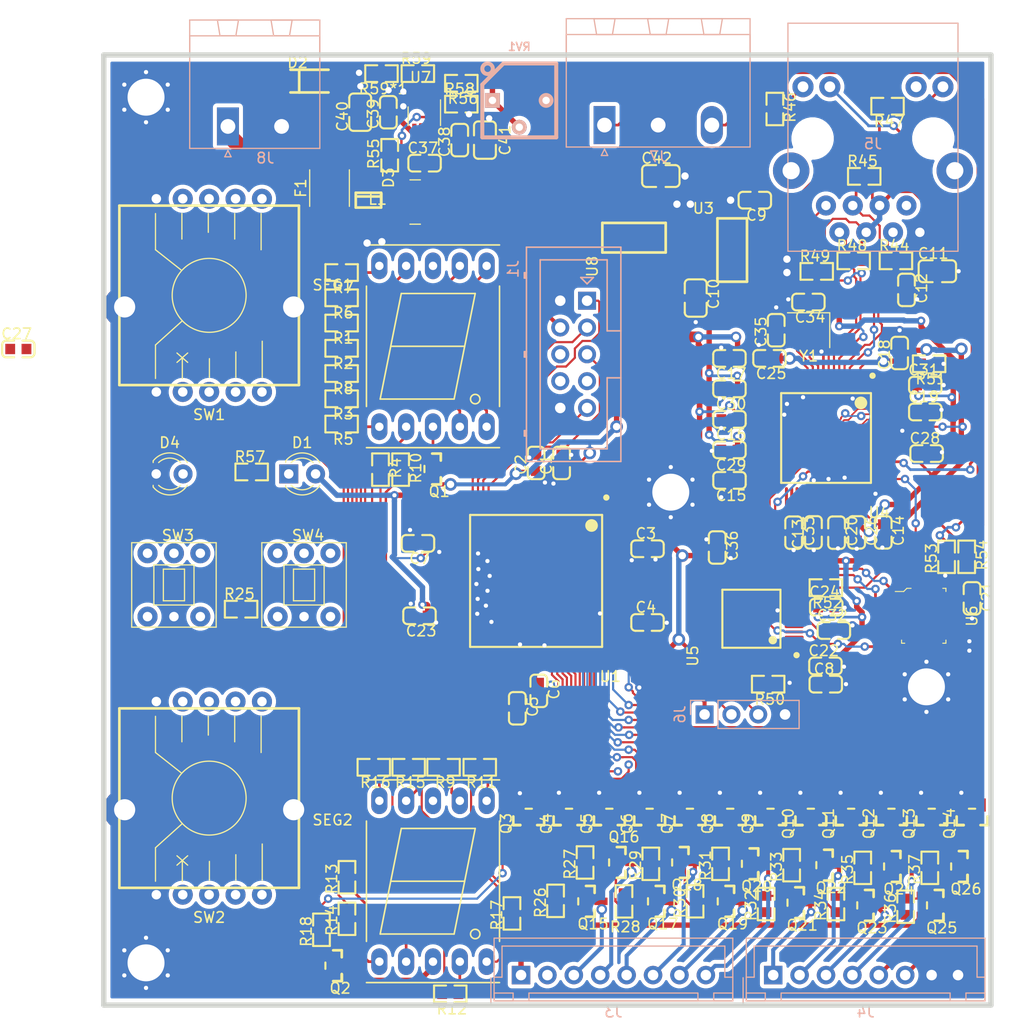
<source format=kicad_pcb>
(kicad_pcb (version 20171130) (host pcbnew "(5.1.4)-1")
  (layers (0 F.Cu signal) (31 B.Cu signal) (34 B.Paste user) (35 F.Paste user) (36 B.SilkS user) (37 F.SilkS user) (38 B.Mask user) (39 F.Mask user) (44 Edge.Cuts user))
  (net 0 "")
  (net 1 +3V3)
  (net 2 /Remote/RST)
  (net 3 +1V8)
  (net 4 "Net-(D1-Pad1)")
  (net 5 +12V)
  (net 6 "Net-(F1-Pad2)")
  (net 7 BCD1_2)
  (net 8 BCD1_1)
  (net 9 BCD1_0)
  (net 10 BCD2_2)
  (net 11 BCD2_1)
  (net 12 BCD2_0)
  (net 13 "Net-(J3-Pad3)")
  (net 14 "Net-(J3-Pad4)")
  (net 15 "Net-(J3-Pad5)")
  (net 16 "Net-(J3-Pad6)")
  (net 17 /Remote/INT)
  (net 18 /Remote/SWCLK)
  (net 19 /Remote/SWDIO)
  (net 20 "Net-(Q1-Pad3)")
  (net 21 "Net-(R18-Pad2)")
  (net 22 "Net-(R50-Pad2)")
  (net 23 "Net-(R51-Pad2)")
  (net 24 "Net-(R52-Pad1)")
  (net 25 "Net-(R55-Pad2)")
  (net 26 /Remote/SPI_MOSI)
  (net 27 /Remote/SPI_MISO)
  (net 28 /Remote/SPI_SCK)
  (net 29 /Remote/485RW)
  (net 30 /Remote/RXD)
  (net 31 /Remote/TXD)
  (net 32 /Remote/A)
  (net 33 /Remote/B)
  (net 34 /Remote/RXP)
  (net 35 /Remote/TXP)
  (net 36 /Remote/RXN)
  (net 37 /Remote/TXN)
  (net 38 /Remote/X+)
  (net 39 /Remote/X-)
  (net 40 /Remote/SPI_CS)
  (net 41 chasis)
  (net 42 "Net-(C37-Pad2)")
  (net 43 "Net-(C37-Pad1)")
  (net 44 "Net-(C38-Pad2)")
  (net 45 "Net-(D4-Pad2)")
  (net 46 "Net-(J1-Pad6)")
  (net 47 "Net-(J3-Pad7)")
  (net 48 "Net-(J3-Pad8)")
  (net 49 "Net-(J4-Pad1)")
  (net 50 "Net-(J4-Pad2)")
  (net 51 "Net-(J4-Pad3)")
  (net 52 "Net-(J4-Pad4)")
  (net 53 "Net-(J4-Pad5)")
  (net 54 "Net-(J4-Pad6)")
  (net 55 "Net-(J5-Pad12)")
  (net 56 "Net-(J5-Pad10)")
  (net 57 "Net-(J5-Pad9)")
  (net 58 "Net-(Q1-Pad1)")
  (net 59 "Net-(Q2-Pad3)")
  (net 60 "Net-(Q2-Pad1)")
  (net 61 "Net-(Q3-Pad3)")
  (net 62 "Net-(Q4-Pad3)")
  (net 63 "Net-(Q5-Pad3)")
  (net 64 "Net-(Q6-Pad3)")
  (net 65 "Net-(Q7-Pad3)")
  (net 66 "Net-(Q8-Pad3)")
  (net 67 "Net-(Q9-Pad3)")
  (net 68 "Net-(Q10-Pad3)")
  (net 69 "Net-(Q11-Pad3)")
  (net 70 "Net-(Q12-Pad3)")
  (net 71 "Net-(Q13-Pad3)")
  (net 72 "Net-(Q14-Pad3)")
  (net 73 "Net-(Q15-Pad1)")
  (net 74 "Net-(Q16-Pad1)")
  (net 75 "Net-(Q17-Pad1)")
  (net 76 "Net-(Q18-Pad1)")
  (net 77 "Net-(Q19-Pad1)")
  (net 78 "Net-(Q20-Pad1)")
  (net 79 "Net-(Q21-Pad1)")
  (net 80 "Net-(Q22-Pad1)")
  (net 81 "Net-(Q23-Pad1)")
  (net 82 "Net-(Q24-Pad1)")
  (net 83 "Net-(Q25-Pad1)")
  (net 84 "Net-(Q26-Pad1)")
  (net 85 "Net-(R1-Pad1)")
  (net 86 "Net-(R2-Pad1)")
  (net 87 "Net-(R3-Pad1)")
  (net 88 "Net-(R4-Pad1)")
  (net 89 "Net-(R5-Pad1)")
  (net 90 "Net-(R6-Pad1)")
  (net 91 "Net-(R7-Pad1)")
  (net 92 "Net-(R8-Pad1)")
  (net 93 "Net-(R9-Pad1)")
  (net 94 "Net-(R11-Pad1)")
  (net 95 "Net-(R12-Pad1)")
  (net 96 "Net-(R13-Pad1)")
  (net 97 "Net-(R14-Pad1)")
  (net 98 "Net-(R15-Pad1)")
  (net 99 "Net-(R16-Pad1)")
  (net 100 "Net-(R17-Pad1)")
  (net 101 /Interlock/SEL1_1)
  (net 102 /Interlock/SEL2_1)
  (net 103 /Interlock/SEL1_2)
  (net 104 /Interlock/SEL2_2)
  (net 105 /Interlock/SEL1_3)
  (net 106 /Interlock/SEL2_3)
  (net 107 /Interlock/SEL1_4)
  (net 108 /Interlock/SEL2_4)
  (net 109 /Interlock/SEL1_5)
  (net 110 /Interlock/SEL2_5)
  (net 111 /Interlock/SEL1_6)
  (net 112 /Interlock/SEL2_6)
  (net 113 /Interlock/LOAD)
  (net 114 /Interlock/REMOTE)
  (net 115 "Net-(SW1-Pad2)")
  (net 116 "Net-(SW2-Pad2)")
  (net 117 "Net-(U4-Pad35)")
  (net 118 BCDM1_0)
  (net 119 BCDM1_1)
  (net 120 BCDM1_2)
  (net 121 BCDM2_0)
  (net 122 BCDM2_1)
  (net 123 BCDM2_2)
  (net 124 "Net-(U1-Pad100)")
  (net 125 "Net-(U1-Pad99)")
  (net 126 "Net-(U1-Pad98)")
  (net 127 "Net-(U1-Pad97)")
  (net 128 "Net-(U1-Pad96)")
  (net 129 "Net-(U1-Pad95)")
  (net 130 "Net-(U1-Pad92)")
  (net 131 "Net-(U1-Pad91)")
  (net 132 "Net-(U1-Pad90)")
  (net 133 "Net-(U1-Pad64)")
  (net 134 "Net-(U1-Pad62)")
  (net 135 "Net-(U1-Pad49)")
  (net 136 "Net-(U1-Pad14)")
  (net 137 "Net-(U1-Pad12)")
  (net 138 "Net-(U1-Pad8)")
  (net 139 "Net-(U1-Pad1)")
  (net 140 "Net-(J1-Pad8)")
  (net 141 "Net-(R52-Pad2)")
  (net 142 "Net-(R59-Pad2)")
  (net 143 "Net-(U4-Pad57)")
  (net 144 "Net-(U4-Pad34)")
  (net 145 "Net-(U4-Pad33)")
  (net 146 "Net-(U4-Pad32)")
  (net 147 "Net-(U4-Pad27)")
  (net 148 "Net-(U4-Pad26)")
  (net 149 "Net-(U4-Pad25)")
  (net 150 "Net-(U4-Pad24)")
  (net 151 "Net-(U4-Pad23)")
  (net 152 "Net-(U4-Pad22)")
  (net 153 "Net-(U5-Pad46)")
  (net 154 "Net-(U5-Pad45)")
  (net 155 "Net-(U5-Pad43)")
  (net 156 "Net-(U5-Pad42)")
  (net 157 "Net-(U5-Pad41)")
  (net 158 "Net-(U5-Pad36)")
  (net 159 "Net-(U5-Pad35)")
  (net 160 "Net-(U5-Pad21)")
  (net 161 "Net-(U5-Pad20)")
  (net 162 "Net-(U5-Pad19)")
  (net 163 "Net-(U5-Pad18)")
  (net 164 "Net-(U5-Pad10)")
  (net 165 "Net-(U5-Pad6)")
  (net 166 "Net-(U5-Pad5)")
  (net 167 "Net-(U5-Pad4)")
  (net 168 "Net-(U5-Pad3)")
  (net 169 "Net-(U5-Pad2)")
  (net 170 "Net-(R59*1-Pad1)")
  (net 171 "Net-(C38-Pad1)")
  (net 172 "Net-(U1-Pad30)")
  (net 173 "Net-(U1-Pad29)")
  (net 174 "Net-(U1-Pad28)")
  (net 175 "Net-(U1-Pad27)")
  (net 176 "Net-(U1-Pad26)")
  (net 177 "Net-(U1-Pad21)")
  (net 178 /Interlock/TCK)
  (net 179 /Interlock/TDO)
  (net 180 /Interlock/TMS)
  (net 181 /Interlock/TDI)
  (net 182 /Interlock/SEG1_A)
  (net 183 /Interlock/SEG1_B)
  (net 184 /Interlock/SEG1_C)
  (net 185 /Interlock/SEG1_D)
  (net 186 /Interlock/SEG1_E)
  (net 187 /Interlock/SEG1_F)
  (net 188 /Interlock/SEG1_G)
  (net 189 /Interlock/SEG1_DP)
  (net 190 /Interlock/SEG2_A)
  (net 191 /Interlock/SEG1)
  (net 192 /Interlock/SEG2_B)
  (net 193 /Interlock/SEG2_C)
  (net 194 /Interlock/SEG2_D)
  (net 195 /Interlock/SEG2_E)
  (net 196 /Interlock/SEG2_F)
  (net 197 /Interlock/SEG2_G)
  (net 198 /Interlock/SEG2_DP)
  (net 199 /Interlock/SW1_6)
  (net 200 /Interlock/SW1_5)
  (net 201 /Interlock/SW1_4)
  (net 202 /Interlock/SW1_3)
  (net 203 /Interlock/SW1_2)
  (net 204 /Interlock/SW1_1)
  (net 205 /Interlock/SW2_6)
  (net 206 /Interlock/SW2_5)
  (net 207 /Interlock/SW2_4)
  (net 208 /Interlock/SW2_3)
  (net 209 /Interlock/SW2_2)
  (net 210 /Interlock/SW2_1)
  (net 211 "Net-(U1-Pad75)")
  (net 212 "Net-(U1-Pad61)")
  (module lc_lib:LQFP-100_14X14X05P (layer F.Cu) (at 90.932 99.822 180)
    (fp_text reference U1 (at -7.024419 -9.050076 180) (layer F.SilkS))
    (fp_text value EPM240T100)
    (pad 100 smd oval (at -7.55 6 270) (size 0.28 1.8) (layers F.Cu F.Paste F.Mask) (net 124 "Net-(U1-Pad100)"))
    (pad 99 smd oval (at -7.55 5.5 270) (size 0.28 1.8) (layers F.Cu F.Paste F.Mask) (net 125 "Net-(U1-Pad99)"))
    (pad 98 smd oval (at -7.55 5 270) (size 0.28 1.8) (layers F.Cu F.Paste F.Mask) (net 126 "Net-(U1-Pad98)"))
    (pad 97 smd oval (at -7.55 4.5 270) (size 0.28 1.8) (layers F.Cu F.Paste F.Mask) (net 127 "Net-(U1-Pad97)"))
    (pad 96 smd oval (at -7.55 4 270) (size 0.28 1.8) (layers F.Cu F.Paste F.Mask) (net 128 "Net-(U1-Pad96)"))
    (pad 95 smd oval (at -7.55 3.5 270) (size 0.28 1.8) (layers F.Cu F.Paste F.Mask) (net 129 "Net-(U1-Pad95)"))
    (pad 94 smd oval (at -7.55 3 270) (size 0.28 1.8) (layers F.Cu F.Paste F.Mask) (net 1 +3V3))
    (pad 93 smd oval (at -7.55 2.5 270) (size 0.28 1.8) (layers F.Cu F.Paste F.Mask) (net 41 chasis))
    (pad 92 smd oval (at -7.55 2 270) (size 0.28 1.8) (layers F.Cu F.Paste F.Mask) (net 130 "Net-(U1-Pad92)"))
    (pad 91 smd oval (at -7.55 1.5 270) (size 0.28 1.8) (layers F.Cu F.Paste F.Mask) (net 131 "Net-(U1-Pad91)"))
    (pad 90 smd oval (at -7.55 1 270) (size 0.28 1.8) (layers F.Cu F.Paste F.Mask) (net 132 "Net-(U1-Pad90)"))
    (pad 89 smd oval (at -7.55 0.5 270) (size 0.28 1.8) (layers F.Cu F.Paste F.Mask) (net 123 BCDM2_2))
    (pad 88 smd oval (at -7.55 0 270) (size 0.28 1.8) (layers F.Cu F.Paste F.Mask) (net 122 BCDM2_1))
    (pad 87 smd oval (at -7.55 -0.5 270) (size 0.28 1.8) (layers F.Cu F.Paste F.Mask) (net 121 BCDM2_0))
    (pad 86 smd oval (at -7.55 -1 270) (size 0.28 1.8) (layers F.Cu F.Paste F.Mask) (net 120 BCDM1_2))
    (pad 85 smd oval (at -7.55 -1.5 270) (size 0.28 1.8) (layers F.Cu F.Paste F.Mask) (net 119 BCDM1_1))
    (pad 84 smd oval (at -7.55 -2 270) (size 0.28 1.8) (layers F.Cu F.Paste F.Mask) (net 118 BCDM1_0))
    (pad 83 smd oval (at -7.55 -2.5 270) (size 0.28 1.8) (layers F.Cu F.Paste F.Mask) (net 10 BCD2_2))
    (pad 82 smd oval (at -7.55 -3 270) (size 0.28 1.8) (layers F.Cu F.Paste F.Mask) (net 11 BCD2_1))
    (pad 81 smd oval (at -7.55 -3.5 270) (size 0.28 1.8) (layers F.Cu F.Paste F.Mask) (net 12 BCD2_0))
    (pad 80 smd oval (at -7.55 -4 270) (size 0.28 1.8) (layers F.Cu F.Paste F.Mask) (net 1 +3V3))
    (pad 79 smd oval (at -7.55 -4.5 270) (size 0.28 1.8) (layers F.Cu F.Paste F.Mask) (net 41 chasis))
    (pad 78 smd oval (at -7.55 -5 270) (size 0.28 1.8) (layers F.Cu F.Paste F.Mask) (net 7 BCD1_2))
    (pad 77 smd oval (at -7.55 -5.5 270) (size 0.28 1.8) (layers F.Cu F.Paste F.Mask) (net 8 BCD1_1))
    (pad 76 smd oval (at -7.55 -6 270) (size 0.28 1.8) (layers F.Cu F.Paste F.Mask) (net 9 BCD1_0))
    (pad 75 smd oval (at -6 -7.55) (size 0.28 1.8) (layers F.Cu F.Paste F.Mask) (net 211 "Net-(U1-Pad75)"))
    (pad 74 smd oval (at -5.5 -7.55) (size 0.28 1.8) (layers F.Cu F.Paste F.Mask) (net 21 "Net-(R18-Pad2)"))
    (pad 73 smd oval (at -5 -7.55) (size 0.28 1.8) (layers F.Cu F.Paste F.Mask) (net 192 /Interlock/SEG2_B))
    (pad 72 smd oval (at -4.5 -7.55) (size 0.28 1.8) (layers F.Cu F.Paste F.Mask) (net 198 /Interlock/SEG2_DP))
    (pad 71 smd oval (at -4 -7.55) (size 0.28 1.8) (layers F.Cu F.Paste F.Mask) (net 190 /Interlock/SEG2_A))
    (pad 70 smd oval (at -3.5 -7.55) (size 0.28 1.8) (layers F.Cu F.Paste F.Mask) (net 193 /Interlock/SEG2_C))
    (pad 69 smd oval (at -3 -7.55) (size 0.28 1.8) (layers F.Cu F.Paste F.Mask) (net 196 /Interlock/SEG2_F))
    (pad 68 smd oval (at -2.5 -7.55) (size 0.28 1.8) (layers F.Cu F.Paste F.Mask) (net 194 /Interlock/SEG2_D))
    (pad 67 smd oval (at -2 -7.55) (size 0.28 1.8) (layers F.Cu F.Paste F.Mask) (net 197 /Interlock/SEG2_G))
    (pad 66 smd oval (at -1.5 -7.55) (size 0.28 1.8) (layers F.Cu F.Paste F.Mask) (net 195 /Interlock/SEG2_E))
    (pad 65 smd oval (at -1 -7.55) (size 0.28 1.8) (layers F.Cu F.Paste F.Mask) (net 41 chasis))
    (pad 64 smd oval (at -0.5 -7.55) (size 0.28 1.8) (layers F.Cu F.Paste F.Mask) (net 133 "Net-(U1-Pad64)"))
    (pad 63 smd oval (at 0 -7.55) (size 0.28 1.8) (layers F.Cu F.Paste F.Mask) (net 1 +3V3))
    (pad 62 smd oval (at 0.5 -7.55) (size 0.28 1.8) (layers F.Cu F.Paste F.Mask) (net 134 "Net-(U1-Pad62)"))
    (pad 61 smd oval (at 1 -7.55) (size 0.28 1.8) (layers F.Cu F.Paste F.Mask) (net 212 "Net-(U1-Pad61)"))
    (pad 60 smd oval (at 1.5 -7.55) (size 0.28 1.8) (layers F.Cu F.Paste F.Mask) (net 41 chasis))
    (pad 59 smd oval (at 2 -7.55) (size 0.28 1.8) (layers F.Cu F.Paste F.Mask) (net 1 +3V3))
    (pad 58 smd oval (at 2.5 -7.55) (size 0.28 1.8) (layers F.Cu F.Paste F.Mask) (net 188 /Interlock/SEG1_G))
    (pad 57 smd oval (at 3 -7.55) (size 0.28 1.8) (layers F.Cu F.Paste F.Mask) (net 187 /Interlock/SEG1_F))
    (pad 56 smd oval (at 3.5 -7.55) (size 0.28 1.8) (layers F.Cu F.Paste F.Mask) (net 182 /Interlock/SEG1_A))
    (pad 55 smd oval (at 4 -7.55) (size 0.28 1.8) (layers F.Cu F.Paste F.Mask) (net 183 /Interlock/SEG1_B))
    (pad 54 smd oval (at 4.5 -7.55) (size 0.28 1.8) (layers F.Cu F.Paste F.Mask) (net 189 /Interlock/SEG1_DP))
    (pad 53 smd oval (at 5 -7.55) (size 0.28 1.8) (layers F.Cu F.Paste F.Mask) (net 184 /Interlock/SEG1_C))
    (pad 52 smd oval (at 5.5 -7.55) (size 0.28 1.8) (layers F.Cu F.Paste F.Mask) (net 186 /Interlock/SEG1_E))
    (pad 51 smd oval (at 6 -7.55) (size 0.28 1.8) (layers F.Cu F.Paste F.Mask) (net 185 /Interlock/SEG1_D))
    (pad 50 smd oval (at 7.55 -6 270) (size 0.28 1.8) (layers F.Cu F.Paste F.Mask) (net 191 /Interlock/SEG1))
    (pad 49 smd oval (at 7.55 -5.5 270) (size 0.28 1.8) (layers F.Cu F.Paste F.Mask) (net 135 "Net-(U1-Pad49)"))
    (pad 48 smd oval (at 7.55 -5 270) (size 0.28 1.8) (layers F.Cu F.Paste F.Mask) (net 101 /Interlock/SEL1_1))
    (pad 47 smd oval (at 7.55 -4.5 270) (size 0.28 1.8) (layers F.Cu F.Paste F.Mask) (net 102 /Interlock/SEL2_1))
    (pad 46 smd oval (at 7.55 -4 270) (size 0.28 1.8) (layers F.Cu F.Paste F.Mask) (net 41 chasis))
    (pad 45 smd oval (at 7.55 -3.5 270) (size 0.28 1.8) (layers F.Cu F.Paste F.Mask) (net 1 +3V3))
    (pad 44 smd oval (at 7.55 -3 270) (size 0.28 1.8) (layers F.Cu F.Paste F.Mask) (net 103 /Interlock/SEL1_2))
    (pad 43 smd oval (at 7.55 -2.5 270) (size 0.28 1.8) (layers F.Cu F.Paste F.Mask) (net 104 /Interlock/SEL2_2))
    (pad 42 smd oval (at 7.55 -2 270) (size 0.28 1.8) (layers F.Cu F.Paste F.Mask) (net 105 /Interlock/SEL1_3))
    (pad 41 smd oval (at 7.55 -1.5 270) (size 0.28 1.8) (layers F.Cu F.Paste F.Mask) (net 106 /Interlock/SEL2_3))
    (pad 40 smd oval (at 7.55 -1 270) (size 0.28 1.8) (layers F.Cu F.Paste F.Mask) (net 107 /Interlock/SEL1_4))
    (pad 39 smd oval (at 7.55 -0.5 270) (size 0.28 1.8) (layers F.Cu F.Paste F.Mask) (net 108 /Interlock/SEL2_4))
    (pad 38 smd oval (at 7.55 0 270) (size 0.28 1.8) (layers F.Cu F.Paste F.Mask) (net 109 /Interlock/SEL1_5))
    (pad 37 smd oval (at 7.55 0.5 270) (size 0.28 1.8) (layers F.Cu F.Paste F.Mask) (net 110 /Interlock/SEL2_5))
    (pad 36 smd oval (at 7.55 1 270) (size 0.28 1.8) (layers F.Cu F.Paste F.Mask) (net 111 /Interlock/SEL1_6))
    (pad 35 smd oval (at 7.55 1.5 270) (size 0.28 1.8) (layers F.Cu F.Paste F.Mask) (net 112 /Interlock/SEL2_6))
    (pad 34 smd oval (at 7.55 2 270) (size 0.28 1.8) (layers F.Cu F.Paste F.Mask) (net 114 /Interlock/REMOTE))
    (pad 33 smd oval (at 7.55 2.5 270) (size 0.28 1.8) (layers F.Cu F.Paste F.Mask) (net 113 /Interlock/LOAD))
    (pad 32 smd oval (at 7.55 3 270) (size 0.28 1.8) (layers F.Cu F.Paste F.Mask) (net 41 chasis))
    (pad 31 smd oval (at 7.55 3.5 270) (size 0.28 1.8) (layers F.Cu F.Paste F.Mask) (net 1 +3V3))
    (pad 30 smd oval (at 7.55 4 270) (size 0.28 1.8) (layers F.Cu F.Paste F.Mask) (net 172 "Net-(U1-Pad30)"))
    (pad 29 smd oval (at 7.55 4.5 270) (size 0.28 1.8) (layers F.Cu F.Paste F.Mask) (net 173 "Net-(U1-Pad29)"))
    (pad 28 smd oval (at 7.55 5 270) (size 0.28 1.8) (layers F.Cu F.Paste F.Mask) (net 174 "Net-(U1-Pad28)"))
    (pad 27 smd oval (at 7.55 5.5 270) (size 0.28 1.8) (layers F.Cu F.Paste F.Mask) (net 175 "Net-(U1-Pad27)"))
    (pad 26 smd oval (at 7.55 6 270) (size 0.28 1.8) (layers F.Cu F.Paste F.Mask) (net 176 "Net-(U1-Pad26)"))
    (pad 25 smd oval (at 6 7.55) (size 0.28 1.8) (layers F.Cu F.Paste F.Mask) (net 179 /Interlock/TDO))
    (pad 24 smd oval (at 5.5 7.55) (size 0.28 1.8) (layers F.Cu F.Paste F.Mask) (net 178 /Interlock/TCK))
    (pad 23 smd oval (at 5 7.55) (size 0.28 1.8) (layers F.Cu F.Paste F.Mask) (net 181 /Interlock/TDI))
    (pad 22 smd oval (at 4.5 7.55) (size 0.28 1.8) (layers F.Cu F.Paste F.Mask) (net 180 /Interlock/TMS))
    (pad 21 smd oval (at 4 7.55) (size 0.28 1.8) (layers F.Cu F.Paste F.Mask) (net 177 "Net-(U1-Pad21)"))
    (pad 20 smd oval (at 3.5 7.55) (size 0.28 1.8) (layers F.Cu F.Paste F.Mask) (net 205 /Interlock/SW2_6))
    (pad 19 smd oval (at 3 7.55) (size 0.28 1.8) (layers F.Cu F.Paste F.Mask) (net 206 /Interlock/SW2_5))
    (pad 18 smd oval (at 2.5 7.55) (size 0.28 1.8) (layers F.Cu F.Paste F.Mask) (net 207 /Interlock/SW2_4))
    (pad 17 smd oval (at 2 7.55) (size 0.28 1.8) (layers F.Cu F.Paste F.Mask) (net 208 /Interlock/SW2_3))
    (pad 16 smd oval (at 1.5 7.55) (size 0.28 1.8) (layers F.Cu F.Paste F.Mask) (net 209 /Interlock/SW2_2))
    (pad 15 smd oval (at 1 7.55) (size 0.28 1.8) (layers F.Cu F.Paste F.Mask) (net 210 /Interlock/SW2_1))
    (pad 14 smd oval (at 0.5 7.55) (size 0.28 1.8) (layers F.Cu F.Paste F.Mask) (net 136 "Net-(U1-Pad14)"))
    (pad 13 smd oval (at 0 7.55) (size 0.28 1.8) (layers F.Cu F.Paste F.Mask) (net 1 +3V3))
    (pad 12 smd oval (at -0.5 7.55) (size 0.28 1.8) (layers F.Cu F.Paste F.Mask) (net 137 "Net-(U1-Pad12)"))
    (pad 11 smd oval (at -1 7.55) (size 0.28 1.8) (layers F.Cu F.Paste F.Mask) (net 41 chasis))
    (pad 10 smd oval (at -1.5 7.55) (size 0.28 1.8) (layers F.Cu F.Paste F.Mask) (net 41 chasis))
    (pad 9 smd oval (at -2 7.55) (size 0.28 1.8) (layers F.Cu F.Paste F.Mask) (net 1 +3V3))
    (pad 8 smd oval (at -2.5 7.55) (size 0.28 1.8) (layers F.Cu F.Paste F.Mask) (net 138 "Net-(U1-Pad8)"))
    (pad 7 smd oval (at -3 7.55) (size 0.28 1.8) (layers F.Cu F.Paste F.Mask) (net 199 /Interlock/SW1_6))
    (pad 6 smd oval (at -3.5 7.55) (size 0.28 1.8) (layers F.Cu F.Paste F.Mask) (net 200 /Interlock/SW1_5))
    (pad 5 smd oval (at -4 7.55) (size 0.28 1.8) (layers F.Cu F.Paste F.Mask) (net 201 /Interlock/SW1_4))
    (pad 4 smd oval (at -4.5 7.55) (size 0.28 1.8) (layers F.Cu F.Paste F.Mask) (net 202 /Interlock/SW1_3))
    (pad 3 smd oval (at -5 7.55) (size 0.28 1.8) (layers F.Cu F.Paste F.Mask) (net 203 /Interlock/SW1_2))
    (pad 2 smd oval (at -5.5 7.55) (size 0.28 1.8) (layers F.Cu F.Paste F.Mask) (net 204 /Interlock/SW1_1))
    (pad 1 smd oval (at -6 7.55) (size 0.28 1.8) (layers F.Cu F.Paste F.Mask) (net 139 "Net-(U1-Pad1)"))
  )
  (module lc_lib:0603_C (layer F.Cu) (at 41.91 77.851)
    (fp_text reference C27 (at -0.158619 -1.439276) (layer F.SilkS))
    (fp_text value 104)
    (pad 2 smd rect (at 0.77 0) (size 0.93 0.98) (layers F.Cu F.Paste F.Mask) (net 41 chasis))
    (pad 1 smd rect (at -0.77 0) (size 0.93 0.98) (layers F.Cu F.Paste F.Mask) (net 3 +1V8))
  )
  (module Displays_7-Segment:7SegmentLED_LTS6760_LTS6780 (layer F.Cu) (at 81.169 77.597)
    (fp_text reference SEG1 (at -9.5 -5.8) (layer F.SilkS))
    (fp_text value "0.56'' BLUE CA")
    (pad 1 thru_hole oval (at -5.08 7.62) (size 1.524 2.524) (drill 0.8) (layers *.Cu *.Mask) (net 89 "Net-(R5-Pad1)"))
    (pad 2 thru_hole oval (at -2.54 7.62) (size 1.524 2.524) (drill 0.8) (layers *.Cu *.Mask) (net 88 "Net-(R4-Pad1)"))
    (pad 3 thru_hole oval (at 0 7.62) (size 1.524 2.524) (drill 0.8) (layers *.Cu *.Mask) (net 20 "Net-(Q1-Pad3)"))
    (pad 4 thru_hole oval (at 2.54 7.62) (size 1.524 2.524) (drill 0.8) (layers *.Cu *.Mask) (net 87 "Net-(R3-Pad1)"))
    (pad 5 thru_hole oval (at 5.08 7.62) (size 1.524 2.524) (drill 0.8) (layers *.Cu *.Mask) (net 92 "Net-(R8-Pad1)"))
    (pad 6 thru_hole oval (at 5.08 -7.62) (size 1.524 2.524) (drill 0.8) (layers *.Cu *.Mask) (net 86 "Net-(R2-Pad1)"))
    (pad 7 thru_hole oval (at 2.54 -7.62) (size 1.524 2.524) (drill 0.8) (layers *.Cu *.Mask) (net 85 "Net-(R1-Pad1)"))
    (pad 8 thru_hole oval (at 0 -7.62) (size 1.524 2.524) (drill 0.8) (layers *.Cu *.Mask) (net 20 "Net-(Q1-Pad3)"))
    (pad 9 thru_hole oval (at -2.54 -7.62) (size 1.524 2.524) (drill 0.8) (layers *.Cu *.Mask) (net 90 "Net-(R6-Pad1)"))
    (pad 10 thru_hole oval (at -5.08 -7.62) (size 1.524 2.524) (drill 0.8) (layers *.Cu *.Mask) (net 91 "Net-(R7-Pad1)"))
  )
  (module lc_lib:0603_C (layer F.Cu) (at 118.356 109.601)
    (fp_text reference C8 (at -0.158619 -1.439276) (layer F.SilkS))
    (fp_text value 104)
    (pad 2 smd rect (at 0.77 0) (size 0.93 0.98) (layers F.Cu F.Paste F.Mask) (net 41 chasis))
    (pad 1 smd rect (at -0.77 0) (size 0.93 0.98) (layers F.Cu F.Paste F.Mask) (net 1 +3V3))
  )
  (module lc_lib:0603_C (layer F.Cu) (at 91.186 110.236 270)
    (fp_text reference C6 (at -0.158619 -1.439276 270) (layer F.SilkS))
    (fp_text value 104)
    (pad 2 smd rect (at 0.77 0 270) (size 0.93 0.98) (layers F.Cu F.Paste F.Mask) (net 41 chasis))
    (pad 1 smd rect (at -0.77 0 270) (size 0.93 0.98) (layers F.Cu F.Paste F.Mask) (net 1 +3V3))
  )
  (module lc_lib:SOT-223 (layer F.Cu) (at 100.203 67.31 90)
    (fp_text reference U8 (at -2.725219 -3.949276 90) (layer F.SilkS))
    (fp_text value AZ1117-3.3)
    (pad 3 smd rect (at 3 -2.3) (size 1 2.2) (layers F.Cu F.Paste F.Mask) (net 171 "Net-(C38-Pad1)"))
    (pad 2 smd rect (at -3 0) (size 3.5 2.2) (layers F.Cu F.Paste F.Mask) (net 1 +3V3))
    (pad 2 smd rect (at 3 0) (size 1 2.2) (layers F.Cu F.Paste F.Mask) (net 1 +3V3))
    (pad 1 smd rect (at 3 2.3) (size 1 2.2) (layers F.Cu F.Paste F.Mask) (net 41 chasis))
  )
  (module lc_lib:0603_C (layer F.Cu) (at 116.713 73.406 180)
    (fp_text reference C34 (at -0.158619 -1.439276) (layer F.SilkS))
    (fp_text value 10pF)
    (pad 2 smd rect (at 0.77 0 180) (size 0.93 0.98) (layers F.Cu F.Paste F.Mask) (net 41 chasis))
    (pad 1 smd rect (at -0.77 0 180) (size 0.93 0.98) (layers F.Cu F.Paste F.Mask) (net 38 /Remote/X+))
  )
  (module lc_lib:LL-34 (layer F.Cu) (at 69.4756 52.4764)
    (fp_text reference D2 (at -1.125219 -1.751276) (layer F.SilkS))
    (fp_text value 16V)
    (pad 2 smd rect (at -1.75 0 180) (size 0.9 1.5) (layers F.Cu F.Paste F.Mask) (net 41 chasis))
    (pad 1 smd rect (at 1.75 0 180) (size 0.9 1.5) (layers F.Cu F.Paste F.Mask) (net 5 +12V))
  )
  (module "lc_lib:SMA(DO-214AC)_S3" (layer F.Cu) (at 75.057 63.754 270)
    (fp_text reference D3 (at -2.125219 -1.899276 270) (layer F.SilkS))
    (fp_text value SS34)
    (pad 2 smd rect (at -2.1 0 180) (size 2 2) (layers F.Cu F.Paste F.Mask) (net 5 +12V))
    (pad 1 smd rect (at 2.1 0 180) (size 2 2) (layers F.Cu F.Paste F.Mask) (net 41 chasis))
  )
  (module lc_lib:0603_C (layer F.Cu) (at 76.9432 55.4228 90)
    (fp_text reference C39 (at -0.158619 -1.439276 90) (layer F.SilkS))
    (fp_text value 104)
    (pad 2 smd rect (at 0.77 0 90) (size 0.93 0.98) (layers F.Cu F.Paste F.Mask) (net 41 chasis))
    (pad 1 smd rect (at -0.77 0 90) (size 0.93 0.98) (layers F.Cu F.Paste F.Mask) (net 5 +12V))
  )
  (module lc_lib:0603_C (layer F.Cu) (at 83.6996 58.0644 90)
    (fp_text reference C38 (at -0.158619 -1.439276 90) (layer F.SilkS))
    (fp_text value 47pF)
    (pad 2 smd rect (at 0.77 0 90) (size 0.93 0.98) (layers F.Cu F.Paste F.Mask) (net 44 "Net-(C38-Pad2)"))
    (pad 1 smd rect (at -0.77 0 90) (size 0.93 0.98) (layers F.Cu F.Paste F.Mask) (net 171 "Net-(C38-Pad1)"))
  )
  (module lc_lib:0603_C (layer F.Cu) (at 80.3722 60.2488)
    (fp_text reference C37 (at -0.158619 -1.439276) (layer F.SilkS))
    (fp_text value 10nF)
    (pad 2 smd rect (at 0.77 0) (size 0.93 0.98) (layers F.Cu F.Paste F.Mask) (net 42 "Net-(C37-Pad2)"))
    (pad 1 smd rect (at -0.77 0) (size 0.93 0.98) (layers F.Cu F.Paste F.Mask) (net 43 "Net-(C37-Pad1)"))
  )
  (module lc_lib:0603_C (layer F.Cu) (at 108.077 96.655 270)
    (fp_text reference C36 (at -0.158619 -1.439276 90) (layer F.SilkS))
    (fp_text value 104)
    (pad 2 smd rect (at 0.77 0 270) (size 0.93 0.98) (layers F.Cu F.Paste F.Mask) (net 1 +3V3))
    (pad 1 smd rect (at -0.77 0 270) (size 0.93 0.98) (layers F.Cu F.Paste F.Mask) (net 41 chasis))
  )
  (module lc_lib:0603_C (layer F.Cu) (at 113.665 76.073 90)
    (fp_text reference C35 (at -0.158619 -1.439276 270) (layer F.SilkS))
    (fp_text value 10pF)
    (pad 2 smd rect (at 0.77 0 90) (size 0.93 0.98) (layers F.Cu F.Paste F.Mask) (net 41 chasis))
    (pad 1 smd rect (at -0.77 0 90) (size 0.93 0.98) (layers F.Cu F.Paste F.Mask) (net 39 /Remote/X-))
  )
  (module lc_lib:0603_C (layer F.Cu) (at 115.316 95.25 270)
    (fp_text reference C33 (at -0.158619 -1.439276 90) (layer F.SilkS))
    (fp_text value 104)
    (pad 2 smd rect (at 0.77 0 270) (size 0.93 0.98) (layers F.Cu F.Paste F.Mask) (net 41 chasis))
    (pad 1 smd rect (at -0.77 0 270) (size 0.93 0.98) (layers F.Cu F.Paste F.Mask) (net 2 /Remote/RST))
  )
  (module lc_lib:0603_C (layer F.Cu) (at 119.126 104.521)
    (fp_text reference C32 (at -0.158619 -1.439276) (layer F.SilkS))
    (fp_text value 104)
    (pad 2 smd rect (at 0.77 0) (size 0.93 0.98) (layers F.Cu F.Paste F.Mask) (net 41 chasis))
    (pad 1 smd rect (at -0.77 0) (size 0.93 0.98) (layers F.Cu F.Paste F.Mask) (net 2 /Remote/RST))
  )
  (module lc_lib:0603_C (layer F.Cu) (at 127.779 81.28)
    (fp_text reference C31 (at -0.158619 -1.439276) (layer F.SilkS))
    (fp_text value 104)
    (pad 2 smd rect (at 0.77 0) (size 0.93 0.98) (layers F.Cu F.Paste F.Mask) (net 41 chasis))
    (pad 1 smd rect (at -0.77 0) (size 0.93 0.98) (layers F.Cu F.Paste F.Mask) (net 3 +1V8))
  )
  (module lc_lib:0603_C (layer F.Cu) (at 109.237 81.62925 180)
    (fp_text reference C30 (at -0.158619 -1.439276 180) (layer F.SilkS))
    (fp_text value 104)
    (pad 2 smd rect (at 0.77 0 180) (size 0.93 0.98) (layers F.Cu F.Paste F.Mask) (net 41 chasis))
    (pad 1 smd rect (at -0.77 0 180) (size 0.93 0.98) (layers F.Cu F.Paste F.Mask) (net 3 +1V8))
  )
  (module lc_lib:0603_C (layer F.Cu) (at 109.237 87.40775 180)
    (fp_text reference C29 (at -0.158619 -1.439276 180) (layer F.SilkS))
    (fp_text value 104)
    (pad 2 smd rect (at 0.77 0 180) (size 0.93 0.98) (layers F.Cu F.Paste F.Mask) (net 41 chasis))
    (pad 1 smd rect (at -0.77 0 180) (size 0.93 0.98) (layers F.Cu F.Paste F.Mask) (net 3 +1V8))
  )
  (module lc_lib:0603_C (layer F.Cu) (at 127.906 87.757)
    (fp_text reference C28 (at -0.158619 -1.439276) (layer F.SilkS))
    (fp_text value 104)
    (pad 2 smd rect (at 0.77 0) (size 0.93 0.98) (layers F.Cu F.Paste F.Mask) (net 41 chasis))
    (pad 1 smd rect (at -0.77 0) (size 0.93 0.98) (layers F.Cu F.Paste F.Mask) (net 3 +1V8))
  )
  (module lc_lib:0603_C (layer F.Cu) (at 121.280414 95.22399 270)
    (fp_text reference C26 (at -0.158619 -1.439276 270) (layer F.SilkS))
    (fp_text value 104)
    (pad 2 smd rect (at 0.77 0 270) (size 0.93 0.98) (layers F.Cu F.Paste F.Mask) (net 41 chasis))
    (pad 1 smd rect (at -0.77 0 270) (size 0.93 0.98) (layers F.Cu F.Paste F.Mask) (net 3 +1V8))
  )
  (module lc_lib:0603_C (layer F.Cu) (at 113.03 78.74 180)
    (fp_text reference C25 (at -0.158619 -1.439276 180) (layer F.SilkS))
    (fp_text value 104)
    (pad 2 smd rect (at 0.77 0 180) (size 0.93 0.98) (layers F.Cu F.Paste F.Mask) (net 41 chasis))
    (pad 1 smd rect (at -0.77 0 180) (size 0.93 0.98) (layers F.Cu F.Paste F.Mask) (net 1 +3V3))
  )
  (module lc_lib:0603_C (layer F.Cu) (at 118.4036 102.3112)
    (fp_text reference C24 (at -0.158619 -1.439276) (layer F.SilkS))
    (fp_text value 104)
    (pad 2 smd rect (at 0.77 0) (size 0.93 0.98) (layers F.Cu F.Paste F.Mask) (net 41 chasis))
    (pad 1 smd rect (at -0.77 0) (size 0.93 0.98) (layers F.Cu F.Paste F.Mask) (net 1 +3V3))
  )
  (module lc_lib:0603_C (layer F.Cu) (at 79.891 103.124 180)
    (fp_text reference C23 (at -0.158619 -1.439276 180) (layer F.SilkS))
    (fp_text value 104)
    (pad 2 smd rect (at 0.77 0 180) (size 0.93 0.98) (layers F.Cu F.Paste F.Mask) (net 41 chasis))
    (pad 1 smd rect (at -0.77 0 180) (size 0.93 0.98) (layers F.Cu F.Paste F.Mask) (net 1 +3V3))
  )
  (module lc_lib:0603_C (layer F.Cu) (at 118.3264 107.8738)
    (fp_text reference C22 (at -0.158619 -1.439276) (layer F.SilkS))
    (fp_text value 104)
    (pad 2 smd rect (at 0.77 0) (size 0.93 0.98) (layers F.Cu F.Paste F.Mask) (net 41 chasis))
    (pad 1 smd rect (at -0.77 0) (size 0.93 0.98) (layers F.Cu F.Paste F.Mask) (net 1 +3V3))
  )
  (module lc_lib:0603_C (layer F.Cu) (at 132.207 101.473 270)
    (fp_text reference C21 (at -0.158619 -1.439276 90) (layer F.SilkS))
    (fp_text value 104)
    (pad 2 smd rect (at 0.77 0 270) (size 0.93 0.98) (layers F.Cu F.Paste F.Mask) (net 41 chasis))
    (pad 1 smd rect (at -0.77 0 270) (size 0.93 0.98) (layers F.Cu F.Paste F.Mask) (net 1 +3V3))
  )
  (module lc_lib:0603_C (layer F.Cu) (at 119.38 95.25 270)
    (fp_text reference C20 (at -0.158619 -1.439276 270) (layer F.SilkS))
    (fp_text value 104)
    (pad 2 smd rect (at 0.77 0 270) (size 0.93 0.98) (layers F.Cu F.Paste F.Mask) (net 41 chasis))
    (pad 1 smd rect (at -0.77 0 270) (size 0.93 0.98) (layers F.Cu F.Paste F.Mask) (net 1 +3V3))
  )
  (module lc_lib:0603_C (layer F.Cu) (at 127.779 83.82)
    (fp_text reference C19 (at -0.158619 -1.439276) (layer F.SilkS))
    (fp_text value 104)
    (pad 2 smd rect (at 0.77 0) (size 0.93 0.98) (layers F.Cu F.Paste F.Mask) (net 41 chasis))
    (pad 1 smd rect (at -0.77 0) (size 0.93 0.98) (layers F.Cu F.Paste F.Mask) (net 1 +3V3))
  )
  (module lc_lib:0603_C (layer F.Cu) (at 125.349 78.232 90)
    (fp_text reference C18 (at -0.158619 -1.439276 90) (layer F.SilkS))
    (fp_text value 104)
    (pad 2 smd rect (at 0.77 0 90) (size 0.93 0.98) (layers F.Cu F.Paste F.Mask) (net 41 chasis))
    (pad 1 smd rect (at -0.77 0 90) (size 0.93 0.98) (layers F.Cu F.Paste F.Mask) (net 1 +3V3))
  )
  (module lc_lib:0603_C (layer F.Cu) (at 109.237 78.74 180)
    (fp_text reference C17 (at -0.158619 -1.439276 180) (layer F.SilkS))
    (fp_text value 104)
    (pad 2 smd rect (at 0.77 0 180) (size 0.93 0.98) (layers F.Cu F.Paste F.Mask) (net 41 chasis))
    (pad 1 smd rect (at -0.77 0 180) (size 0.93 0.98) (layers F.Cu F.Paste F.Mask) (net 1 +3V3))
  )
  (module lc_lib:0603_C (layer F.Cu) (at 109.240814 84.5185 180)
    (fp_text reference C16 (at -0.158619 -1.439276 180) (layer F.SilkS))
    (fp_text value 104)
    (pad 2 smd rect (at 0.77 0 180) (size 0.93 0.98) (layers F.Cu F.Paste F.Mask) (net 41 chasis))
    (pad 1 smd rect (at -0.77 0 180) (size 0.93 0.98) (layers F.Cu F.Paste F.Mask) (net 1 +3V3))
  )
  (module lc_lib:0603_C (layer F.Cu) (at 109.241814 90.297 180)
    (fp_text reference C15 (at -0.158619 -1.439276 180) (layer F.SilkS))
    (fp_text value 104)
    (pad 2 smd rect (at 0.77 0 180) (size 0.93 0.98) (layers F.Cu F.Paste F.Mask) (net 41 chasis))
    (pad 1 smd rect (at -0.77 0 180) (size 0.93 0.98) (layers F.Cu F.Paste F.Mask) (net 1 +3V3))
  )
  (module lc_lib:0603_C (layer F.Cu) (at 123.795014 95.22399 270)
    (fp_text reference C14 (at -0.158619 -1.439276 270) (layer F.SilkS))
    (fp_text value 104)
    (pad 2 smd rect (at 0.77 0 270) (size 0.93 0.98) (layers F.Cu F.Paste F.Mask) (net 41 chasis))
    (pad 1 smd rect (at -0.77 0 270) (size 0.93 0.98) (layers F.Cu F.Paste F.Mask) (net 1 +3V3))
  )
  (module lc_lib:0603_C (layer F.Cu) (at 117.191014 95.22299 90)
    (fp_text reference C13 (at -0.158619 -1.439276 90) (layer F.SilkS))
    (fp_text value 104)
    (pad 2 smd rect (at 0.77 0 90) (size 0.93 0.98) (layers F.Cu F.Paste F.Mask) (net 1 +3V3))
    (pad 1 smd rect (at -0.77 0 90) (size 0.93 0.98) (layers F.Cu F.Paste F.Mask) (net 41 chasis))
  )
  (module lc_lib:0603_C (layer F.Cu) (at 126.001 72.255 270)
    (fp_text reference C12 (at -0.158619 -1.439276 270) (layer F.SilkS))
    (fp_text value 104)
    (pad 2 smd rect (at 0.77 0 270) (size 0.93 0.98) (layers F.Cu F.Paste F.Mask) (net 41 chasis))
    (pad 1 smd rect (at -0.77 0 270) (size 0.93 0.98) (layers F.Cu F.Paste F.Mask) (net 1 +3V3))
  )
  (module lc_lib:0603_C (layer F.Cu) (at 111.641 63.754 180)
    (fp_text reference C9 (at -0.158619 -1.439276 180) (layer F.SilkS))
    (fp_text value 104)
    (pad 2 smd rect (at 0.77 0 180) (size 0.93 0.98) (layers F.Cu F.Paste F.Mask) (net 41 chasis))
    (pad 1 smd rect (at -0.77 0 180) (size 0.93 0.98) (layers F.Cu F.Paste F.Mask) (net 1 +3V3))
  )
  (module lc_lib:0603_C (layer F.Cu) (at 79.748 96.266 180)
    (fp_text reference C7 (at -0.158619 -1.439276 180) (layer F.SilkS))
    (fp_text value 104)
    (pad 2 smd rect (at 0.77 0 180) (size 0.93 0.98) (layers F.Cu F.Paste F.Mask) (net 41 chasis))
    (pad 1 smd rect (at -0.77 0 180) (size 0.93 0.98) (layers F.Cu F.Paste F.Mask) (net 1 +3V3))
  )
  (module lc_lib:0603_C (layer F.Cu) (at 89.154 111.887 270)
    (fp_text reference C5 (at -0.158619 -1.439276 270) (layer F.SilkS))
    (fp_text value 104)
    (pad 2 smd rect (at 0.77 0 270) (size 0.93 0.98) (layers F.Cu F.Paste F.Mask) (net 41 chasis))
    (pad 1 smd rect (at -0.77 0 270) (size 0.93 0.98) (layers F.Cu F.Paste F.Mask) (net 1 +3V3))
  )
  (module lc_lib:0603_C (layer F.Cu) (at 101.481 103.759)
    (fp_text reference C4 (at -0.158619 -1.439276) (layer F.SilkS))
    (fp_text value 104)
    (pad 2 smd rect (at 0.77 0) (size 0.93 0.98) (layers F.Cu F.Paste F.Mask) (net 41 chasis))
    (pad 1 smd rect (at -0.77 0) (size 0.93 0.98) (layers F.Cu F.Paste F.Mask) (net 1 +3V3))
  )
  (module lc_lib:0603_C (layer F.Cu) (at 101.481 96.774)
    (fp_text reference C3 (at -0.158619 -1.439276) (layer F.SilkS))
    (fp_text value 104)
    (pad 2 smd rect (at 0.77 0) (size 0.93 0.98) (layers F.Cu F.Paste F.Mask) (net 41 chasis))
    (pad 1 smd rect (at -0.77 0) (size 0.93 0.98) (layers F.Cu F.Paste F.Mask) (net 1 +3V3))
  )
  (module lc_lib:0603_C (layer F.Cu) (at 90.932 88.646 90)
    (fp_text reference C2 (at -0.158619 -1.439276 90) (layer F.SilkS))
    (fp_text value 104)
    (pad 2 smd rect (at 0.77 0 90) (size 0.93 0.98) (layers F.Cu F.Paste F.Mask) (net 41 chasis))
    (pad 1 smd rect (at -0.77 0 90) (size 0.93 0.98) (layers F.Cu F.Paste F.Mask) (net 1 +3V3))
  )
  (module lc_lib:0603_C (layer F.Cu) (at 93.345 88.646 90)
    (fp_text reference C1 (at -0.158619 -1.439276 90) (layer F.SilkS))
    (fp_text value 104)
    (pad 2 smd rect (at 0.77 0 90) (size 0.93 0.98) (layers F.Cu F.Paste F.Mask) (net 41 chasis))
    (pad 1 smd rect (at -0.77 0 90) (size 0.93 0.98) (layers F.Cu F.Paste F.Mask) (net 1 +3V3))
  )
  (module lc_lib:SOT-223 (layer F.Cu) (at 109.4994 68.4784)
    (fp_text reference U3 (at -2.725219 -3.949276) (layer F.SilkS))
    (fp_text value AZ1117-1.8)
    (pad 3 smd rect (at 3 -2.3 270) (size 1 2.2) (layers F.Cu F.Paste F.Mask) (net 1 +3V3))
    (pad 2 smd rect (at -3 0 270) (size 3.5 2.2) (layers F.Cu F.Paste F.Mask) (net 3 +1V8))
    (pad 2 smd rect (at 3 0 270) (size 1 2.2) (layers F.Cu F.Paste F.Mask) (net 3 +1V8))
    (pad 1 smd rect (at 3 2.3 270) (size 1 2.2) (layers F.Cu F.Paste F.Mask) (net 41 chasis))
  )
  (module lc_lib:0805_C (layer F.Cu) (at 102.743 61.468)
    (fp_text reference C42 (at -0.393619 -1.684276) (layer F.SilkS))
    (fp_text value 22uF)
    (pad 2 smd rect (at 0.89 0) (size 1.16 1.47) (layers F.Cu F.Paste F.Mask) (net 41 chasis))
    (pad 1 smd rect (at -0.89 0) (size 1.16 1.47) (layers F.Cu F.Paste F.Mask) (net 1 +3V3))
  )
  (module lc_lib:0603_R (layer F.Cu) (at 76.2908 51.7652 180)
    (fp_text reference R59*1 (at -0.158619 -1.439276 180) (layer F.SilkS))
    (fp_text value 100K)
    (pad 2 smd rect (at 0.77 0 180) (size 0.93 0.98) (layers F.Cu F.Paste F.Mask) (net 41 chasis))
    (pad 1 smd rect (at -0.77 0 180) (size 0.93 0.98) (layers F.Cu F.Paste F.Mask) (net 170 "Net-(R59*1-Pad1)"))
  )
  (module MyPCBLib:M3_Screwhole (layer F.Cu) (at 103.6828 91.4146)
    (fp_text reference SC4 hide)
    (fp_text value Conn_01x01 hide)
    (pad 1 thru_hole circle (at 2.05681 -1.1875 300) (size 0.8 0.8) (drill 0.4) (layers *.Cu *.Mask) (net 41 chasis))
    (pad 1 thru_hole circle (at 2.05681 1.1875 240) (size 0.8 0.8) (drill 0.4) (layers *.Cu *.Mask) (net 41 chasis))
    (pad 1 thru_hole circle (at 0 2.375 180) (size 0.8 0.8) (drill 0.4) (layers *.Cu *.Mask) (net 41 chasis))
    (pad 1 thru_hole circle (at -2.05681 1.1875 120) (size 0.8 0.8) (drill 0.4) (layers *.Cu *.Mask) (net 41 chasis))
    (pad 1 thru_hole circle (at -2.05681 -1.1875 60) (size 0.8 0.8) (drill 0.4) (layers *.Cu *.Mask) (net 41 chasis))
    (pad 1 thru_hole circle (at 0 -2.375) (size 0.8 0.8) (drill 0.4) (layers *.Cu *.Mask) (net 41 chasis))
    (pad 1 thru_hole circle (at 0 0) (size 6 6) (drill 3.5) (layers *.Cu *.Mask) (net 41 chasis))
  )
  (module MyPCBLib:M3_Screwhole (layer F.Cu) (at 127.889 109.855)
    (fp_text reference SC3 hide)
    (fp_text value Conn_01x01 hide)
    (pad 1 thru_hole circle (at 2.05681 -1.1875 300) (size 0.8 0.8) (drill 0.4) (layers *.Cu *.Mask) (net 41 chasis))
    (pad 1 thru_hole circle (at 2.05681 1.1875 240) (size 0.8 0.8) (drill 0.4) (layers *.Cu *.Mask) (net 41 chasis))
    (pad 1 thru_hole circle (at 0 2.375 180) (size 0.8 0.8) (drill 0.4) (layers *.Cu *.Mask) (net 41 chasis))
    (pad 1 thru_hole circle (at -2.05681 1.1875 120) (size 0.8 0.8) (drill 0.4) (layers *.Cu *.Mask) (net 41 chasis))
    (pad 1 thru_hole circle (at -2.05681 -1.1875 60) (size 0.8 0.8) (drill 0.4) (layers *.Cu *.Mask) (net 41 chasis))
    (pad 1 thru_hole circle (at 0 -2.375) (size 0.8 0.8) (drill 0.4) (layers *.Cu *.Mask) (net 41 chasis))
    (pad 1 thru_hole circle (at 0 0) (size 6 6) (drill 3.5) (layers *.Cu *.Mask) (net 41 chasis))
  )
  (module MyPCBLib:M3_Screwhole (layer F.Cu) (at 54 136)
    (fp_text reference SC2 hide)
    (fp_text value Conn_01x01 hide)
    (pad 1 thru_hole circle (at 2.05681 -1.1875 300) (size 0.8 0.8) (drill 0.4) (layers *.Cu *.Mask) (net 41 chasis))
    (pad 1 thru_hole circle (at 2.05681 1.1875 240) (size 0.8 0.8) (drill 0.4) (layers *.Cu *.Mask) (net 41 chasis))
    (pad 1 thru_hole circle (at 0 2.375 180) (size 0.8 0.8) (drill 0.4) (layers *.Cu *.Mask) (net 41 chasis))
    (pad 1 thru_hole circle (at -2.05681 1.1875 120) (size 0.8 0.8) (drill 0.4) (layers *.Cu *.Mask) (net 41 chasis))
    (pad 1 thru_hole circle (at -2.05681 -1.1875 60) (size 0.8 0.8) (drill 0.4) (layers *.Cu *.Mask) (net 41 chasis))
    (pad 1 thru_hole circle (at 0 -2.375) (size 0.8 0.8) (drill 0.4) (layers *.Cu *.Mask) (net 41 chasis))
    (pad 1 thru_hole circle (at 0 0) (size 6 6) (drill 3.5) (layers *.Cu *.Mask) (net 41 chasis))
  )
  (module MyPCBLib:M3_Screwhole (layer F.Cu) (at 54 54)
    (fp_text reference SC1 hide)
    (fp_text value Conn_01x01 hide)
    (pad 1 thru_hole circle (at 2.05681 -1.1875 300) (size 0.8 0.8) (drill 0.4) (layers *.Cu *.Mask) (net 41 chasis))
    (pad 1 thru_hole circle (at 2.05681 1.1875 240) (size 0.8 0.8) (drill 0.4) (layers *.Cu *.Mask) (net 41 chasis))
    (pad 1 thru_hole circle (at 0 2.375 180) (size 0.8 0.8) (drill 0.4) (layers *.Cu *.Mask) (net 41 chasis))
    (pad 1 thru_hole circle (at -2.05681 1.1875 120) (size 0.8 0.8) (drill 0.4) (layers *.Cu *.Mask) (net 41 chasis))
    (pad 1 thru_hole circle (at -2.05681 -1.1875 60) (size 0.8 0.8) (drill 0.4) (layers *.Cu *.Mask) (net 41 chasis))
    (pad 1 thru_hole circle (at 0 -2.375) (size 0.8 0.8) (drill 0.4) (layers *.Cu *.Mask) (net 41 chasis))
    (pad 1 thru_hole circle (at 0 0) (size 6 6) (drill 3.5) (layers *.Cu *.Mask) (net 41 chasis))
  )
  (module TO_SOT_Packages_SMD:TSOT-23-8_HandSoldering (layer F.Cu) (at 80.3722 55.8038 270)
    (fp_text reference U7 (at -3.683 0.381) (layer F.SilkS))
    (fp_text value SY8303)
    (pad 1 smd rect (at -1.71 -0.97 270) (size 2 0.4) (layers F.Cu F.Paste F.Mask) (net 44 "Net-(C38-Pad2)"))
    (pad 2 smd rect (at -1.71 -0.33 270) (size 2 0.4) (layers F.Cu F.Paste F.Mask) (net 170 "Net-(R59*1-Pad1)"))
    (pad 3 smd rect (at -1.71 0.33 270) (size 2 0.4) (layers F.Cu F.Paste F.Mask) (net 41 chasis))
    (pad 4 smd rect (at -1.71 0.97 270) (size 2 0.4) (layers F.Cu F.Paste F.Mask) (net 41 chasis))
    (pad 5 smd rect (at 1.71 0.97 270) (size 2 0.4) (layers F.Cu F.Paste F.Mask) (net 5 +12V) (clearance 0.2032))
    (pad 6 smd rect (at 1.71 0.33 270) (size 2 0.4) (layers F.Cu F.Paste F.Mask) (net 43 "Net-(C37-Pad1)"))
    (pad 7 smd rect (at 1.71 -0.33 270) (size 2 0.4) (layers F.Cu F.Paste F.Mask) (net 42 "Net-(C37-Pad2)"))
    (pad 8 smd rect (at 1.71 -0.97 270) (size 2 0.4) (layers F.Cu F.Paste F.Mask) (net 25 "Net-(R55-Pad2)"))
  )
  (module digikey-footprints:SOIC-8_W3.9mm (layer F.Cu) (at 127.635 103.124 270)
    (fp_text reference U6 (at 0.01778 -4.56946 270) (layer F.SilkS))
    (fp_text value MAX485E)
    (pad 3 smd rect (at 0.635 2.45 270) (size 0.6 2) (layers F.Cu F.Paste F.Mask) (net 29 /Remote/485RW))
    (pad 8 smd rect (at -1.905 -2.45 270) (size 0.6 2) (layers F.Cu F.Paste F.Mask) (net 1 +3V3))
    (pad 7 smd rect (at -0.635 -2.45 270) (size 0.6 2) (layers F.Cu F.Paste F.Mask) (net 33 /Remote/B))
    (pad 6 smd rect (at 0.635 -2.45 270) (size 0.6 2) (layers F.Cu F.Paste F.Mask) (net 32 /Remote/A))
    (pad 5 smd rect (at 1.905 -2.45 270) (size 0.6 2) (layers F.Cu F.Paste F.Mask) (net 41 chasis))
    (pad 4 smd rect (at 1.905 2.45 270) (size 0.6 2) (layers F.Cu F.Paste F.Mask) (net 31 /Remote/TXD))
    (pad 2 smd rect (at -0.635 2.45 270) (size 0.6 2) (layers F.Cu F.Paste F.Mask) (net 29 /Remote/485RW))
    (pad 1 smd rect (at -1.905 2.45 270) (size 0.6 2) (layers F.Cu F.Paste F.Mask) (net 30 /Remote/RXD))
  )
  (module lc_lib:LQFP-48_7X7X05P (layer F.Cu) (at 111.316 103.4034 90)
    (fp_text reference U5 (at -3.524419 -5.550076 90) (layer F.SilkS))
    (fp_text value STM32F030C8Tx)
    (pad 48 smd oval (at -4.05 2.75 180) (size 0.28 1.8) (layers F.Cu F.Paste F.Mask) (net 1 +3V3))
    (pad 47 smd oval (at -4.05 2.25 180) (size 0.28 1.8) (layers F.Cu F.Paste F.Mask) (net 41 chasis))
    (pad 46 smd oval (at -4.05 1.75 180) (size 0.28 1.8) (layers F.Cu F.Paste F.Mask) (net 153 "Net-(U5-Pad46)"))
    (pad 45 smd oval (at -4.05 1.25 180) (size 0.28 1.8) (layers F.Cu F.Paste F.Mask) (net 154 "Net-(U5-Pad45)"))
    (pad 44 smd oval (at -4.05 0.75 180) (size 0.28 1.8) (layers F.Cu F.Paste F.Mask) (net 22 "Net-(R50-Pad2)"))
    (pad 43 smd oval (at -4.05 0.25 180) (size 0.28 1.8) (layers F.Cu F.Paste F.Mask) (net 155 "Net-(U5-Pad43)"))
    (pad 42 smd oval (at -4.05 -0.25 180) (size 0.28 1.8) (layers F.Cu F.Paste F.Mask) (net 156 "Net-(U5-Pad42)"))
    (pad 41 smd oval (at -4.05 -0.75 180) (size 0.28 1.8) (layers F.Cu F.Paste F.Mask) (net 157 "Net-(U5-Pad41)"))
    (pad 40 smd oval (at -4.05 -1.25 180) (size 0.28 1.8) (layers F.Cu F.Paste F.Mask) (net 9 BCD1_0))
    (pad 39 smd oval (at -4.05 -1.75 180) (size 0.28 1.8) (layers F.Cu F.Paste F.Mask) (net 8 BCD1_1))
    (pad 38 smd oval (at -4.05 -2.25 180) (size 0.28 1.8) (layers F.Cu F.Paste F.Mask) (net 7 BCD1_2))
    (pad 37 smd oval (at -4.05 -2.75 180) (size 0.28 1.8) (layers F.Cu F.Paste F.Mask) (net 18 /Remote/SWCLK))
    (pad 36 smd oval (at -2.75 -4.05 270) (size 0.28 1.8) (layers F.Cu F.Paste F.Mask) (net 158 "Net-(U5-Pad36)"))
    (pad 35 smd oval (at -2.25 -4.05 270) (size 0.28 1.8) (layers F.Cu F.Paste F.Mask) (net 159 "Net-(U5-Pad35)"))
    (pad 34 smd oval (at -1.75 -4.05 270) (size 0.28 1.8) (layers F.Cu F.Paste F.Mask) (net 19 /Remote/SWDIO))
    (pad 33 smd oval (at -1.25 -4.05 270) (size 0.28 1.8) (layers F.Cu F.Paste F.Mask) (net 12 BCD2_0))
    (pad 32 smd oval (at -0.75 -4.05 270) (size 0.28 1.8) (layers F.Cu F.Paste F.Mask) (net 11 BCD2_1))
    (pad 31 smd oval (at -0.25 -4.05 270) (size 0.28 1.8) (layers F.Cu F.Paste F.Mask) (net 10 BCD2_2))
    (pad 30 smd oval (at 0.25 -4.05 270) (size 0.28 1.8) (layers F.Cu F.Paste F.Mask) (net 118 BCDM1_0))
    (pad 29 smd oval (at 0.75 -4.05 270) (size 0.28 1.8) (layers F.Cu F.Paste F.Mask) (net 119 BCDM1_1))
    (pad 28 smd oval (at 1.25 -4.05 270) (size 0.28 1.8) (layers F.Cu F.Paste F.Mask) (net 120 BCDM1_2))
    (pad 27 smd oval (at 1.75 -4.05 270) (size 0.28 1.8) (layers F.Cu F.Paste F.Mask) (net 121 BCDM2_0))
    (pad 26 smd oval (at 2.25 -4.05 270) (size 0.28 1.8) (layers F.Cu F.Paste F.Mask) (net 122 BCDM2_1))
    (pad 25 smd oval (at 2.75 -4.05 270) (size 0.28 1.8) (layers F.Cu F.Paste F.Mask) (net 123 BCDM2_2))
    (pad 24 smd oval (at 4.05 -2.75 180) (size 0.28 1.8) (layers F.Cu F.Paste F.Mask) (net 1 +3V3))
    (pad 23 smd oval (at 4.05 -2.25 180) (size 0.28 1.8) (layers F.Cu F.Paste F.Mask) (net 41 chasis))
    (pad 22 smd oval (at 4.05 -1.75 180) (size 0.28 1.8) (layers F.Cu F.Paste F.Mask) (net 29 /Remote/485RW))
    (pad 21 smd oval (at 4.05 -1.25 180) (size 0.28 1.8) (layers F.Cu F.Paste F.Mask) (net 160 "Net-(U5-Pad21)"))
    (pad 20 smd oval (at 4.05 -0.75 180) (size 0.28 1.8) (layers F.Cu F.Paste F.Mask) (net 161 "Net-(U5-Pad20)"))
    (pad 19 smd oval (at 4.05 -0.25 180) (size 0.28 1.8) (layers F.Cu F.Paste F.Mask) (net 162 "Net-(U5-Pad19)"))
    (pad 18 smd oval (at 4.05 0.25 180) (size 0.28 1.8) (layers F.Cu F.Paste F.Mask) (net 163 "Net-(U5-Pad18)"))
    (pad 17 smd oval (at 4.05 0.75 180) (size 0.28 1.8) (layers F.Cu F.Paste F.Mask) (net 26 /Remote/SPI_MOSI))
    (pad 16 smd oval (at 4.05 1.25 180) (size 0.28 1.8) (layers F.Cu F.Paste F.Mask) (net 27 /Remote/SPI_MISO))
    (pad 15 smd oval (at 4.05 1.75 180) (size 0.28 1.8) (layers F.Cu F.Paste F.Mask) (net 28 /Remote/SPI_SCK))
    (pad 14 smd oval (at 4.05 2.25 180) (size 0.28 1.8) (layers F.Cu F.Paste F.Mask) (net 40 /Remote/SPI_CS))
    (pad 13 smd oval (at 4.05 2.75 180) (size 0.28 1.8) (layers F.Cu F.Paste F.Mask) (net 30 /Remote/RXD))
    (pad 12 smd oval (at 2.75 4.05 270) (size 0.28 1.8) (layers F.Cu F.Paste F.Mask) (net 31 /Remote/TXD))
    (pad 11 smd oval (at 2.25 4.05 270) (size 0.28 1.8) (layers F.Cu F.Paste F.Mask) (net 141 "Net-(R52-Pad2)"))
    (pad 10 smd oval (at 1.75 4.05 270) (size 0.28 1.8) (layers F.Cu F.Paste F.Mask) (net 164 "Net-(U5-Pad10)"))
    (pad 9 smd oval (at 1.25 4.05 270) (size 0.28 1.8) (layers F.Cu F.Paste F.Mask) (net 1 +3V3))
    (pad 8 smd oval (at 0.75 4.05 270) (size 0.28 1.8) (layers F.Cu F.Paste F.Mask) (net 41 chasis))
    (pad 7 smd oval (at 0.25 4.05 270) (size 0.28 1.8) (layers F.Cu F.Paste F.Mask) (net 2 /Remote/RST))
    (pad 6 smd oval (at -0.25 4.05 270) (size 0.28 1.8) (layers F.Cu F.Paste F.Mask) (net 165 "Net-(U5-Pad6)"))
    (pad 5 smd oval (at -0.75 4.05 270) (size 0.28 1.8) (layers F.Cu F.Paste F.Mask) (net 166 "Net-(U5-Pad5)"))
    (pad 4 smd oval (at -1.25 4.05 270) (size 0.28 1.8) (layers F.Cu F.Paste F.Mask) (net 167 "Net-(U5-Pad4)"))
    (pad 3 smd oval (at -1.75 4.05 270) (size 0.28 1.8) (layers F.Cu F.Paste F.Mask) (net 168 "Net-(U5-Pad3)"))
    (pad 2 smd oval (at -2.25 4.05 270) (size 0.28 1.8) (layers F.Cu F.Paste F.Mask) (net 169 "Net-(U5-Pad2)"))
    (pad 1 smd oval (at -2.75 4.05 270) (size 0.28 1.8) (layers F.Cu F.Paste F.Mask) (net 1 +3V3))
  )
  (module lc_lib:LQFP-64_10X10X05P (layer F.Cu) (at 118.384814 86.28319 180)
    (fp_text reference U4 (at -5.024419 -7.050076 180) (layer F.SilkS))
    (fp_text value CH395Q)
    (pad 64 smd oval (at -5.55 3.75 270) (size 0.28 1.8) (layers F.Cu F.Paste F.Mask) (net 3 +1V8))
    (pad 63 smd oval (at -5.55 3.25 270) (size 0.28 1.8) (layers F.Cu F.Paste F.Mask) (net 1 +3V3))
    (pad 62 smd oval (at -5.55 2.75 270) (size 0.28 1.8) (layers F.Cu F.Paste F.Mask) (net 27 /Remote/SPI_MISO))
    (pad 61 smd oval (at -5.55 2.25 270) (size 0.28 1.8) (layers F.Cu F.Paste F.Mask) (net 26 /Remote/SPI_MOSI))
    (pad 60 smd oval (at -5.55 1.75 270) (size 0.28 1.8) (layers F.Cu F.Paste F.Mask) (net 28 /Remote/SPI_SCK))
    (pad 59 smd oval (at -5.55 1.25 270) (size 0.28 1.8) (layers F.Cu F.Paste F.Mask) (net 40 /Remote/SPI_CS))
    (pad 58 smd oval (at -5.55 0.75 270) (size 0.28 1.8) (layers F.Cu F.Paste F.Mask) (net 41 chasis))
    (pad 57 smd oval (at -5.55 0.25 270) (size 0.28 1.8) (layers F.Cu F.Paste F.Mask) (net 143 "Net-(U4-Pad57)"))
    (pad 56 smd oval (at -5.55 -0.25 270) (size 0.28 1.8) (layers F.Cu F.Paste F.Mask))
    (pad 55 smd oval (at -5.55 -0.75 270) (size 0.28 1.8) (layers F.Cu F.Paste F.Mask))
    (pad 54 smd oval (at -5.55 -1.25 270) (size 0.28 1.8) (layers F.Cu F.Paste F.Mask) (net 3 +1V8))
    (pad 53 smd oval (at -5.55 -1.75 270) (size 0.28 1.8) (layers F.Cu F.Paste F.Mask))
    (pad 52 smd oval (at -5.55 -2.25 270) (size 0.28 1.8) (layers F.Cu F.Paste F.Mask) (net 56 "Net-(J5-Pad10)"))
    (pad 51 smd oval (at -5.55 -2.75 270) (size 0.28 1.8) (layers F.Cu F.Paste F.Mask))
    (pad 50 smd oval (at -5.55 -3.25 270) (size 0.28 1.8) (layers F.Cu F.Paste F.Mask))
    (pad 49 smd oval (at -5.55 -3.75 270) (size 0.28 1.8) (layers F.Cu F.Paste F.Mask) (net 24 "Net-(R52-Pad1)"))
    (pad 48 smd oval (at -3.75 -5.55) (size 0.28 1.8) (layers F.Cu F.Paste F.Mask) (net 41 chasis))
    (pad 47 smd oval (at -3.25 -5.55) (size 0.28 1.8) (layers F.Cu F.Paste F.Mask))
    (pad 46 smd oval (at -2.75 -5.55) (size 0.28 1.8) (layers F.Cu F.Paste F.Mask))
    (pad 45 smd oval (at -2.25 -5.55) (size 0.28 1.8) (layers F.Cu F.Paste F.Mask) (net 1 +3V3))
    (pad 44 smd oval (at -1.75 -5.55) (size 0.28 1.8) (layers F.Cu F.Paste F.Mask) (net 41 chasis))
    (pad 43 smd oval (at -1.25 -5.55) (size 0.28 1.8) (layers F.Cu F.Paste F.Mask) (net 3 +1V8))
    (pad 42 smd oval (at -0.75 -5.55) (size 0.28 1.8) (layers F.Cu F.Paste F.Mask) (net 1 +3V3))
    (pad 41 smd oval (at -0.25 -5.55) (size 0.28 1.8) (layers F.Cu F.Paste F.Mask) (net 41 chasis))
    (pad 40 smd oval (at 0.25 -5.55) (size 0.28 1.8) (layers F.Cu F.Paste F.Mask) (net 1 +3V3))
    (pad 39 smd oval (at 0.75 -5.55) (size 0.28 1.8) (layers F.Cu F.Paste F.Mask))
    (pad 38 smd oval (at 1.25 -5.55) (size 0.28 1.8) (layers F.Cu F.Paste F.Mask))
    (pad 37 smd oval (at 1.75 -5.55) (size 0.28 1.8) (layers F.Cu F.Paste F.Mask) (net 41 chasis))
    (pad 36 smd oval (at 2.25 -5.55) (size 0.28 1.8) (layers F.Cu F.Paste F.Mask) (net 2 /Remote/RST))
    (pad 35 smd oval (at 2.75 -5.55) (size 0.28 1.8) (layers F.Cu F.Paste F.Mask) (net 117 "Net-(U4-Pad35)"))
    (pad 34 smd oval (at 3.25 -5.55) (size 0.28 1.8) (layers F.Cu F.Paste F.Mask) (net 144 "Net-(U4-Pad34)"))
    (pad 33 smd oval (at 3.75 -5.55) (size 0.28 1.8) (layers F.Cu F.Paste F.Mask) (net 145 "Net-(U4-Pad33)"))
    (pad 32 smd oval (at 5.55 -3.75 270) (size 0.28 1.8) (layers F.Cu F.Paste F.Mask) (net 146 "Net-(U4-Pad32)"))
    (pad 31 smd oval (at 5.55 -3.25 270) (size 0.28 1.8) (layers F.Cu F.Paste F.Mask))
    (pad 30 smd oval (at 5.55 -2.75 270) (size 0.28 1.8) (layers F.Cu F.Paste F.Mask))
    (pad 29 smd oval (at 5.55 -2.25 270) (size 0.28 1.8) (layers F.Cu F.Paste F.Mask) (net 1 +3V3))
    (pad 28 smd oval (at 5.55 -1.75 270) (size 0.28 1.8) (layers F.Cu F.Paste F.Mask) (net 3 +1V8))
    (pad 27 smd oval (at 5.55 -1.25 270) (size 0.28 1.8) (layers F.Cu F.Paste F.Mask) (net 147 "Net-(U4-Pad27)"))
    (pad 26 smd oval (at 5.55 -0.75 270) (size 0.28 1.8) (layers F.Cu F.Paste F.Mask) (net 148 "Net-(U4-Pad26)"))
    (pad 25 smd oval (at 5.55 -0.25 270) (size 0.28 1.8) (layers F.Cu F.Paste F.Mask) (net 149 "Net-(U4-Pad25)"))
    (pad 24 smd oval (at 5.55 0.25 270) (size 0.28 1.8) (layers F.Cu F.Paste F.Mask) (net 150 "Net-(U4-Pad24)"))
    (pad 23 smd oval (at 5.55 0.75 270) (size 0.28 1.8) (layers F.Cu F.Paste F.Mask) (net 151 "Net-(U4-Pad23)"))
    (pad 22 smd oval (at 5.55 1.25 270) (size 0.28 1.8) (layers F.Cu F.Paste F.Mask) (net 152 "Net-(U4-Pad22)"))
    (pad 21 smd oval (at 5.55 1.75 270) (size 0.28 1.8) (layers F.Cu F.Paste F.Mask) (net 1 +3V3))
    (pad 20 smd oval (at 5.55 2.25 270) (size 0.28 1.8) (layers F.Cu F.Paste F.Mask) (net 41 chasis))
    (pad 19 smd oval (at 5.55 2.75 270) (size 0.28 1.8) (layers F.Cu F.Paste F.Mask) (net 3 +1V8))
    (pad 18 smd oval (at 5.55 3.25 270) (size 0.28 1.8) (layers F.Cu F.Paste F.Mask) (net 41 chasis))
    (pad 17 smd oval (at 5.55 3.75 270) (size 0.28 1.8) (layers F.Cu F.Paste F.Mask) (net 1 +3V3))
    (pad 16 smd oval (at 3.75 5.55) (size 0.28 1.8) (layers F.Cu F.Paste F.Mask))
    (pad 15 smd oval (at 3.25 5.55) (size 0.28 1.8) (layers F.Cu F.Paste F.Mask))
    (pad 14 smd oval (at 2.75 5.55) (size 0.28 1.8) (layers F.Cu F.Paste F.Mask))
    (pad 13 smd oval (at 2.25 5.55) (size 0.28 1.8) (layers F.Cu F.Paste F.Mask) (net 41 chasis))
    (pad 12 smd oval (at 1.75 5.55) (size 0.28 1.8) (layers F.Cu F.Paste F.Mask) (net 1 +3V3))
    (pad 11 smd oval (at 1.25 5.55) (size 0.28 1.8) (layers F.Cu F.Paste F.Mask) (net 39 /Remote/X-))
    (pad 10 smd oval (at 0.75 5.55) (size 0.28 1.8) (layers F.Cu F.Paste F.Mask) (net 38 /Remote/X+))
    (pad 9 smd oval (at 0.25 5.55) (size 0.28 1.8) (layers F.Cu F.Paste F.Mask) (net 41 chasis))
    (pad 8 smd oval (at -0.25 5.55) (size 0.28 1.8) (layers F.Cu F.Paste F.Mask) (net 37 /Remote/TXN))
    (pad 7 smd oval (at -0.75 5.55) (size 0.28 1.8) (layers F.Cu F.Paste F.Mask) (net 35 /Remote/TXP))
    (pad 6 smd oval (at -1.25 5.55) (size 0.28 1.8) (layers F.Cu F.Paste F.Mask) (net 3 +1V8))
    (pad 5 smd oval (at -1.75 5.55) (size 0.28 1.8) (layers F.Cu F.Paste F.Mask) (net 36 /Remote/RXN))
    (pad 4 smd oval (at -2.25 5.55) (size 0.28 1.8) (layers F.Cu F.Paste F.Mask) (net 34 /Remote/RXP))
    (pad 3 smd oval (at -2.75 5.55) (size 0.28 1.8) (layers F.Cu F.Paste F.Mask) (net 41 chasis))
    (pad 2 smd oval (at -3.25 5.55) (size 0.28 1.8) (layers F.Cu F.Paste F.Mask) (net 1 +3V3))
    (pad 1 smd oval (at -3.75 5.55) (size 0.28 1.8) (layers F.Cu F.Paste F.Mask) (net 23 "Net-(R51-Pad2)"))
  )
  (module MyPCBLib:JTAG_10 (layer B.Cu) (at 95.758 73.279 270)
    (fp_text reference J1 (at -3 7 270) (layer B.SilkS) (effects (justify mirror)))
    (fp_text value "Blaster JTAG")
    (pad 1 thru_hole rect (at 0 0 270) (size 1.7 1.7) (drill 1) (layers *.Cu *.Mask) (net 178 /Interlock/TCK))
    (pad 2 thru_hole circle (at 0 2.54 270) (size 1.7 1.7) (drill 1) (layers *.Cu *.Mask) (net 41 chasis))
    (pad 3 thru_hole circle (at 2.54 0 270) (size 1.7 1.7) (drill 1) (layers *.Cu *.Mask) (net 179 /Interlock/TDO))
    (pad 4 thru_hole circle (at 2.54 2.54 270) (size 1.7 1.7) (drill 1) (layers *.Cu *.Mask) (net 1 +3V3))
    (pad 5 thru_hole circle (at 5.08 0 270) (size 1.7 1.7) (drill 1) (layers *.Cu *.Mask) (net 180 /Interlock/TMS))
    (pad 6 thru_hole circle (at 5.08 2.54 270) (size 1.7 1.7) (drill 1) (layers *.Cu *.Mask) (net 46 "Net-(J1-Pad6)"))
    (pad 7 thru_hole circle (at 7.62 0 270) (size 1.7 1.7) (drill 1) (layers *.Cu *.Mask) (net 1 +3V3))
    (pad 8 thru_hole circle (at 7.62 2.54 270) (size 1.7 1.7) (drill 1) (layers *.Cu *.Mask) (net 140 "Net-(J1-Pad8)"))
    (pad 9 thru_hole circle (at 10.16 0 270) (size 1.7 1.7) (drill 1) (layers *.Cu *.Mask) (net 181 /Interlock/TDI))
    (pad 10 thru_hole circle (at 10.16 2.54 270) (size 1.7 1.7) (drill 1) (layers *.Cu *.Mask) (net 41 chasis))
  )
  (module lc_lib:0603_R (layer F.Cu) (at 79.7372 51.7652)
    (fp_text reference R59 (at -0.158619 -1.439276) (layer F.SilkS))
    (fp_text value 51K)
    (pad 2 smd rect (at 0.77 0) (size 0.93 0.98) (layers F.Cu F.Paste F.Mask) (net 142 "Net-(R59-Pad2)"))
    (pad 1 smd rect (at -0.77 0) (size 0.93 0.98) (layers F.Cu F.Paste F.Mask) (net 170 "Net-(R59*1-Pad1)"))
  )
  (module lc_lib:0603_R (layer F.Cu) (at 83.852 54.6608)
    (fp_text reference R58 (at -0.158619 -1.439276) (layer F.SilkS))
    (fp_text value 15K)
    (pad 2 smd rect (at 0.77 0) (size 0.93 0.98) (layers F.Cu F.Paste F.Mask) (net 41 chasis))
    (pad 1 smd rect (at -0.77 0) (size 0.93 0.98) (layers F.Cu F.Paste F.Mask) (net 44 "Net-(C38-Pad2)"))
  )
  (module lc_lib:0603_R (layer F.Cu) (at 64 89.5)
    (fp_text reference R57 (at -0.158619 -1.439276) (layer F.SilkS))
    (fp_text value 300)
    (pad 2 smd rect (at 0.77 0) (size 0.93 0.98) (layers F.Cu F.Paste F.Mask) (net 45 "Net-(D4-Pad2)"))
    (pad 1 smd rect (at -0.77 0) (size 0.93 0.98) (layers F.Cu F.Paste F.Mask) (net 1 +3V3))
  )
  (module lc_lib:0603_R (layer F.Cu) (at 83.852 52.6796 180)
    (fp_text reference R56 (at -0.158619 -1.439276 180) (layer F.SilkS))
    (fp_text value 100K)
    (pad 2 smd rect (at 0.77 0 180) (size 0.93 0.98) (layers F.Cu F.Paste F.Mask) (net 44 "Net-(C38-Pad2)"))
    (pad 1 smd rect (at -0.77 0 180) (size 0.93 0.98) (layers F.Cu F.Paste F.Mask) (net 171 "Net-(C38-Pad1)"))
  )
  (module lc_lib:0603_R (layer F.Cu) (at 77.0702 59.4948 270)
    (fp_text reference R55 (at -0.135 1.524 270) (layer F.SilkS))
    (fp_text value 100K)
    (pad 2 smd rect (at 0.77 0 270) (size 0.93 0.98) (layers F.Cu F.Paste F.Mask) (net 25 "Net-(R55-Pad2)"))
    (pad 1 smd rect (at -0.77 0 270) (size 0.93 0.98) (layers F.Cu F.Paste F.Mask) (net 5 +12V))
  )
  (module lc_lib:0603_R (layer F.Cu) (at 131.699 97.536 270)
    (fp_text reference R54 (at -0.158619 -1.439276 270) (layer F.SilkS))
    (fp_text value 1K)
    (pad 2 smd rect (at 0.77 0 270) (size 0.93 0.98) (layers F.Cu F.Paste F.Mask) (net 1 +3V3))
    (pad 1 smd rect (at -0.77 0 270) (size 0.93 0.98) (layers F.Cu F.Paste F.Mask) (net 32 /Remote/A))
  )
  (module lc_lib:0603_R (layer F.Cu) (at 128.143 79.248 180)
    (fp_text reference R51 (at -0.158619 -1.439276) (layer F.SilkS))
    (fp_text value 12K)
    (pad 2 smd rect (at 0.77 0 180) (size 0.93 0.98) (layers F.Cu F.Paste F.Mask) (net 23 "Net-(R51-Pad2)"))
    (pad 1 smd rect (at -0.77 0 180) (size 0.93 0.98) (layers F.Cu F.Paste F.Mask) (net 41 chasis))
  )
  (module lc_lib:0603_R (layer F.Cu) (at 112.903 109.601 180)
    (fp_text reference R50 (at -0.158619 -1.439276) (layer F.SilkS))
    (fp_text value 10K)
    (pad 2 smd rect (at 0.77 0 180) (size 0.93 0.98) (layers F.Cu F.Paste F.Mask) (net 22 "Net-(R50-Pad2)"))
    (pad 1 smd rect (at -0.77 0 180) (size 0.93 0.98) (layers F.Cu F.Paste F.Mask) (net 41 chasis))
  )
  (module lc_lib:0603_R (layer F.Cu) (at 117.5 70.5)
    (fp_text reference R49 (at -0.158619 -1.439276) (layer F.SilkS))
    (fp_text value 49.9)
    (pad 2 smd rect (at 0.77 0) (size 0.93 0.98) (layers F.Cu F.Paste F.Mask) (net 1 +3V3))
    (pad 1 smd rect (at -0.77 0) (size 0.93 0.98) (layers F.Cu F.Paste F.Mask) (net 35 /Remote/TXP))
  )
  (module lc_lib:0603_R (layer F.Cu) (at 121 69.5)
    (fp_text reference R48 (at -0.158619 -1.439276) (layer F.SilkS))
    (fp_text value 49.9)
    (pad 2 smd rect (at 0.77 0) (size 0.93 0.98) (layers F.Cu F.Paste F.Mask) (net 1 +3V3))
    (pad 1 smd rect (at -0.77 0) (size 0.93 0.98) (layers F.Cu F.Paste F.Mask) (net 37 /Remote/TXN))
  )
  (module lc_lib:0603_R (layer F.Cu) (at 124.206 54.856 180)
    (fp_text reference R47 (at -0.158619 -1.439276) (layer F.SilkS))
    (fp_text value 330)
    (pad 2 smd rect (at 0.77 0 180) (size 0.93 0.98) (layers F.Cu F.Paste F.Mask) (net 1 +3V3))
    (pad 1 smd rect (at -0.77 0 180) (size 0.93 0.98) (layers F.Cu F.Paste F.Mask) (net 55 "Net-(J5-Pad12)"))
  )
  (module lc_lib:0603_R (layer F.Cu) (at 113.538 55.118 270)
    (fp_text reference R46 (at -0.158619 -1.439276 90) (layer F.SilkS))
    (fp_text value 330)
    (pad 2 smd rect (at 0.77 0 270) (size 0.93 0.98) (layers F.Cu F.Paste F.Mask) (net 1 +3V3))
    (pad 1 smd rect (at -0.77 0 270) (size 0.93 0.98) (layers F.Cu F.Paste F.Mask) (net 57 "Net-(J5-Pad9)"))
  )
  (module lc_lib:0603_R (layer F.Cu) (at 122 61.5)
    (fp_text reference R45 (at -0.158619 -1.439276) (layer F.SilkS))
    (fp_text value 49.9)
    (pad 2 smd rect (at 0.77 0) (size 0.93 0.98) (layers F.Cu F.Paste F.Mask) (net 1 +3V3))
    (pad 1 smd rect (at -0.77 0) (size 0.93 0.98) (layers F.Cu F.Paste F.Mask) (net 34 /Remote/RXP))
  )
  (module lc_lib:0603_R (layer F.Cu) (at 125 69.5)
    (fp_text reference R44 (at -0.158619 -1.439276) (layer F.SilkS))
    (fp_text value 49.9)
    (pad 2 smd rect (at 0.77 0) (size 0.93 0.98) (layers F.Cu F.Paste F.Mask) (net 1 +3V3))
    (pad 1 smd rect (at -0.77 0) (size 0.93 0.98) (layers F.Cu F.Paste F.Mask) (net 36 /Remote/RXN))
  )
  (module lc_lib:0603_R (layer F.Cu) (at 88.646 131.318 90)
    (fp_text reference R17 (at -0.158619 -1.439276 90) (layer F.SilkS))
    (fp_text value 33)
    (pad 2 smd rect (at 0.77 0 90) (size 0.93 0.98) (layers F.Cu F.Paste F.Mask) (net 198 /Interlock/SEG2_DP))
    (pad 1 smd rect (at -0.77 0 90) (size 0.93 0.98) (layers F.Cu F.Paste F.Mask) (net 100 "Net-(R17-Pad1)"))
  )
  (module lc_lib:0603_R (layer F.Cu) (at 75.565 117.475 180)
    (fp_text reference R16 (at -0.158619 -1.439276) (layer F.SilkS))
    (fp_text value 33)
    (pad 2 smd rect (at 0.77 0 180) (size 0.93 0.98) (layers F.Cu F.Paste F.Mask) (net 197 /Interlock/SEG2_G))
    (pad 1 smd rect (at -0.77 0 180) (size 0.93 0.98) (layers F.Cu F.Paste F.Mask) (net 99 "Net-(R16-Pad1)"))
  )
  (module lc_lib:0603_R (layer F.Cu) (at 78.867 117.475 180)
    (fp_text reference R15 (at -0.158619 -1.439276) (layer F.SilkS))
    (fp_text value 33)
    (pad 2 smd rect (at 0.77 0 180) (size 0.93 0.98) (layers F.Cu F.Paste F.Mask) (net 196 /Interlock/SEG2_F))
    (pad 1 smd rect (at -0.77 0 180) (size 0.93 0.98) (layers F.Cu F.Paste F.Mask) (net 98 "Net-(R15-Pad1)"))
  )
  (module lc_lib:0603_R (layer F.Cu) (at 78.105 89.281 270)
    (fp_text reference R10 (at -0.158619 -1.439276 90) (layer F.SilkS))
    (fp_text value 1K)
    (pad 2 smd rect (at 0.77 0 270) (size 0.93 0.98) (layers F.Cu F.Paste F.Mask) (net 191 /Interlock/SEG1))
    (pad 1 smd rect (at -0.77 0 270) (size 0.93 0.98) (layers F.Cu F.Paste F.Mask) (net 58 "Net-(Q1-Pad1)"))
  )
  (module lc_lib:0603_R (layer F.Cu) (at 72.517 80.179332 180)
    (fp_text reference R8 (at -0.158619 -1.439276) (layer F.SilkS))
    (fp_text value 33)
    (pad 2 smd rect (at 0.77 0 180) (size 0.93 0.98) (layers F.Cu F.Paste F.Mask) (net 189 /Interlock/SEG1_DP))
    (pad 1 smd rect (at -0.77 0 180) (size 0.93 0.98) (layers F.Cu F.Paste F.Mask) (net 92 "Net-(R8-Pad1)"))
  )
  (module lc_lib:0603_R (layer F.Cu) (at 72.517 73.003833 180)
    (fp_text reference R6 (at -0.158619 -1.439276) (layer F.SilkS))
    (fp_text value 33)
    (pad 2 smd rect (at 0.77 0 180) (size 0.93 0.98) (layers F.Cu F.Paste F.Mask) (net 187 /Interlock/SEG1_F))
    (pad 1 smd rect (at -0.77 0 180) (size 0.93 0.98) (layers F.Cu F.Paste F.Mask) (net 90 "Net-(R6-Pad1)"))
  )
  (module lc_lib:0603_R (layer F.Cu) (at 76.2 89.281 270)
    (fp_text reference R4 (at -0.158619 -1.439276 90) (layer F.SilkS))
    (fp_text value 33)
    (pad 2 smd rect (at 0.77 0 270) (size 0.93 0.98) (layers F.Cu F.Paste F.Mask) (net 185 /Interlock/SEG1_D))
    (pad 1 smd rect (at -0.77 0 270) (size 0.93 0.98) (layers F.Cu F.Paste F.Mask) (net 88 "Net-(R4-Pad1)"))
  )
  (module lc_lib:0603_R (layer F.Cu) (at 72.517 77.787499 180)
    (fp_text reference R2 (at -0.158619 -1.439276 180) (layer F.SilkS))
    (fp_text value 33)
    (pad 2 smd rect (at 0.77 0 180) (size 0.93 0.98) (layers F.Cu F.Paste F.Mask) (net 183 /Interlock/SEG1_B))
    (pad 1 smd rect (at -0.77 0 180) (size 0.93 0.98) (layers F.Cu F.Paste F.Mask) (net 86 "Net-(R2-Pad1)"))
  )
  (module lc_lib:0603_R (layer F.Cu) (at 72.517 75.395666 180)
    (fp_text reference R1 (at -0.158619 -1.439276 180) (layer F.SilkS))
    (fp_text value 33)
    (pad 2 smd rect (at 0.77 0 180) (size 0.93 0.98) (layers F.Cu F.Paste F.Mask) (net 182 /Interlock/SEG1_A))
    (pad 1 smd rect (at -0.77 0 180) (size 0.93 0.98) (layers F.Cu F.Paste F.Mask) (net 85 "Net-(R1-Pad1)"))
  )
  (module lc_lib:0603_R (layer F.Cu) (at 129.794 97.536 90)
    (fp_text reference R53 (at -0.158619 -1.439276 90) (layer F.SilkS))
    (fp_text value 1K)
    (pad 2 smd rect (at 0.77 0 90) (size 0.93 0.98) (layers F.Cu F.Paste F.Mask) (net 33 /Remote/B))
    (pad 1 smd rect (at -0.77 0 90) (size 0.93 0.98) (layers F.Cu F.Paste F.Mask) (net 41 chasis))
  )
  (module lc_lib:0603_R (layer F.Cu) (at 118.364 100.457 180)
    (fp_text reference R52 (at -0.158619 -1.439276 180) (layer F.SilkS))
    (fp_text value 100)
    (pad 2 smd rect (at 0.77 0 180) (size 0.93 0.98) (layers F.Cu F.Paste F.Mask) (net 141 "Net-(R52-Pad2)"))
    (pad 1 smd rect (at -0.77 0 180) (size 0.93 0.98) (layers F.Cu F.Paste F.Mask) (net 24 "Net-(R52-Pad1)"))
  )
  (module lc_lib:0603_R (layer F.Cu) (at 128.207 127 90)
    (fp_text reference R37 (at -0.158619 -1.439276 90) (layer F.SilkS))
    (fp_text value 4.7K)
    (pad 2 smd rect (at 0.77 0 90) (size 0.93 0.98) (layers F.Cu F.Paste F.Mask) (net 84 "Net-(Q26-Pad1)"))
    (pad 1 smd rect (at -0.77 0 90) (size 0.93 0.98) (layers F.Cu F.Paste F.Mask) (net 72 "Net-(Q14-Pad3)"))
  )
  (module lc_lib:0603_R (layer F.Cu) (at 125.921 130.683 90)
    (fp_text reference R36 (at -0.158619 -1.439276 90) (layer F.SilkS))
    (fp_text value 4.7K)
    (pad 2 smd rect (at 0.77 0 90) (size 0.93 0.98) (layers F.Cu F.Paste F.Mask) (net 83 "Net-(Q25-Pad1)"))
    (pad 1 smd rect (at -0.77 0 90) (size 0.93 0.98) (layers F.Cu F.Paste F.Mask) (net 71 "Net-(Q13-Pad3)"))
  )
  (module lc_lib:0603_R (layer F.Cu) (at 121.857 127 90)
    (fp_text reference R35 (at -0.158619 -1.439276 90) (layer F.SilkS))
    (fp_text value 4.7K)
    (pad 2 smd rect (at 0.77 0 90) (size 0.93 0.98) (layers F.Cu F.Paste F.Mask) (net 82 "Net-(Q24-Pad1)"))
    (pad 1 smd rect (at -0.77 0 90) (size 0.93 0.98) (layers F.Cu F.Paste F.Mask) (net 70 "Net-(Q12-Pad3)"))
  )
  (module lc_lib:0603_R (layer F.Cu) (at 119.317 130.429 90)
    (fp_text reference R34 (at -0.158619 -1.439276 90) (layer F.SilkS))
    (fp_text value 4.7K)
    (pad 2 smd rect (at 0.77 0 90) (size 0.93 0.98) (layers F.Cu F.Paste F.Mask) (net 81 "Net-(Q23-Pad1)"))
    (pad 1 smd rect (at -0.77 0 90) (size 0.93 0.98) (layers F.Cu F.Paste F.Mask) (net 69 "Net-(Q11-Pad3)"))
  )
  (module lc_lib:0603_R (layer F.Cu) (at 115.126 126.746 90)
    (fp_text reference R33 (at -0.158619 -1.439276 90) (layer F.SilkS))
    (fp_text value 4.7K)
    (pad 2 smd rect (at 0.77 0 90) (size 0.93 0.98) (layers F.Cu F.Paste F.Mask) (net 80 "Net-(Q22-Pad1)"))
    (pad 1 smd rect (at -0.77 0 90) (size 0.93 0.98) (layers F.Cu F.Paste F.Mask) (net 68 "Net-(Q10-Pad3)"))
  )
  (module lc_lib:0603_R (layer F.Cu) (at 112.713 130.429 90)
    (fp_text reference R32 (at -0.158619 -1.439276 90) (layer F.SilkS))
    (fp_text value 4.7K)
    (pad 2 smd rect (at 0.77 0 90) (size 0.93 0.98) (layers F.Cu F.Paste F.Mask) (net 79 "Net-(Q21-Pad1)"))
    (pad 1 smd rect (at -0.77 0 90) (size 0.93 0.98) (layers F.Cu F.Paste F.Mask) (net 67 "Net-(Q9-Pad3)"))
  )
  (module lc_lib:0603_R (layer F.Cu) (at 108.395 126.619 90)
    (fp_text reference R31 (at -0.158619 -1.439276 90) (layer F.SilkS))
    (fp_text value 4.7K)
    (pad 2 smd rect (at 0.77 0 90) (size 0.93 0.98) (layers F.Cu F.Paste F.Mask) (net 78 "Net-(Q20-Pad1)"))
    (pad 1 smd rect (at -0.77 0 90) (size 0.93 0.98) (layers F.Cu F.Paste F.Mask) (net 66 "Net-(Q8-Pad3)"))
  )
  (module lc_lib:0603_R (layer F.Cu) (at 105.982 130.167 90)
    (fp_text reference R30 (at -0.158619 -1.439276 90) (layer F.SilkS))
    (fp_text value 4.7K)
    (pad 2 smd rect (at 0.77 0 90) (size 0.93 0.98) (layers F.Cu F.Paste F.Mask) (net 77 "Net-(Q19-Pad1)"))
    (pad 1 smd rect (at -0.77 0 90) (size 0.93 0.98) (layers F.Cu F.Paste F.Mask) (net 65 "Net-(Q7-Pad3)"))
  )
  (module lc_lib:0603_R (layer F.Cu) (at 101.791 126.619 90)
    (fp_text reference R29 (at -0.158619 -1.439276 90) (layer F.SilkS))
    (fp_text value 4.7K)
    (pad 2 smd rect (at 0.77 0 90) (size 0.93 0.98) (layers F.Cu F.Paste F.Mask) (net 76 "Net-(Q18-Pad1)"))
    (pad 1 smd rect (at -0.77 0 90) (size 0.93 0.98) (layers F.Cu F.Paste F.Mask) (net 64 "Net-(Q6-Pad3)"))
  )
  (module lc_lib:0603_R (layer F.Cu) (at 99.251 130.175 90)
    (fp_text reference R28 (at -2.421 0.127 180) (layer F.SilkS))
    (fp_text value 4.7K)
    (pad 2 smd rect (at 0.77 0 90) (size 0.93 0.98) (layers F.Cu F.Paste F.Mask) (net 75 "Net-(Q17-Pad1)"))
    (pad 1 smd rect (at -0.77 0 90) (size 0.93 0.98) (layers F.Cu F.Paste F.Mask) (net 63 "Net-(Q5-Pad3)"))
  )
  (module lc_lib:0603_R (layer F.Cu) (at 95.568 126.492 90)
    (fp_text reference R27 (at -0.158619 -1.439276 90) (layer F.SilkS))
    (fp_text value 4.7K)
    (pad 2 smd rect (at 0.77 0 90) (size 0.93 0.98) (layers F.Cu F.Paste F.Mask) (net 74 "Net-(Q16-Pad1)"))
    (pad 1 smd rect (at -0.77 0 90) (size 0.93 0.98) (layers F.Cu F.Paste F.Mask) (net 62 "Net-(Q4-Pad3)"))
  )
  (module lc_lib:0603_R (layer F.Cu) (at 92.774 130.127 90)
    (fp_text reference R26 (at -0.158619 -1.439276 90) (layer F.SilkS))
    (fp_text value 4.7K)
    (pad 2 smd rect (at 0.77 0 90) (size 0.93 0.98) (layers F.Cu F.Paste F.Mask) (net 73 "Net-(Q15-Pad1)"))
    (pad 1 smd rect (at -0.77 0 90) (size 0.93 0.98) (layers F.Cu F.Paste F.Mask) (net 61 "Net-(Q3-Pad3)"))
  )
  (module lc_lib:0603_R (layer F.Cu) (at 63 102.5)
    (fp_text reference R25 (at -0.158619 -1.439276) (layer F.SilkS))
    (fp_text value 4.7K)
    (pad 2 smd rect (at 0.77 0) (size 0.93 0.98) (layers F.Cu F.Paste F.Mask) (net 114 /Interlock/REMOTE))
    (pad 1 smd rect (at -0.77 0) (size 0.93 0.98) (layers F.Cu F.Paste F.Mask) (net 4 "Net-(D1-Pad1)"))
  )
  (module lc_lib:0603_R (layer F.Cu) (at 70.612 132.8674 90)
    (fp_text reference R18 (at -0.158619 -1.439276 90) (layer F.SilkS))
    (fp_text value 1K)
    (pad 2 smd rect (at 0.77 0 90) (size 0.93 0.98) (layers F.Cu F.Paste F.Mask) (net 21 "Net-(R18-Pad2)"))
    (pad 1 smd rect (at -0.77 0 90) (size 0.93 0.98) (layers F.Cu F.Paste F.Mask) (net 60 "Net-(Q2-Pad1)"))
  )
  (module lc_lib:0603_R (layer F.Cu) (at 73.025 131.826 90)
    (fp_text reference R14 (at -0.158619 -1.439276 90) (layer F.SilkS))
    (fp_text value 33)
    (pad 2 smd rect (at 0.77 0 90) (size 0.93 0.98) (layers F.Cu F.Paste F.Mask) (net 195 /Interlock/SEG2_E))
    (pad 1 smd rect (at -0.77 0 90) (size 0.93 0.98) (layers F.Cu F.Paste F.Mask) (net 97 "Net-(R14-Pad1)"))
  )
  (module lc_lib:0603_R (layer F.Cu) (at 73.025 127.889 90)
    (fp_text reference R13 (at -0.158619 -1.439276 90) (layer F.SilkS))
    (fp_text value 33)
    (pad 2 smd rect (at 0.77 0 90) (size 0.93 0.98) (layers F.Cu F.Paste F.Mask) (net 194 /Interlock/SEG2_D))
    (pad 1 smd rect (at -0.77 0 90) (size 0.93 0.98) (layers F.Cu F.Paste F.Mask) (net 96 "Net-(R13-Pad1)"))
  )
  (module lc_lib:0603_R (layer F.Cu) (at 82.804 138.938 180)
    (fp_text reference R12 (at -0.158619 -1.439276) (layer F.SilkS))
    (fp_text value 33)
    (pad 2 smd rect (at 0.77 0 180) (size 0.93 0.98) (layers F.Cu F.Paste F.Mask) (net 193 /Interlock/SEG2_C))
    (pad 1 smd rect (at -0.77 0 180) (size 0.93 0.98) (layers F.Cu F.Paste F.Mask) (net 95 "Net-(R12-Pad1)"))
  )
  (module lc_lib:0603_R (layer F.Cu) (at 85.598 117.475 180)
    (fp_text reference R11 (at -0.158619 -1.439276 180) (layer F.SilkS))
    (fp_text value 33)
    (pad 2 smd rect (at 0.77 0 180) (size 0.93 0.98) (layers F.Cu F.Paste F.Mask) (net 192 /Interlock/SEG2_B))
    (pad 1 smd rect (at -0.77 0 180) (size 0.93 0.98) (layers F.Cu F.Paste F.Mask) (net 94 "Net-(R11-Pad1)"))
  )
  (module lc_lib:0603_R (layer F.Cu) (at 82.169 117.475 180)
    (fp_text reference R9 (at -0.158619 -1.439276 180) (layer F.SilkS))
    (fp_text value 33)
    (pad 2 smd rect (at 0.77 0 180) (size 0.93 0.98) (layers F.Cu F.Paste F.Mask) (net 190 /Interlock/SEG2_A))
    (pad 1 smd rect (at -0.77 0 180) (size 0.93 0.98) (layers F.Cu F.Paste F.Mask) (net 93 "Net-(R9-Pad1)"))
  )
  (module lc_lib:0603_R (layer F.Cu) (at 72.517 70.612 180)
    (fp_text reference R7 (at -0.158619 -1.439276 180) (layer F.SilkS))
    (fp_text value 33)
    (pad 2 smd rect (at 0.77 0 180) (size 0.93 0.98) (layers F.Cu F.Paste F.Mask) (net 188 /Interlock/SEG1_G))
    (pad 1 smd rect (at -0.77 0 180) (size 0.93 0.98) (layers F.Cu F.Paste F.Mask) (net 91 "Net-(R7-Pad1)"))
  )
  (module lc_lib:0603_R (layer F.Cu) (at 72.517 84.963 180)
    (fp_text reference R5 (at -0.158619 -1.439276) (layer F.SilkS))
    (fp_text value 33)
    (pad 2 smd rect (at 0.77 0 180) (size 0.93 0.98) (layers F.Cu F.Paste F.Mask) (net 186 /Interlock/SEG1_E))
    (pad 1 smd rect (at -0.77 0 180) (size 0.93 0.98) (layers F.Cu F.Paste F.Mask) (net 89 "Net-(R5-Pad1)"))
  )
  (module lc_lib:0603_R (layer F.Cu) (at 72.517 82.571165 180)
    (fp_text reference R3 (at -0.158619 -1.439276) (layer F.SilkS))
    (fp_text value 33)
    (pad 2 smd rect (at 0.77 0 180) (size 0.93 0.98) (layers F.Cu F.Paste F.Mask) (net 184 /Interlock/SEG1_C))
    (pad 1 smd rect (at -0.77 0 180) (size 0.93 0.98) (layers F.Cu F.Paste F.Mask) (net 87 "Net-(R3-Pad1)"))
  )
  (module Crystals:Crystal_SMD_3225-4pin_3.2x2.5mm (layer F.Cu) (at 116.733814 76.07239 180)
    (fp_text reference Y1 (at 0 -2.45) (layer F.SilkS))
    (fp_text value 30MHz)
    (pad 1 smd rect (at -1.1 0.85 180) (size 1.4 1.2) (layers F.Cu F.Paste F.Mask) (net 38 /Remote/X+))
    (pad 2 smd rect (at 1.1 0.85 180) (size 1.4 1.2) (layers F.Cu F.Paste F.Mask) (net 41 chasis))
    (pad 3 smd rect (at 1.1 -0.85 180) (size 1.4 1.2) (layers F.Cu F.Paste F.Mask) (net 39 /Remote/X-))
    (pad 4 smd rect (at -1.1 -0.85 180) (size 1.4 1.2) (layers F.Cu F.Paste F.Mask) (net 41 chasis))
  )
  (module MyPCBLib:K8-7071 (layer F.Cu) (at 68.961 100.203)
    (fp_text reference SW4 (at 0.381 -4.699) (layer F.SilkS))
    (fp_text value REMOTE)
    (pad 4 thru_hole circle (at -2.5 -3) (size 1.9 1.9) (drill 0.9) (layers *.Cu *.Mask))
    (pad 5 thru_hole circle (at 0 -3) (size 1.9 1.9) (drill 0.9) (layers *.Cu *.Mask))
    (pad 6 thru_hole circle (at 2.5 -3) (size 1.9 1.9) (drill 0.9) (layers *.Cu *.Mask))
    (pad 1 thru_hole circle (at -2.5 3) (size 1.9 1.9) (drill 0.9) (layers *.Cu *.Mask) (net 114 /Interlock/REMOTE))
    (pad 2 thru_hole circle (at 0 3) (size 1.9 1.9) (drill 0.9) (layers *.Cu *.Mask) (net 41 chasis))
    (pad 3 thru_hole circle (at 2.5 3) (size 1.9 1.9) (drill 0.9) (layers *.Cu *.Mask))
  )
  (module MyPCBLib:K8-7071 (layer F.Cu) (at 56.642 100.203)
    (fp_text reference SW3 (at 0.381 -4.699) (layer F.SilkS))
    (fp_text value LOAD)
    (pad 4 thru_hole circle (at -2.5 -3) (size 1.9 1.9) (drill 0.9) (layers *.Cu *.Mask))
    (pad 5 thru_hole circle (at 0 -3) (size 1.9 1.9) (drill 0.9) (layers *.Cu *.Mask))
    (pad 6 thru_hole circle (at 2.5 -3) (size 1.9 1.9) (drill 0.9) (layers *.Cu *.Mask))
    (pad 1 thru_hole circle (at -2.5 3) (size 1.9 1.9) (drill 0.9) (layers *.Cu *.Mask) (net 113 /Interlock/LOAD))
    (pad 2 thru_hole circle (at 0 3) (size 1.9 1.9) (drill 0.9) (layers *.Cu *.Mask) (net 41 chasis))
    (pad 3 thru_hole circle (at 2.5 3) (size 1.9 1.9) (drill 0.9) (layers *.Cu *.Mask))
  )
  (module MyPCBLib:SRBV170501 (layer F.Cu) (at 59.976 120.396 180)
    (fp_text reference SW2 (at 0 -11.303 180) (layer F.SilkS))
    (fp_text value SRBV170501)
    (pad 0 thru_hole circle (at -8 -1.1 180) (size 4 4) (drill 2) (layers *.Cu *.Mask) (net 41 chasis))
    (pad 0 thru_hole circle (at 8 -1.1 180) (size 4 4) (drill 2) (layers *.Cu *.Mask) (net 41 chasis))
    (pad 10 thru_hole circle (at 5 -9.15 180) (size 1.9 1.9) (drill 0.9) (layers *.Cu *.Mask) (net 41 chasis))
    (pad 9 thru_hole circle (at 2.5 -9.15 180) (size 1.9 1.9) (drill 0.9) (layers *.Cu *.Mask))
    (pad 8 thru_hole circle (at 0 -9.15 180) (size 1.9 1.9) (drill 0.9) (layers *.Cu *.Mask) (net 205 /Interlock/SW2_6))
    (pad 7 thru_hole circle (at -2.5 -9.15 180) (size 1.9 1.9) (drill 0.9) (layers *.Cu *.Mask) (net 206 /Interlock/SW2_5))
    (pad 6 thru_hole circle (at -5 -9.15 180) (size 1.9 1.9) (drill 0.9) (layers *.Cu *.Mask) (net 207 /Interlock/SW2_4))
    (pad 5 thru_hole circle (at -5 9.15 180) (size 1.9 1.9) (drill 0.9) (layers *.Cu *.Mask) (net 208 /Interlock/SW2_3))
    (pad 4 thru_hole circle (at -2.5 9.15 180) (size 1.9 1.9) (drill 0.9) (layers *.Cu *.Mask) (net 209 /Interlock/SW2_2))
    (pad 3 thru_hole circle (at 0 9.15 180) (size 1.9 1.9) (drill 0.9) (layers *.Cu *.Mask) (net 210 /Interlock/SW2_1))
    (pad 2 thru_hole circle (at 2.5 9.15 180) (size 1.9 1.9) (drill 0.9) (layers *.Cu *.Mask) (net 116 "Net-(SW2-Pad2)"))
    (pad 1 thru_hole circle (at 5 9.15 180) (size 1.9 1.9) (drill 0.9) (layers *.Cu *.Mask) (net 41 chasis))
  )
  (module MyPCBLib:SRBV170501 (layer F.Cu) (at 59.976 72.771 180)
    (fp_text reference SW1 (at 0 -11.303 180) (layer F.SilkS))
    (fp_text value SRBV170501)
    (pad 0 thru_hole circle (at -8 -1.1 180) (size 4 4) (drill 2) (layers *.Cu *.Mask) (net 41 chasis))
    (pad 0 thru_hole circle (at 8 -1.1 180) (size 4 4) (drill 2) (layers *.Cu *.Mask) (net 41 chasis))
    (pad 10 thru_hole circle (at 5 -9.15 180) (size 1.9 1.9) (drill 0.9) (layers *.Cu *.Mask) (net 41 chasis))
    (pad 9 thru_hole circle (at 2.5 -9.15 180) (size 1.9 1.9) (drill 0.9) (layers *.Cu *.Mask))
    (pad 8 thru_hole circle (at 0 -9.15 180) (size 1.9 1.9) (drill 0.9) (layers *.Cu *.Mask) (net 199 /Interlock/SW1_6))
    (pad 7 thru_hole circle (at -2.5 -9.15 180) (size 1.9 1.9) (drill 0.9) (layers *.Cu *.Mask) (net 200 /Interlock/SW1_5))
    (pad 6 thru_hole circle (at -5 -9.15 180) (size 1.9 1.9) (drill 0.9) (layers *.Cu *.Mask) (net 201 /Interlock/SW1_4))
    (pad 5 thru_hole circle (at -5 9.15 180) (size 1.9 1.9) (drill 0.9) (layers *.Cu *.Mask) (net 202 /Interlock/SW1_3))
    (pad 4 thru_hole circle (at -2.5 9.15 180) (size 1.9 1.9) (drill 0.9) (layers *.Cu *.Mask) (net 203 /Interlock/SW1_2))
    (pad 3 thru_hole circle (at 0 9.15 180) (size 1.9 1.9) (drill 0.9) (layers *.Cu *.Mask) (net 204 /Interlock/SW1_1))
    (pad 2 thru_hole circle (at 2.5 9.15 180) (size 1.9 1.9) (drill 0.9) (layers *.Cu *.Mask) (net 115 "Net-(SW1-Pad2)"))
    (pad 1 thru_hole circle (at 5 9.15 180) (size 1.9 1.9) (drill 0.9) (layers *.Cu *.Mask) (net 41 chasis))
  )
  (module Displays_7-Segment:7SegmentLED_LTS6760_LTS6780 (layer F.Cu) (at 81.169 128.27)
    (fp_text reference SEG2 (at -9.5 -5.8) (layer F.SilkS))
    (fp_text value "0.56'' BLUE CA")
    (pad 1 thru_hole oval (at -5.08 7.62) (size 1.524 2.524) (drill 0.8) (layers *.Cu *.Mask) (net 97 "Net-(R14-Pad1)"))
    (pad 2 thru_hole oval (at -2.54 7.62) (size 1.524 2.524) (drill 0.8) (layers *.Cu *.Mask) (net 96 "Net-(R13-Pad1)"))
    (pad 3 thru_hole oval (at 0 7.62) (size 1.524 2.524) (drill 0.8) (layers *.Cu *.Mask) (net 59 "Net-(Q2-Pad3)"))
    (pad 4 thru_hole oval (at 2.54 7.62) (size 1.524 2.524) (drill 0.8) (layers *.Cu *.Mask) (net 95 "Net-(R12-Pad1)"))
    (pad 5 thru_hole oval (at 5.08 7.62) (size 1.524 2.524) (drill 0.8) (layers *.Cu *.Mask) (net 100 "Net-(R17-Pad1)"))
    (pad 6 thru_hole oval (at 5.08 -7.62) (size 1.524 2.524) (drill 0.8) (layers *.Cu *.Mask) (net 94 "Net-(R11-Pad1)"))
    (pad 7 thru_hole oval (at 2.54 -7.62) (size 1.524 2.524) (drill 0.8) (layers *.Cu *.Mask) (net 93 "Net-(R9-Pad1)"))
    (pad 8 thru_hole oval (at 0 -7.62) (size 1.524 2.524) (drill 0.8) (layers *.Cu *.Mask) (net 59 "Net-(Q2-Pad3)"))
    (pad 9 thru_hole oval (at -2.54 -7.62) (size 1.524 2.524) (drill 0.8) (layers *.Cu *.Mask) (net 98 "Net-(R15-Pad1)"))
    (pad 10 thru_hole oval (at -5.08 -7.62) (size 1.524 2.524) (drill 0.8) (layers *.Cu *.Mask) (net 99 "Net-(R16-Pad1)"))
  )
  (module MyPCBLib:3362P (layer B.Cu) (at 89.3384 54.3052)
    (fp_text reference RV1 (at 0 -5.08) (layer B.SilkS) (effects (font (size 0.762 0.762) (thickness 0.1524)) (justify mirror)))
    (fp_text value 100K hide)
    (pad 1 thru_hole rect (at -2.54 0) (size 1.4 1.4) (drill 0.7) (layers *.Cu *.Mask B.SilkS) (net 142 "Net-(R59-Pad2)"))
    (pad 3 thru_hole circle (at 2.54 0) (size 1.4 1.4) (drill 0.7) (layers *.Cu *.Mask B.SilkS) (net 41 chasis))
    (pad 2 thru_hole circle (at 0 2.54) (size 1.4 1.4) (drill 0.7) (layers *.Cu *.Mask B.SilkS) (net 142 "Net-(R59-Pad2)"))
  )
  (module "lc_lib:SOT-23(SOT-23-3)" (layer F.Cu) (at 131.128 126.873 180)
    (fp_text reference Q26 (at -0.500219 -2.136276 180) (layer F.SilkS))
    (fp_text value 8550)
    (pad 3 smd rect (at -1.25 0 90) (size 0.7 1.25) (layers F.Cu F.Paste F.Mask) (net 54 "Net-(J4-Pad6)"))
    (pad 2 smd rect (at 1.25 -0.95 90) (size 0.7 1.25) (layers F.Cu F.Paste F.Mask) (net 5 +12V))
    (pad 1 smd rect (at 1.25 0.95 90) (size 0.7 1.25) (layers F.Cu F.Paste F.Mask) (net 84 "Net-(Q26-Pad1)"))
  )
  (module "lc_lib:SOT-23(SOT-23-3)" (layer F.Cu) (at 128.842 130.556 180)
    (fp_text reference Q25 (at -0.500219 -2.136276 180) (layer F.SilkS))
    (fp_text value 8550)
    (pad 3 smd rect (at -1.25 0 90) (size 0.7 1.25) (layers F.Cu F.Paste F.Mask) (net 53 "Net-(J4-Pad5)"))
    (pad 2 smd rect (at 1.25 -0.95 90) (size 0.7 1.25) (layers F.Cu F.Paste F.Mask) (net 5 +12V))
    (pad 1 smd rect (at 1.25 0.95 90) (size 0.7 1.25) (layers F.Cu F.Paste F.Mask) (net 83 "Net-(Q25-Pad1)"))
  )
  (module "lc_lib:SOT-23(SOT-23-3)" (layer F.Cu) (at 124.778 126.873 180)
    (fp_text reference Q24 (at -0.500219 -2.136276 180) (layer F.SilkS))
    (fp_text value 8550)
    (pad 3 smd rect (at -1.25 0 90) (size 0.7 1.25) (layers F.Cu F.Paste F.Mask) (net 52 "Net-(J4-Pad4)"))
    (pad 2 smd rect (at 1.25 -0.95 90) (size 0.7 1.25) (layers F.Cu F.Paste F.Mask) (net 5 +12V))
    (pad 1 smd rect (at 1.25 0.95 90) (size 0.7 1.25) (layers F.Cu F.Paste F.Mask) (net 82 "Net-(Q24-Pad1)"))
  )
  (module "lc_lib:SOT-23(SOT-23-3)" (layer F.Cu) (at 122.238 130.556 180)
    (fp_text reference Q23 (at -0.500219 -2.136276 180) (layer F.SilkS))
    (fp_text value 8550)
    (pad 3 smd rect (at -1.25 0 90) (size 0.7 1.25) (layers F.Cu F.Paste F.Mask) (net 51 "Net-(J4-Pad3)"))
    (pad 2 smd rect (at 1.25 -0.95 90) (size 0.7 1.25) (layers F.Cu F.Paste F.Mask) (net 5 +12V))
    (pad 1 smd rect (at 1.25 0.95 90) (size 0.7 1.25) (layers F.Cu F.Paste F.Mask) (net 81 "Net-(Q23-Pad1)"))
  )
  (module "lc_lib:SOT-23(SOT-23-3)" (layer F.Cu) (at 118.364 126.746 180)
    (fp_text reference Q22 (at -0.500219 -2.136276 180) (layer F.SilkS))
    (fp_text value 8550)
    (pad 3 smd rect (at -1.25 0 90) (size 0.7 1.25) (layers F.Cu F.Paste F.Mask) (net 50 "Net-(J4-Pad2)"))
    (pad 2 smd rect (at 1.25 -0.95 90) (size 0.7 1.25) (layers F.Cu F.Paste F.Mask) (net 5 +12V))
    (pad 1 smd rect (at 1.25 0.95 90) (size 0.7 1.25) (layers F.Cu F.Paste F.Mask) (net 80 "Net-(Q22-Pad1)"))
  )
  (module "lc_lib:SOT-23(SOT-23-3)" (layer F.Cu) (at 115.634 130.302 180)
    (fp_text reference Q21 (at -0.500219 -2.136276 180) (layer F.SilkS))
    (fp_text value 8550)
    (pad 3 smd rect (at -1.25 0 90) (size 0.7 1.25) (layers F.Cu F.Paste F.Mask) (net 49 "Net-(J4-Pad1)"))
    (pad 2 smd rect (at 1.25 -0.95 90) (size 0.7 1.25) (layers F.Cu F.Paste F.Mask) (net 5 +12V))
    (pad 1 smd rect (at 1.25 0.95 90) (size 0.7 1.25) (layers F.Cu F.Paste F.Mask) (net 79 "Net-(Q21-Pad1)"))
  )
  (module "lc_lib:SOT-23(SOT-23-3)" (layer F.Cu) (at 111.316 126.619 180)
    (fp_text reference Q20 (at -0.500219 -2.136276 180) (layer F.SilkS))
    (fp_text value 8550)
    (pad 3 smd rect (at -1.25 0 90) (size 0.7 1.25) (layers F.Cu F.Paste F.Mask) (net 48 "Net-(J3-Pad8)"))
    (pad 2 smd rect (at 1.25 -0.95 90) (size 0.7 1.25) (layers F.Cu F.Paste F.Mask) (net 5 +12V))
    (pad 1 smd rect (at 1.25 0.95 90) (size 0.7 1.25) (layers F.Cu F.Paste F.Mask) (net 78 "Net-(Q20-Pad1)"))
  )
  (module "lc_lib:SOT-23(SOT-23-3)" (layer F.Cu) (at 109.03 130.175 180)
    (fp_text reference Q19 (at -0.500219 -2.136276 180) (layer F.SilkS))
    (fp_text value 8550)
    (pad 3 smd rect (at -1.25 0 90) (size 0.7 1.25) (layers F.Cu F.Paste F.Mask) (net 47 "Net-(J3-Pad7)"))
    (pad 2 smd rect (at 1.25 -0.95 90) (size 0.7 1.25) (layers F.Cu F.Paste F.Mask) (net 5 +12V))
    (pad 1 smd rect (at 1.25 0.95 90) (size 0.7 1.25) (layers F.Cu F.Paste F.Mask) (net 77 "Net-(Q19-Pad1)"))
  )
  (module "lc_lib:SOT-23(SOT-23-3)" (layer F.Cu) (at 104.712 126.492 180)
    (fp_text reference Q18 (at -0.500219 -2.136276 180) (layer F.SilkS))
    (fp_text value 8550)
    (pad 3 smd rect (at -1.25 0 90) (size 0.7 1.25) (layers F.Cu F.Paste F.Mask) (net 16 "Net-(J3-Pad6)"))
    (pad 2 smd rect (at 1.25 -0.95 90) (size 0.7 1.25) (layers F.Cu F.Paste F.Mask) (net 5 +12V))
    (pad 1 smd rect (at 1.25 0.95 90) (size 0.7 1.25) (layers F.Cu F.Paste F.Mask) (net 76 "Net-(Q18-Pad1)"))
  )
  (module "lc_lib:SOT-23(SOT-23-3)" (layer F.Cu) (at 102.426 130.175 180)
    (fp_text reference Q17 (at -0.500219 -2.136276 180) (layer F.SilkS))
    (fp_text value 8550)
    (pad 3 smd rect (at -1.25 0 90) (size 0.7 1.25) (layers F.Cu F.Paste F.Mask) (net 15 "Net-(J3-Pad5)"))
    (pad 2 smd rect (at 1.25 -0.95 90) (size 0.7 1.25) (layers F.Cu F.Paste F.Mask) (net 5 +12V))
    (pad 1 smd rect (at 1.25 0.95 90) (size 0.7 1.25) (layers F.Cu F.Paste F.Mask) (net 75 "Net-(Q17-Pad1)"))
  )
  (module "lc_lib:SOT-23(SOT-23-3)" (layer F.Cu) (at 98.743 126.492 180)
    (fp_text reference Q16 (at -0.508 2.413) (layer F.SilkS))
    (fp_text value 8550)
    (pad 3 smd rect (at -1.25 0 90) (size 0.7 1.25) (layers F.Cu F.Paste F.Mask) (net 14 "Net-(J3-Pad4)"))
    (pad 2 smd rect (at 1.25 -0.95 90) (size 0.7 1.25) (layers F.Cu F.Paste F.Mask) (net 5 +12V))
    (pad 1 smd rect (at 1.25 0.95 90) (size 0.7 1.25) (layers F.Cu F.Paste F.Mask) (net 74 "Net-(Q16-Pad1)"))
  )
  (module "lc_lib:SOT-23(SOT-23-3)" (layer F.Cu) (at 95.822 130.175 180)
    (fp_text reference Q15 (at -0.500219 -2.136276 180) (layer F.SilkS))
    (fp_text value 8550)
    (pad 3 smd rect (at -1.25 0 90) (size 0.7 1.25) (layers F.Cu F.Paste F.Mask) (net 13 "Net-(J3-Pad3)"))
    (pad 2 smd rect (at 1.25 -0.95 90) (size 0.7 1.25) (layers F.Cu F.Paste F.Mask) (net 5 +12V))
    (pad 1 smd rect (at 1.25 0.95 90) (size 0.7 1.25) (layers F.Cu F.Paste F.Mask) (net 73 "Net-(Q15-Pad1)"))
  )
  (module "lc_lib:SOT-23(SOT-23-3)" (layer F.Cu) (at 132.207 122.301 90)
    (fp_text reference Q14 (at -0.500219 -2.136276 90) (layer F.SilkS))
    (fp_text value 8050)
    (pad 3 smd rect (at -1.25 0) (size 0.7 1.25) (layers F.Cu F.Paste F.Mask) (net 72 "Net-(Q14-Pad3)"))
    (pad 2 smd rect (at 1.25 -0.95) (size 0.7 1.25) (layers F.Cu F.Paste F.Mask) (net 41 chasis))
    (pad 1 smd rect (at 1.25 0.95) (size 0.7 1.25) (layers F.Cu F.Paste F.Mask) (net 112 /Interlock/SEL2_6))
  )
  (module "lc_lib:SOT-23(SOT-23-3)" (layer F.Cu) (at 128.39127 122.301 90)
    (fp_text reference Q13 (at -0.500219 -2.136276 90) (layer F.SilkS))
    (fp_text value 8050)
    (pad 3 smd rect (at -1.25 0) (size 0.7 1.25) (layers F.Cu F.Paste F.Mask) (net 71 "Net-(Q13-Pad3)"))
    (pad 2 smd rect (at 1.25 -0.95) (size 0.7 1.25) (layers F.Cu F.Paste F.Mask) (net 41 chasis))
    (pad 1 smd rect (at 1.25 0.95) (size 0.7 1.25) (layers F.Cu F.Paste F.Mask) (net 111 /Interlock/SEL1_6))
  )
  (module "lc_lib:SOT-23(SOT-23-3)" (layer F.Cu) (at 124.575543 122.301 90)
    (fp_text reference Q12 (at -0.500219 -2.136276 90) (layer F.SilkS))
    (fp_text value 8050)
    (pad 3 smd rect (at -1.25 0) (size 0.7 1.25) (layers F.Cu F.Paste F.Mask) (net 70 "Net-(Q12-Pad3)"))
    (pad 2 smd rect (at 1.25 -0.95) (size 0.7 1.25) (layers F.Cu F.Paste F.Mask) (net 41 chasis))
    (pad 1 smd rect (at 1.25 0.95) (size 0.7 1.25) (layers F.Cu F.Paste F.Mask) (net 110 /Interlock/SEL2_5))
  )
  (module "lc_lib:SOT-23(SOT-23-3)" (layer F.Cu) (at 120.759816 122.301 90)
    (fp_text reference Q11 (at -0.500219 -2.136276 90) (layer F.SilkS))
    (fp_text value 8050)
    (pad 3 smd rect (at -1.25 0) (size 0.7 1.25) (layers F.Cu F.Paste F.Mask) (net 69 "Net-(Q11-Pad3)"))
    (pad 2 smd rect (at 1.25 -0.95) (size 0.7 1.25) (layers F.Cu F.Paste F.Mask) (net 41 chasis))
    (pad 1 smd rect (at 1.25 0.95) (size 0.7 1.25) (layers F.Cu F.Paste F.Mask) (net 109 /Interlock/SEL1_5))
  )
  (module "lc_lib:SOT-23(SOT-23-3)" (layer F.Cu) (at 116.944089 122.301 90)
    (fp_text reference Q10 (at -0.500219 -2.136276 90) (layer F.SilkS))
    (fp_text value 8050)
    (pad 3 smd rect (at -1.25 0) (size 0.7 1.25) (layers F.Cu F.Paste F.Mask) (net 68 "Net-(Q10-Pad3)"))
    (pad 2 smd rect (at 1.25 -0.95) (size 0.7 1.25) (layers F.Cu F.Paste F.Mask) (net 41 chasis))
    (pad 1 smd rect (at 1.25 0.95) (size 0.7 1.25) (layers F.Cu F.Paste F.Mask) (net 108 /Interlock/SEL2_4))
  )
  (module "lc_lib:SOT-23(SOT-23-3)" (layer F.Cu) (at 113.128362 122.301 90)
    (fp_text reference Q9 (at -0.500219 -2.136276 90) (layer F.SilkS))
    (fp_text value 8050)
    (pad 3 smd rect (at -1.25 0) (size 0.7 1.25) (layers F.Cu F.Paste F.Mask) (net 67 "Net-(Q9-Pad3)"))
    (pad 2 smd rect (at 1.25 -0.95) (size 0.7 1.25) (layers F.Cu F.Paste F.Mask) (net 41 chasis))
    (pad 1 smd rect (at 1.25 0.95) (size 0.7 1.25) (layers F.Cu F.Paste F.Mask) (net 107 /Interlock/SEL1_4))
  )
  (module "lc_lib:SOT-23(SOT-23-3)" (layer F.Cu) (at 109.312635 122.301 90)
    (fp_text reference Q8 (at -0.500219 -2.136276 90) (layer F.SilkS))
    (fp_text value 8050)
    (pad 3 smd rect (at -1.25 0) (size 0.7 1.25) (layers F.Cu F.Paste F.Mask) (net 66 "Net-(Q8-Pad3)"))
    (pad 2 smd rect (at 1.25 -0.95) (size 0.7 1.25) (layers F.Cu F.Paste F.Mask) (net 41 chasis))
    (pad 1 smd rect (at 1.25 0.95) (size 0.7 1.25) (layers F.Cu F.Paste F.Mask) (net 106 /Interlock/SEL2_3))
  )
  (module "lc_lib:SOT-23(SOT-23-3)" (layer F.Cu) (at 105.496908 122.301 90)
    (fp_text reference Q7 (at -0.500219 -2.136276 90) (layer F.SilkS))
    (fp_text value 8050)
    (pad 3 smd rect (at -1.25 0) (size 0.7 1.25) (layers F.Cu F.Paste F.Mask) (net 65 "Net-(Q7-Pad3)"))
    (pad 2 smd rect (at 1.25 -0.95) (size 0.7 1.25) (layers F.Cu F.Paste F.Mask) (net 41 chasis))
    (pad 1 smd rect (at 1.25 0.95) (size 0.7 1.25) (layers F.Cu F.Paste F.Mask) (net 105 /Interlock/SEL1_3))
  )
  (module "lc_lib:SOT-23(SOT-23-3)" (layer F.Cu) (at 101.681181 122.301 90)
    (fp_text reference Q6 (at -0.500219 -2.136276 90) (layer F.SilkS))
    (fp_text value 8050)
    (pad 3 smd rect (at -1.25 0) (size 0.7 1.25) (layers F.Cu F.Paste F.Mask) (net 64 "Net-(Q6-Pad3)"))
    (pad 2 smd rect (at 1.25 -0.95) (size 0.7 1.25) (layers F.Cu F.Paste F.Mask) (net 41 chasis))
    (pad 1 smd rect (at 1.25 0.95) (size 0.7 1.25) (layers F.Cu F.Paste F.Mask) (net 104 /Interlock/SEL2_2))
  )
  (module "lc_lib:SOT-23(SOT-23-3)" (layer F.Cu) (at 97.865454 122.301 90)
    (fp_text reference Q5 (at -0.500219 -2.136276 90) (layer F.SilkS))
    (fp_text value 8050)
    (pad 3 smd rect (at -1.25 0) (size 0.7 1.25) (layers F.Cu F.Paste F.Mask) (net 63 "Net-(Q5-Pad3)"))
    (pad 2 smd rect (at 1.25 -0.95) (size 0.7 1.25) (layers F.Cu F.Paste F.Mask) (net 41 chasis))
    (pad 1 smd rect (at 1.25 0.95) (size 0.7 1.25) (layers F.Cu F.Paste F.Mask) (net 103 /Interlock/SEL1_2))
  )
  (module "lc_lib:SOT-23(SOT-23-3)" (layer F.Cu) (at 94.049727 122.301 90)
    (fp_text reference Q4 (at -0.500219 -2.136276 90) (layer F.SilkS))
    (fp_text value 8050)
    (pad 3 smd rect (at -1.25 0) (size 0.7 1.25) (layers F.Cu F.Paste F.Mask) (net 62 "Net-(Q4-Pad3)"))
    (pad 2 smd rect (at 1.25 -0.95) (size 0.7 1.25) (layers F.Cu F.Paste F.Mask) (net 41 chasis))
    (pad 1 smd rect (at 1.25 0.95) (size 0.7 1.25) (layers F.Cu F.Paste F.Mask) (net 102 /Interlock/SEL2_1))
  )
  (module "lc_lib:SOT-23(SOT-23-3)" (layer F.Cu) (at 90.234 122.301 90)
    (fp_text reference Q3 (at -0.500219 -2.136276 90) (layer F.SilkS))
    (fp_text value 8050)
    (pad 3 smd rect (at -1.25 0) (size 0.7 1.25) (layers F.Cu F.Paste F.Mask) (net 61 "Net-(Q3-Pad3)"))
    (pad 2 smd rect (at 1.25 -0.95) (size 0.7 1.25) (layers F.Cu F.Paste F.Mask) (net 41 chasis))
    (pad 1 smd rect (at 1.25 0.95) (size 0.7 1.25) (layers F.Cu F.Paste F.Mask) (net 101 /Interlock/SEL1_1))
  )
  (module "lc_lib:SOT-23(SOT-23-3)" (layer F.Cu) (at 71.882 136.271 180)
    (fp_text reference Q2 (at -0.500219 -2.136276 180) (layer F.SilkS))
    (fp_text value 8550)
    (pad 3 smd rect (at -1.25 0 90) (size 0.7 1.25) (layers F.Cu F.Paste F.Mask) (net 59 "Net-(Q2-Pad3)"))
    (pad 2 smd rect (at 1.25 -0.95 90) (size 0.7 1.25) (layers F.Cu F.Paste F.Mask) (net 1 +3V3))
    (pad 1 smd rect (at 1.25 0.95 90) (size 0.7 1.25) (layers F.Cu F.Paste F.Mask) (net 60 "Net-(Q2-Pad1)"))
  )
  (module "lc_lib:SOT-23(SOT-23-3)" (layer F.Cu) (at 81.26 89.22 180)
    (fp_text reference Q1 (at -0.500219 -2.136276 180) (layer F.SilkS))
    (fp_text value 8550)
    (pad 3 smd rect (at -1.25 0 90) (size 0.7 1.25) (layers F.Cu F.Paste F.Mask) (net 20 "Net-(Q1-Pad3)"))
    (pad 2 smd rect (at 1.25 -0.95 90) (size 0.7 1.25) (layers F.Cu F.Paste F.Mask) (net 1 +3V3))
    (pad 1 smd rect (at 1.25 0.95 90) (size 0.7 1.25) (layers F.Cu F.Paste F.Mask) (net 58 "Net-(Q1-Pad1)"))
  )
  (module MyPCBLib:L_SMD4030_hand (layer F.Cu) (at 79.4832 63.9318)
    (fp_text reference L1 (at -3.556 -0.254) (layer F.SilkS))
    (fp_text value "22uH 1A")
    (pad 1 smd rect (at -1.585 0) (size 1.78 3.7) (layers F.Cu F.Paste F.Mask) (net 43 "Net-(C37-Pad1)"))
    (pad 2 smd rect (at 1.585 0) (size 1.78 3.7) (layers F.Cu F.Paste F.Mask) (net 171 "Net-(C38-Pad1)"))
  )
  (module Connectors_Phoenix:PhoenixContact_MSTBA-G_02x5.08mm_Angled (layer B.Cu) (at 61.754 56.769)
    (fp_text reference J8 (at 3.54 3) (layer B.SilkS) (effects (justify mirror)))
    (fp_text value 12VDC)
    (pad 1 thru_hole rect (at 0 0) (size 2.08 3.6) (drill 1.4) (layers *.Cu *.Mask) (net 6 "Net-(F1-Pad2)"))
    (pad 2 thru_hole oval (at 5.08 0) (size 2.08 3.6) (drill 1.4) (layers *.Cu *.Mask) (net 41 chasis))
  )
  (module Connectors_Phoenix:PhoenixContact_MSTBA-G_03x5.08mm_Angled (layer B.Cu) (at 97.409 56.642)
    (fp_text reference J7 (at 5.08 3) (layer B.SilkS) (effects (justify mirror)))
    (fp_text value 485)
    (pad 1 thru_hole rect (at 0 0) (size 2.08 3.6) (drill 1.4) (layers *.Cu *.Mask) (net 32 /Remote/A))
    (pad 2 thru_hole oval (at 5.08 0) (size 2.08 3.6) (drill 1.4) (layers *.Cu *.Mask) (net 41 chasis))
    (pad 3 thru_hole oval (at 10.16 0) (size 2.08 3.6) (drill 1.4) (layers *.Cu *.Mask) (net 33 /Remote/B))
  )
  (module Pin_Headers:Pin_Header_Straight_1x04_Pitch2.54mm (layer B.Cu) (at 106.8832 112.4712 270)
    (fp_text reference J6 (at 0 2.33 270) (layer B.SilkS) (effects (justify mirror)))
    (fp_text value SWD)
    (pad 1 thru_hole rect (at 0 0 270) (size 1.7 1.7) (drill 1) (layers *.Cu *.Mask) (net 1 +3V3))
    (pad 2 thru_hole oval (at 0 -2.54 270) (size 1.7 1.7) (drill 1) (layers *.Cu *.Mask) (net 19 /Remote/SWDIO))
    (pad 3 thru_hole oval (at 0 -5.08 270) (size 1.7 1.7) (drill 1) (layers *.Cu *.Mask) (net 18 /Remote/SWCLK))
    (pad 4 thru_hole oval (at 0 -7.62 270) (size 1.7 1.7) (drill 1) (layers *.Cu *.Mask) (net 41 chasis))
  )
  (module MyPCBLib:HR913550A (layer B.Cu) (at 122.826 57.912 180)
    (fp_text reference J5 (at 0 -0.5 180) (layer B.SilkS) (effects (justify mirror)))
    (fp_text value HR913550A)
    (pad 12 thru_hole circle (at -6.625 4.9 180) (size 2 2) (drill 1.02) (layers *.Cu *.Mask) (net 55 "Net-(J5-Pad12)"))
    (pad 11 thru_hole circle (at -4.085 4.9 180) (size 2 2) (drill 1.02) (layers *.Cu *.Mask) (net 17 /Remote/INT))
    (pad 10 thru_hole circle (at 4.085 4.9 180) (size 2 2) (drill 1.02) (layers *.Cu *.Mask) (net 56 "Net-(J5-Pad10)"))
    (pad 9 thru_hole circle (at 6.625 4.9 180) (size 2 2) (drill 1.02) (layers *.Cu *.Mask) (net 57 "Net-(J5-Pad9)"))
    (pad 0 thru_hole circle (at -7.745 -3.05 180) (size 3.45 3.45) (drill 1.63) (layers *.Cu *.Mask))
    (pad 0 thru_hole circle (at 7.745 -3.05 180) (size 3.45 3.45) (drill 1.63) (layers *.Cu *.Mask))
    (pad 7 thru_hole circle (at -3.17 -6.35 180) (size 1.9 1.9) (drill 0.89) (layers *.Cu *.Mask))
    (pad 5 thru_hole circle (at -0.63 -6.35 180) (size 1.9 1.9) (drill 0.89) (layers *.Cu *.Mask) (net 1 +3V3))
    (pad 3 thru_hole circle (at 1.91 -6.35 180) (size 1.9 1.9) (drill 0.89) (layers *.Cu *.Mask) (net 34 /Remote/RXP))
    (pad 1 thru_hole circle (at 4.45 -6.35 180) (size 1.9 1.9) (drill 0.89) (layers *.Cu *.Mask) (net 35 /Remote/TXP))
    (pad 8 thru_hole circle (at -4.44 -8.89 180) (size 1.9 1.9) (drill 0.89) (layers *.Cu *.Mask) (net 41 chasis))
    (pad 6 thru_hole circle (at -1.9 -8.89 180) (size 1.9 1.9) (drill 0.89) (layers *.Cu *.Mask) (net 36 /Remote/RXN))
    (pad 2 thru_hole circle (at 3.18 -8.89 180) (size 1.9 1.9) (drill 0.89) (layers *.Cu *.Mask) (net 37 /Remote/TXN))
    (pad 4 thru_hole circle (at 0.64 -8.89 180) (size 1.9 1.9) (drill 0.89) (layers *.Cu *.Mask) (net 1 +3V3))
    (pad "" np_thru_hole circle (at 5.715 0 180) (size 3.25 3.25) (drill 3.25) (layers *.Cu *.Mask))
    (pad "" np_thru_hole circle (at -5.715 0 180) (size 3.25 3.25) (drill 3.25) (layers *.Cu *.Mask))
  )
  (module Connectors_JST:JST_XH_B08B-XH-A_08x2.50mm_Straight (layer B.Cu) (at 113.38 137.16)
    (fp_text reference J4 (at 8.75 3.5) (layer B.SilkS) (effects (justify mirror)))
    (fp_text value Conn_01x08)
    (pad 1 thru_hole rect (at 0 0) (size 1.75 1.75) (drill 1) (layers *.Cu *.Mask) (net 49 "Net-(J4-Pad1)"))
    (pad 2 thru_hole circle (at 2.5 0) (size 1.75 1.75) (drill 1) (layers *.Cu *.Mask) (net 50 "Net-(J4-Pad2)"))
    (pad 3 thru_hole circle (at 5 0) (size 1.75 1.75) (drill 1) (layers *.Cu *.Mask) (net 51 "Net-(J4-Pad3)"))
    (pad 4 thru_hole circle (at 7.5 0) (size 1.75 1.75) (drill 1) (layers *.Cu *.Mask) (net 52 "Net-(J4-Pad4)"))
    (pad 5 thru_hole circle (at 10 0) (size 1.75 1.75) (drill 1) (layers *.Cu *.Mask) (net 53 "Net-(J4-Pad5)"))
    (pad 6 thru_hole circle (at 12.5 0) (size 1.75 1.75) (drill 1) (layers *.Cu *.Mask) (net 54 "Net-(J4-Pad6)"))
    (pad 7 thru_hole circle (at 15 0) (size 1.75 1.75) (drill 1) (layers *.Cu *.Mask) (net 41 chasis))
    (pad 8 thru_hole circle (at 17.5 0) (size 1.75 1.75) (drill 1) (layers *.Cu *.Mask) (net 41 chasis))
  )
  (module Connectors_JST:JST_XH_B08B-XH-A_08x2.50mm_Straight (layer B.Cu) (at 89.504 137.16)
    (fp_text reference J3 (at 8.75 3.5) (layer B.SilkS) (effects (justify mirror)))
    (fp_text value Conn_01x08)
    (pad 1 thru_hole rect (at 0 0) (size 1.75 1.75) (drill 1) (layers *.Cu *.Mask) (net 5 +12V))
    (pad 2 thru_hole circle (at 2.5 0) (size 1.75 1.75) (drill 1) (layers *.Cu *.Mask) (net 1 +3V3))
    (pad 3 thru_hole circle (at 5 0) (size 1.75 1.75) (drill 1) (layers *.Cu *.Mask) (net 13 "Net-(J3-Pad3)"))
    (pad 4 thru_hole circle (at 7.5 0) (size 1.75 1.75) (drill 1) (layers *.Cu *.Mask) (net 14 "Net-(J3-Pad4)"))
    (pad 5 thru_hole circle (at 10 0) (size 1.75 1.75) (drill 1) (layers *.Cu *.Mask) (net 15 "Net-(J3-Pad5)"))
    (pad 6 thru_hole circle (at 12.5 0) (size 1.75 1.75) (drill 1) (layers *.Cu *.Mask) (net 16 "Net-(J3-Pad6)"))
    (pad 7 thru_hole circle (at 15 0) (size 1.75 1.75) (drill 1) (layers *.Cu *.Mask) (net 47 "Net-(J3-Pad7)"))
    (pad 8 thru_hole circle (at 17.5 0) (size 1.75 1.75) (drill 1) (layers *.Cu *.Mask) (net 48 "Net-(J3-Pad8)"))
  )
  (module Resistors_SMD:R_1812_HandSoldering (layer F.Cu) (at 71.374 62.611 90)
    (fp_text reference F1 (at 0 -2.72 90) (layer F.SilkS))
    (fp_text value 1A)
    (pad 1 smd rect (at -3.4 0 90) (size 3.5 3.5) (layers F.Cu F.Paste F.Mask) (net 5 +12V))
    (pad 2 smd rect (at 3.4 0 90) (size 3.5 3.5) (layers F.Cu F.Paste F.Mask) (net 6 "Net-(F1-Pad2)"))
  )
  (module LEDs:LED_D3.0mm (layer F.Cu) (at 54.9656 89.6874)
    (fp_text reference D4 (at 1.27 -2.96) (layer F.SilkS))
    (fp_text value Red)
    (pad 1 thru_hole rect (at 0 0) (size 1.8 1.8) (drill 0.9) (layers *.Cu *.Mask) (net 41 chasis))
    (pad 2 thru_hole circle (at 2.54 0) (size 1.8 1.8) (drill 0.9) (layers *.Cu *.Mask) (net 45 "Net-(D4-Pad2)"))
  )
  (module LEDs:LED_D3.0mm (layer F.Cu) (at 67.5132 89.6874)
    (fp_text reference D1 (at 1.27 -2.96) (layer F.SilkS))
    (fp_text value Remote)
    (pad 1 thru_hole rect (at 0 0) (size 1.8 1.8) (drill 0.9) (layers *.Cu *.Mask) (net 4 "Net-(D1-Pad1)"))
    (pad 2 thru_hole circle (at 2.54 0) (size 1.8 1.8) (drill 0.9) (layers *.Cu *.Mask) (net 1 +3V3))
  )
  (module lc_lib:0805_C (layer F.Cu) (at 86.0872 58.0644 90)
    (fp_text reference C41 (at 0 1.905 90) (layer F.SilkS))
    (fp_text value 10uF)
    (pad 2 smd rect (at 0.89 0 90) (size 1.16 1.47) (layers F.Cu F.Paste F.Mask) (net 41 chasis))
    (pad 1 smd rect (at -0.89 0 90) (size 1.16 1.47) (layers F.Cu F.Paste F.Mask) (net 171 "Net-(C38-Pad1)"))
  )
  (module lc_lib:0805_C (layer F.Cu) (at 74.2762 55.4228 90)
    (fp_text reference C40 (at -0.393619 -1.684276 90) (layer F.SilkS))
    (fp_text value "4.7uF 25V")
    (pad 2 smd rect (at 0.89 0 90) (size 1.16 1.47) (layers F.Cu F.Paste F.Mask) (net 41 chasis))
    (pad 1 smd rect (at -0.89 0 90) (size 1.16 1.47) (layers F.Cu F.Paste F.Mask) (net 5 +12V))
  )
  (module lc_lib:0805_C (layer F.Cu) (at 128.922 70.485)
    (fp_text reference C11 (at -0.393619 -1.684276) (layer F.SilkS))
    (fp_text value 2.2uF)
    (pad 2 smd rect (at 0.89 0) (size 1.16 1.47) (layers F.Cu F.Paste F.Mask) (net 41 chasis))
    (pad 1 smd rect (at -0.89 0) (size 1.16 1.47) (layers F.Cu F.Paste F.Mask) (net 1 +3V3))
  )
  (module lc_lib:0805_C (layer F.Cu) (at 106.045 73.025 270)
    (fp_text reference C10 (at -0.393619 -1.684276 270) (layer F.SilkS))
    (fp_text value 22uF)
    (pad 2 smd rect (at 0.89 0 270) (size 1.16 1.47) (layers F.Cu F.Paste F.Mask) (net 41 chasis))
    (pad 1 smd rect (at -0.89 0 270) (size 1.16 1.47) (layers F.Cu F.Paste F.Mask) (net 3 +1V8))
  )
  (gr_line (start 50 140) (end 134 140) (layer Edge.Cuts) (width 0.5))
  (gr_line (start 134 50) (end 134 140) (layer Edge.Cuts) (width 0.5))
  (gr_line (start 50 50) (end 134 50) (layer Edge.Cuts) (width 0.5))
  (gr_line (start 50 50) (end 50 140) (layer Edge.Cuts) (width 0.5))
  (segment (start 121.236001 65.852001) (end 122.186 66.802) (width 0.2032) (layer F.Cu) (net 1))
  (segment (start 120.590699 65.852001) (end 121.236001 65.852001) (width 0.2032) (layer F.Cu) (net 1))
  (segment (start 118.27 66.283302) (end 119.031503 65.521799) (width 0.2032) (layer F.Cu) (net 1))
  (segment (start 118.27 70.5) (end 118.27 66.283302) (width 0.2032) (layer F.Cu) (net 1))
  (segment (start 119.031503 65.521799) (end 120.260497 65.521799) (width 0.2032) (layer F.Cu) (net 1))
  (segment (start 120.260497 65.521799) (end 120.590699 65.852001) (width 0.2032) (layer F.Cu) (net 1))
  (segment (start 125.77 71.254) (end 126.001 71.485) (width 0.381) (layer F.Cu) (net 1))
  (segment (start 125.77 69.5) (end 125.77 71.254) (width 0.381) (layer F.Cu) (net 1))
  (segment (start 127.032 71.485) (end 128.032 70.485) (width 0.381) (layer F.Cu) (net 1))
  (segment (start 126.001 71.485) (end 127.032 71.485) (width 0.381) (layer F.Cu) (net 1))
  (segment (start 124.405999 63.312001) (end 123.456 64.262) (width 0.381) (layer F.Cu) (net 1))
  (segment (start 124.825101 62.892899) (end 124.405999 63.312001) (width 0.381) (layer F.Cu) (net 1))
  (segment (start 126.653169 62.892899) (end 124.825101 62.892899) (width 0.381) (layer F.Cu) (net 1))
  (segment (start 128.635101 64.874831) (end 126.653169 62.892899) (width 0.381) (layer F.Cu) (net 1))
  (segment (start 128.635101 68.765899) (end 128.635101 64.874831) (width 0.381) (layer F.Cu) (net 1))
  (segment (start 128.032 69.369) (end 128.635101 68.765899) (width 0.381) (layer F.Cu) (net 1))
  (segment (start 128.032 70.485) (end 128.032 69.369) (width 0.381) (layer F.Cu) (net 1))
  (segment (start 121.77 67.218) (end 122.186 66.802) (width 0.254) (layer F.Cu) (net 1))
  (segment (start 121.77 69.5) (end 121.77 67.218) (width 0.254) (layer F.Cu) (net 1))
  (segment (start 117.5564 107.5838) (end 117.5564 107.8738) (width 0.254) (layer F.Cu) (net 1))
  (segment (start 115.366 106.1534) (end 116.126 106.1534) (width 0.254) (layer F.Cu) (net 1))
  (segment (start 116.126 106.1534) (end 117.5564 107.5838) (width 0.254) (layer F.Cu) (net 1))
  (segment (start 90.932 92.272) (end 90.932 89.416) (width 0.254) (layer F.Cu) (net 1))
  (segment (start 80.859 103.322) (end 80.661 103.124) (width 0.254) (layer F.Cu) (net 1))
  (segment (start 82.2788 96.322) (end 83.382 96.322) (width 0.2032) (layer F.Cu) (net 1))
  (segment (start 80.518 96.266) (end 81.1862 96.266) (width 0.2032) (layer F.Cu) (net 1))
  (segment (start 81.1862 96.266) (end 81.2422 96.322) (width 0.2032) (layer F.Cu) (net 1))
  (segment (start 81.2422 96.322) (end 82.2788 96.322) (width 0.2032) (layer F.Cu) (net 1))
  (segment (start 90.932 109.212) (end 91.186 109.466) (width 0.2032) (layer F.Cu) (net 1))
  (segment (start 90.932 107.372) (end 90.932 109.212) (width 0.2032) (layer F.Cu) (net 1))
  (segment (start 100.663 96.822) (end 100.711 96.774) (width 0.2032) (layer F.Cu) (net 1))
  (segment (start 98.482 96.822) (end 100.663 96.822) (width 0.2032) (layer F.Cu) (net 1))
  (segment (start 100.648 103.822) (end 100.711 103.759) (width 0.2032) (layer F.Cu) (net 1))
  (segment (start 98.482 103.822) (end 100.648 103.822) (width 0.2032) (layer F.Cu) (net 1))
  (segment (start 116.4692 102.1534) (end 115.366 102.1534) (width 0.2032) (layer F.Cu) (net 1))
  (segment (start 116.8076 102.1534) (end 116.4692 102.1534) (width 0.2032) (layer F.Cu) (net 1))
  (segment (start 116.9654 102.3112) (end 116.8076 102.1534) (width 0.2032) (layer F.Cu) (net 1))
  (segment (start 117.6336 102.3112) (end 116.9654 102.3112) (width 0.2032) (layer F.Cu) (net 1))
  (segment (start 108.566 97.914) (end 108.077 97.425) (width 0.2032) (layer F.Cu) (net 1))
  (segment (start 108.566 99.3534) (end 108.566 97.914) (width 0.2032) (layer F.Cu) (net 1))
  (segment (start 116.634814 80.73319) (end 116.634814 79.667478) (width 0.2032) (layer F.Cu) (net 1))
  (segment (start 115.707336 78.74) (end 114.935 78.74) (width 0.2032) (layer F.Cu) (net 1))
  (segment (start 116.634814 79.667478) (end 115.707336 78.74) (width 0.2032) (layer F.Cu) (net 1))
  (segment (start 121.634814 79.62999) (end 121.634814 80.73319) (width 0.2032) (layer F.Cu) (net 1))
  (segment (start 123.817 79.002) (end 122.262804 79.002) (width 0.2032) (layer F.Cu) (net 1))
  (segment (start 122.262804 79.002) (end 121.634814 79.62999) (width 0.2032) (layer F.Cu) (net 1))
  (segment (start 125.038014 83.03319) (end 123.934814 83.03319) (width 0.2032) (layer F.Cu) (net 1))
  (segment (start 125.55399 83.03319) (end 125.038014 83.03319) (width 0.2032) (layer F.Cu) (net 1))
  (segment (start 126.3408 83.82) (end 125.55399 83.03319) (width 0.2032) (layer F.Cu) (net 1))
  (segment (start 127.009 83.82) (end 126.3408 83.82) (width 0.2032) (layer F.Cu) (net 1))
  (segment (start 111.731614 88.53319) (end 112.834814 88.53319) (width 0.2032) (layer F.Cu) (net 1))
  (segment (start 111.082424 88.53319) (end 111.731614 88.53319) (width 0.2032) (layer F.Cu) (net 1))
  (segment (start 110.011814 89.6038) (end 111.082424 88.53319) (width 0.2032) (layer F.Cu) (net 1))
  (segment (start 110.011814 90.297) (end 110.011814 89.6038) (width 0.2032) (layer F.Cu) (net 1))
  (segment (start 111.731614 84.53319) (end 112.834814 84.53319) (width 0.2032) (layer F.Cu) (net 1))
  (segment (start 110.010814 84.5185) (end 110.679014 84.5185) (width 0.2032) (layer F.Cu) (net 1))
  (segment (start 110.679014 84.5185) (end 110.693704 84.53319) (width 0.2032) (layer F.Cu) (net 1))
  (segment (start 110.693704 84.53319) (end 111.731614 84.53319) (width 0.2032) (layer F.Cu) (net 1))
  (segment (start 119.134814 92.93639) (end 119.134814 91.83319) (width 0.2032) (layer F.Cu) (net 1))
  (segment (start 119.38 94.48) (end 119.38 93.8118) (width 0.2032) (layer F.Cu) (net 1))
  (segment (start 119.38 93.8118) (end 119.134814 93.566614) (width 0.2032) (layer F.Cu) (net 1))
  (segment (start 119.134814 93.566614) (end 119.134814 92.93639) (width 0.2032) (layer F.Cu) (net 1))
  (segment (start 123.101814 94.45399) (end 123.795014 94.45399) (width 0.2032) (layer F.Cu) (net 1))
  (segment (start 120.634814 91.83319) (end 120.634814 92.93639) (width 0.2032) (layer F.Cu) (net 1))
  (segment (start 120.634814 92.93639) (end 121.331813 93.633389) (width 0.2032) (layer F.Cu) (net 1))
  (segment (start 121.331813 93.633389) (end 122.281213 93.633389) (width 0.2032) (layer F.Cu) (net 1))
  (segment (start 122.281213 93.633389) (end 123.101814 94.45399) (width 0.2032) (layer F.Cu) (net 1))
  (segment (start 118.134814 92.84099) (end 118.134814 91.83319) (width 0.2032) (layer F.Cu) (net 1))
  (segment (start 117.191014 93.78479) (end 118.134814 92.84099) (width 0.2032) (layer F.Cu) (net 1))
  (segment (start 117.191014 94.45299) (end 117.191014 93.78479) (width 0.2032) (layer F.Cu) (net 1))
  (via (at 109.22 83.185) (size 0.8) (drill 0.4) (layers F.Cu B.Cu) (net 1))
  (segment (start 106.299 77.415106) (end 106.40699 77.523096) (width 0.508) (layer F.Cu) (net 1))
  (segment (start 106.40699 77.523096) (end 106.40699 83.22639) (width 0.508) (layer F.Cu) (net 1))
  (segment (start 106.40699 83.22639) (end 106.40699 83.792075) (width 0.508) (layer F.Cu) (net 1))
  (segment (start 109.22 83.185) (end 108.612925 83.792075) (width 0.254) (layer B.Cu) (net 1))
  (segment (start 106.972675 83.792075) (end 106.40699 83.792075) (width 0.254) (layer B.Cu) (net 1))
  (segment (start 108.612925 83.792075) (end 106.972675 83.792075) (width 0.254) (layer B.Cu) (net 1))
  (via (at 106.40699 83.792075) (size 0.8) (drill 0.4) (layers F.Cu B.Cu) (net 1))
  (segment (start 110.010814 83.975814) (end 109.22 83.185) (width 0.254) (layer F.Cu) (net 1))
  (segment (start 110.010814 84.5185) (end 110.010814 83.975814) (width 0.254) (layer F.Cu) (net 1))
  (segment (start 113.8 79.738) (end 113.8 78.74) (width 0.508) (layer F.Cu) (net 1))
  (segment (start 110.980001 79.738001) (end 113.8 79.738) (width 0.508) (layer F.Cu) (net 1))
  (segment (start 110.007 78.74) (end 110.980001 78.740001) (width 0.508) (layer F.Cu) (net 1))
  (segment (start 110.980001 78.740001) (end 110.980001 79.738001) (width 0.508) (layer F.Cu) (net 1))
  (via (at 114.935 78.74) (size 1.2) (drill 0.7) (layers F.Cu B.Cu) (net 1))
  (segment (start 116.164528 79.121) (end 123.698 79.121) (width 0.508) (layer B.Cu) (net 1))
  (segment (start 123.698 79.121) (end 123.817 79.002) (width 0.508) (layer B.Cu) (net 1))
  (via (at 123.817 79.002) (size 1.2) (drill 0.7) (layers F.Cu B.Cu) (net 1))
  (segment (start 114.935 78.74) (end 115.783528 78.74) (width 0.508) (layer B.Cu) (net 1))
  (segment (start 115.783528 78.74) (end 116.164528 79.121) (width 0.508) (layer B.Cu) (net 1))
  (segment (start 113.8 78.74) (end 114.935 78.74) (width 0.508) (layer F.Cu) (net 1))
  (segment (start 123.817 79.002) (end 125.349 79.002) (width 0.508) (layer F.Cu) (net 1))
  (segment (start 118.189014 94.45299) (end 117.191014 94.45299) (width 0.508) (layer F.Cu) (net 1))
  (segment (start 118.216024 94.48) (end 118.189014 94.45299) (width 0.508) (layer F.Cu) (net 1))
  (segment (start 119.38 94.48) (end 118.216024 94.48) (width 0.508) (layer F.Cu) (net 1))
  (segment (start 110.011814 91.295) (end 110.011814 90.297) (width 0.508) (layer F.Cu) (net 1))
  (segment (start 108.077 97.425) (end 108.241156 97.425) (width 0.508) (layer F.Cu) (net 1))
  (segment (start 110.011814 95.654342) (end 110.011814 91.295) (width 0.508) (layer F.Cu) (net 1))
  (segment (start 108.241156 97.425) (end 110.011814 95.654342) (width 0.508) (layer F.Cu) (net 1))
  (segment (start 113.8 81.224804) (end 113.8 79.738) (width 0.2032) (layer F.Cu) (net 1))
  (segment (start 112.834814 82.53319) (end 112.834814 82.18999) (width 0.2032) (layer F.Cu) (net 1))
  (segment (start 112.834814 82.18999) (end 113.8 81.224804) (width 0.2032) (layer F.Cu) (net 1))
  (segment (start 125.349 79.002) (end 125.678402 79.002) (width 0.508) (layer F.Cu) (net 1))
  (segment (start 125.678402 79.002) (end 126.702402 77.978) (width 0.508) (layer F.Cu) (net 1))
  (via (at 127.893719 77.905818) (size 1.2) (drill 0.7) (layers F.Cu B.Cu) (net 1))
  (segment (start 126.702402 77.978) (end 127.821537 77.978) (width 0.508) (layer F.Cu) (net 1))
  (segment (start 127.821537 77.978) (end 127.893719 77.905818) (width 0.508) (layer F.Cu) (net 1))
  (segment (start 128.742247 77.905818) (end 128.814429 77.978) (width 0.508) (layer B.Cu) (net 1))
  (segment (start 127.893719 77.905818) (end 128.742247 77.905818) (width 0.508) (layer B.Cu) (net 1))
  (via (at 131.191 77.851) (size 1.2) (drill 0.7) (layers F.Cu B.Cu) (net 1))
  (segment (start 128.814429 77.978) (end 131.064 77.978) (width 0.508) (layer B.Cu) (net 1))
  (segment (start 131.064 77.978) (end 131.191 77.851) (width 0.508) (layer B.Cu) (net 1))
  (segment (start 131.191 77.851) (end 131.191 88.646) (width 0.508) (layer F.Cu) (net 1))
  (segment (start 131.191 88.646) (end 127.3175 92.5195) (width 0.508) (layer F.Cu) (net 1))
  (via (at 109.855 76.708) (size 1) (drill 0.6) (layers F.Cu B.Cu) (net 1))
  (segment (start 110.007 78.74) (end 110.007 76.86) (width 0.508) (layer F.Cu) (net 1))
  (segment (start 110.007 76.86) (end 109.855 76.708) (width 0.508) (layer F.Cu) (net 1))
  (via (at 106.299 76.708) (size 1) (drill 0.6) (layers F.Cu B.Cu) (net 1))
  (segment (start 109.855 76.708) (end 106.299 76.708) (width 0.508) (layer B.Cu) (net 1))
  (segment (start 106.299 76.708) (end 106.299 77.415106) (width 0.508) (layer F.Cu) (net 1))
  (segment (start 125.38301 94.45399) (end 123.795014 94.45399) (width 0.508) (layer F.Cu) (net 1))
  (segment (start 127.009 84.5132) (end 127.7128 85.217) (width 0.2032) (layer F.Cu) (net 1))
  (segment (start 127.009 83.82) (end 127.009 84.5132) (width 0.2032) (layer F.Cu) (net 1))
  (via (at 129.413 85.217) (size 0.8) (drill 0.4) (layers F.Cu B.Cu) (net 1))
  (segment (start 127.7128 85.217) (end 129.413 85.217) (width 0.2032) (layer F.Cu) (net 1))
  (segment (start 129.413 85.217) (end 131.318 85.217) (width 0.2032) (layer B.Cu) (net 1))
  (via (at 131.318 85.217) (size 0.8) (drill 0.4) (layers F.Cu B.Cu) (net 1))
  (segment (start 125.38301 96.275396) (end 123.741406 97.917) (width 0.508) (layer F.Cu) (net 1))
  (segment (start 123.741406 97.917) (end 120.269 97.917) (width 0.508) (layer F.Cu) (net 1))
  (segment (start 125.38301 94.45399) (end 125.38301 96.275396) (width 0.508) (layer F.Cu) (net 1))
  (segment (start 119.407598 97.917) (end 118.216024 96.725426) (width 0.508) (layer F.Cu) (net 1))
  (segment (start 120.269 97.917) (end 119.407598 97.917) (width 0.508) (layer F.Cu) (net 1))
  (segment (start 118.216024 96.725426) (end 118.216024 94.48) (width 0.508) (layer F.Cu) (net 1))
  (segment (start 100.203 63.118) (end 101.853 61.468) (width 1.016) (layer F.Cu) (net 1))
  (segment (start 100.203 64.31) (end 100.203 63.118) (width 1.016) (layer F.Cu) (net 1))
  (segment (start 110.3834 66.1784) (end 112.4994 66.1784) (width 1.016) (layer F.Cu) (net 1))
  (segment (start 104.789799 65.966399) (end 110.171399 65.966399) (width 1.016) (layer F.Cu) (net 1))
  (segment (start 110.171399 65.966399) (end 110.3834 66.1784) (width 1.016) (layer F.Cu) (net 1))
  (segment (start 104.584197 66.172001) (end 104.789799 65.966399) (width 1.016) (layer F.Cu) (net 1))
  (segment (start 101.465001 66.172001) (end 104.584197 66.172001) (width 1.016) (layer F.Cu) (net 1))
  (segment (start 100.203 64.91) (end 101.465001 66.172001) (width 1.016) (layer F.Cu) (net 1))
  (segment (start 100.203 64.31) (end 100.203 64.91) (width 1.016) (layer F.Cu) (net 1))
  (segment (start 112.411 66.09) (end 112.4994 66.1784) (width 1.016) (layer F.Cu) (net 1))
  (segment (start 112.411 63.754) (end 112.411 66.09) (width 1.016) (layer F.Cu) (net 1))
  (segment (start 105.591894 76.708) (end 106.299 76.708) (width 1.016) (layer F.Cu) (net 1))
  (segment (start 100.203 70.31) (end 100.203 72.426) (width 1.016) (layer F.Cu) (net 1))
  (segment (start 100.203 72.426) (end 104.485 76.708) (width 1.016) (layer F.Cu) (net 1))
  (segment (start 104.485 76.708) (end 105.591894 76.708) (width 1.016) (layer F.Cu) (net 1))
  (segment (start 112.411 63.01) (end 112.411 63.754) (width 0.254) (layer F.Cu) (net 1))
  (segment (start 112.411 57.734) (end 112.411 63.01) (width 0.254) (layer F.Cu) (net 1))
  (segment (start 113.538 56.607) (end 112.411 57.734) (width 0.254) (layer F.Cu) (net 1))
  (segment (start 113.538 55.888) (end 113.538 56.607) (width 0.254) (layer F.Cu) (net 1))
  (segment (start 123.436 60.834) (end 122.77 61.5) (width 0.254) (layer F.Cu) (net 1))
  (segment (start 123.436 54.856) (end 123.436 60.834) (width 0.254) (layer F.Cu) (net 1))
  (segment (start 122.77 60.502) (end 122.77 61.5) (width 0.508) (layer F.Cu) (net 1))
  (segment (start 118.775801 60.501999) (end 122.77 60.502) (width 0.508) (layer F.Cu) (net 1))
  (segment (start 113.0994 66.1784) (end 118.775801 60.501999) (width 0.508) (layer F.Cu) (net 1))
  (segment (start 112.4994 66.1784) (end 113.0994 66.1784) (width 0.508) (layer F.Cu) (net 1))
  (segment (start 123.456 65.532) (end 122.186 66.802) (width 0.508) (layer B.Cu) (net 1))
  (segment (start 123.456 64.262) (end 123.456 65.532) (width 0.508) (layer B.Cu) (net 1))
  (segment (start 122.77 61.5) (end 122.77 63.576) (width 0.254) (layer F.Cu) (net 1))
  (segment (start 122.77 63.576) (end 123.456 64.262) (width 0.254) (layer F.Cu) (net 1))
  (segment (start 114.7448 107.4534) (end 114.07431 107.4534) (width 0.2286) (layer F.Cu) (net 1))
  (segment (start 116.8924 109.601) (end 114.7448 107.4534) (width 0.2286) (layer F.Cu) (net 1))
  (segment (start 117.586 109.601) (end 116.8924 109.601) (width 0.2286) (layer F.Cu) (net 1))
  (segment (start 117.586 107.9034) (end 117.5564 107.8738) (width 0.508) (layer F.Cu) (net 1))
  (segment (start 117.586 109.601) (end 117.586 107.9034) (width 0.508) (layer F.Cu) (net 1))
  (via (at 120.269 97.917) (size 0.8) (drill 0.4) (layers F.Cu B.Cu) (net 1))
  (segment (start 120.269 97.917) (end 120.269 100.711) (width 0.508) (layer B.Cu) (net 1))
  (via (at 121.285 101.727) (size 0.8) (drill 0.4) (layers F.Cu B.Cu) (net 1))
  (segment (start 120.269 100.711) (end 121.285 101.727) (width 0.508) (layer B.Cu) (net 1))
  (segment (start 121.285 102.292685) (end 121.793 102.800685) (width 0.508) (layer F.Cu) (net 1))
  (segment (start 121.285 101.727) (end 121.285 102.292685) (width 0.508) (layer F.Cu) (net 1))
  (segment (start 121.793 102.800685) (end 121.793 103.251) (width 0.508) (layer F.Cu) (net 1))
  (via (at 121.793 103.251) (size 0.8) (drill 0.4) (layers F.Cu B.Cu) (net 1))
  (segment (start 117.602 103.251) (end 121.793 103.251) (width 0.254) (layer B.Cu) (net 1))
  (via (at 117.602 103.251) (size 0.8) (drill 0.4) (layers F.Cu B.Cu) (net 1))
  (segment (start 117.602 103.251) (end 117.6336 102.9016) (width 0.2032) (layer F.Cu) (net 1))
  (segment (start 117.6336 102.9016) (end 117.6336 102.3112) (width 0.2032) (layer F.Cu) (net 1))
  (segment (start 118.548685 103.251) (end 118.675685 103.124) (width 0.2032) (layer B.Cu) (net 1))
  (segment (start 117.602 103.251) (end 118.548685 103.251) (width 0.2032) (layer B.Cu) (net 1))
  (segment (start 119.766044 106.8758) (end 117.5564 106.8758) (width 0.508) (layer F.Cu) (net 1))
  (segment (start 121.793 104.848844) (end 119.766044 106.8758) (width 0.508) (layer F.Cu) (net 1))
  (segment (start 117.5564 106.8758) (end 117.5564 107.8738) (width 0.508) (layer F.Cu) (net 1))
  (segment (start 121.793 103.251) (end 121.793 104.848844) (width 0.508) (layer F.Cu) (net 1))
  (segment (start 131.691 101.219) (end 132.207 100.703) (width 0.254) (layer F.Cu) (net 1))
  (segment (start 130.085 101.219) (end 131.691 101.219) (width 0.254) (layer F.Cu) (net 1))
  (segment (start 131.699 99.025) (end 131.699 98.306) (width 0.254) (layer F.Cu) (net 1))
  (segment (start 132.207 100.703) (end 132.182 100.703) (width 0.254) (layer F.Cu) (net 1))
  (segment (start 132.182 100.703) (end 131.699 100.22) (width 0.254) (layer F.Cu) (net 1))
  (segment (start 131.699 100.22) (end 131.699 99.025) (width 0.254) (layer F.Cu) (net 1))
  (segment (start 130.665001 95.867001) (end 127.3175 92.5195) (width 0.254) (layer F.Cu) (net 1))
  (segment (start 130.665001 98.016001) (end 130.665001 95.867001) (width 0.254) (layer F.Cu) (net 1))
  (segment (start 130.955 98.306) (end 130.665001 98.016001) (width 0.254) (layer F.Cu) (net 1))
  (segment (start 131.699 98.306) (end 130.955 98.306) (width 0.254) (layer F.Cu) (net 1))
  (segment (start 127.3175 92.5195) (end 125.38301 94.45399) (width 0.508) (layer F.Cu) (net 1))
  (segment (start 100.711 95.776) (end 100.711 96.774) (width 0.508) (layer F.Cu) (net 1))
  (segment (start 104.771402 97.425) (end 103.122401 95.775999) (width 0.508) (layer F.Cu) (net 1))
  (segment (start 103.122401 95.775999) (end 100.711 95.776) (width 0.508) (layer F.Cu) (net 1))
  (segment (start 108.077 97.425) (end 104.771402 97.425) (width 0.508) (layer F.Cu) (net 1))
  (via (at 104.4448 105.3592) (size 1.2) (drill 0.7) (layers F.Cu B.Cu) (net 1))
  (segment (start 104.4448 97.751568) (end 104.771402 97.424966) (width 0.508) (layer B.Cu) (net 1))
  (segment (start 104.4448 105.3592) (end 104.4448 97.751568) (width 0.508) (layer B.Cu) (net 1))
  (segment (start 104.771402 97.425) (end 104.771402 97.424966) (width 0.508) (layer F.Cu) (net 1))
  (via (at 104.771402 97.424966) (size 1.2) (drill 0.7) (layers F.Cu B.Cu) (net 1))
  (segment (start 102.7684 107.0356) (end 104.4448 105.3592) (width 0.508) (layer F.Cu) (net 1))
  (segment (start 91.178 109.474) (end 91.186 109.466) (width 0.508) (layer F.Cu) (net 1))
  (segment (start 102.7684 106.8144) (end 102.7684 107.0356) (width 0.508) (layer F.Cu) (net 1))
  (segment (start 100.711 104.757) (end 102.7684 106.8144) (width 0.508) (layer F.Cu) (net 1))
  (segment (start 100.711 103.759) (end 100.711 104.757) (width 0.508) (layer F.Cu) (net 1))
  (segment (start 100.203 71.918) (end 98.552 73.569) (width 0.508) (layer F.Cu) (net 1))
  (segment (start 98.552 73.569) (end 98.552 85.207) (width 0.508) (layer F.Cu) (net 1))
  (segment (start 100.203 70.31) (end 100.203 71.918) (width 0.508) (layer F.Cu) (net 1))
  (segment (start 98.552 85.207) (end 98.6536 85.3086) (width 0.508) (layer F.Cu) (net 1))
  (via (at 98.552 85.207) (size 1.2) (drill 0.7) (layers F.Cu B.Cu) (net 1))
  (segment (start 98.552 85.207) (end 97.0942 86.6648) (width 0.508) (layer B.Cu) (net 1))
  (segment (start 97.0942 86.6648) (end 95.6818 86.6648) (width 0.508) (layer B.Cu) (net 1))
  (via (at 96.012 87.7062) (size 1.2) (drill 0.7) (layers F.Cu B.Cu) (net 1))
  (segment (start 93.345 89.416) (end 94.3022 89.416) (width 0.254) (layer F.Cu) (net 1))
  (segment (start 94.3022 89.416) (end 96.012 87.7062) (width 0.254) (layer F.Cu) (net 1))
  (segment (start 95.819128 86.6648) (end 95.6818 86.6648) (width 0.254) (layer B.Cu) (net 1))
  (segment (start 96.012 86.857672) (end 95.819128 86.6648) (width 0.254) (layer B.Cu) (net 1))
  (segment (start 96.012 87.7062) (end 96.012 86.857672) (width 0.254) (layer B.Cu) (net 1))
  (segment (start 80.518 90.678) (end 80.01 90.17) (width 0.381) (layer F.Cu) (net 1))
  (segment (start 82.8294 90.678) (end 80.518 90.678) (width 0.381) (layer F.Cu) (net 1))
  (segment (start 80.0608 90.678) (end 80.01 90.6272) (width 0.381) (layer F.Cu) (net 1))
  (segment (start 82.8294 90.678) (end 80.0608 90.678) (width 0.381) (layer F.Cu) (net 1))
  (segment (start 80.01 90.17) (end 80.01 90.6272) (width 0.254) (layer F.Cu) (net 1))
  (segment (start 80.01 90.6272) (end 80.01 91.1352) (width 0.254) (layer F.Cu) (net 1))
  (segment (start 80.01 90.17) (end 80.01 91.1352) (width 0.508) (layer F.Cu) (net 1))
  (segment (start 106.406999 77.523105) (end 106.299 77.415106) (width 0.508) (layer F.Cu) (net 1))
  (segment (start 110.011814 90.297) (end 110.011814 89.299) (width 0.508) (layer F.Cu) (net 1))
  (segment (start 110.011814 89.299) (end 109.289013 88.576199) (width 0.508) (layer F.Cu) (net 1))
  (segment (start 109.289013 88.576199) (end 107.054797 88.576199) (width 0.508) (layer F.Cu) (net 1))
  (segment (start 107.054797 88.576199) (end 106.406999 87.928401) (width 0.508) (layer F.Cu) (net 1))
  (segment (start 106.406999 87.928401) (end 106.406999 77.523105) (width 0.508) (layer F.Cu) (net 1))
  (segment (start 93.345 89.416) (end 93.345 90.898102) (width 0.2032) (layer F.Cu) (net 1))
  (segment (start 92.932 91.311102) (end 92.932 92.272) (width 0.2032) (layer F.Cu) (net 1))
  (segment (start 93.345 90.898102) (end 92.932 91.311102) (width 0.2032) (layer F.Cu) (net 1))
  (segment (start 80.661 103.124) (end 82.118892 103.124) (width 0.2032) (layer F.Cu) (net 1))
  (segment (start 82.118892 103.124) (end 82.316892 103.322) (width 0.2032) (layer F.Cu) (net 1))
  (segment (start 82.316892 103.322) (end 83.382 103.322) (width 0.2032) (layer F.Cu) (net 1))
  (via (at 82.8294 90.678) (size 1.2) (drill 0.7) (layers F.Cu B.Cu) (net 1))
  (segment (start 82.8294 90.678) (end 88.011008 90.678) (width 0.381) (layer B.Cu) (net 1))
  (segment (start 88.011008 90.678) (end 89.027 89.662008) (width 0.381) (layer B.Cu) (net 1))
  (segment (start 89.875528 89.662008) (end 89.027 89.662008) (width 0.508) (layer B.Cu) (net 1))
  (segment (start 93.126728 86.6648) (end 90.12952 89.662008) (width 0.508) (layer B.Cu) (net 1))
  (segment (start 95.6818 86.6648) (end 93.126728 86.6648) (width 0.508) (layer B.Cu) (net 1))
  (segment (start 90.12952 89.662008) (end 89.875528 89.662008) (width 0.508) (layer B.Cu) (net 1))
  (segment (start 89.273008 89.416) (end 89.027 89.662008) (width 0.254) (layer F.Cu) (net 1))
  (segment (start 90.932 89.416) (end 89.273008 89.416) (width 0.254) (layer F.Cu) (net 1))
  (via (at 89.027 89.662008) (size 1.2) (drill 0.7) (layers F.Cu B.Cu) (net 1))
  (segment (start 98.072 70.31) (end 100.203 70.31) (width 0.381) (layer F.Cu) (net 1))
  (segment (start 94.271138 70.31) (end 98.072 70.31) (width 0.381) (layer F.Cu) (net 1))
  (segment (start 91.923499 72.657639) (end 94.271138 70.31) (width 0.381) (layer F.Cu) (net 1))
  (segment (start 91.923499 74.524499) (end 91.923499 72.657639) (width 0.381) (layer F.Cu) (net 1))
  (segment (start 93.218 75.819) (end 91.923499 74.524499) (width 0.381) (layer F.Cu) (net 1))
  (via (at 80.01 97.663) (size 0.8) (drill 0.4) (layers F.Cu B.Cu) (net 1))
  (segment (start 80.518 96.266) (end 80.518 97.155) (width 0.2032) (layer F.Cu) (net 1))
  (segment (start 80.518 97.155) (end 80.01 97.663) (width 0.2032) (layer F.Cu) (net 1))
  (segment (start 77.4192 97.663) (end 77.3176 97.5614) (width 0.2032) (layer B.Cu) (net 1))
  (segment (start 80.01 97.663) (end 77.4192 97.663) (width 0.2032) (layer B.Cu) (net 1))
  (segment (start 77.3176 97.5614) (end 80.174203 100.418003) (width 0.508) (layer B.Cu) (net 1))
  (segment (start 80.661 102.126) (end 80.605797 102.070797) (width 0.508) (layer F.Cu) (net 1))
  (segment (start 80.174203 100.418003) (end 80.174203 101.505112) (width 0.508) (layer B.Cu) (net 1))
  (via (at 80.174203 102.070797) (size 0.8) (drill 0.4) (layers F.Cu B.Cu) (net 1))
  (segment (start 80.605797 102.070797) (end 80.174203 102.070797) (width 0.508) (layer F.Cu) (net 1))
  (segment (start 80.174203 101.505112) (end 80.174203 102.070797) (width 0.508) (layer B.Cu) (net 1))
  (segment (start 80.661 103.124) (end 80.661 102.126) (width 0.508) (layer F.Cu) (net 1))
  (segment (start 77.3176 97.5614) (end 77.519699 97.359301) (width 0.508) (layer B.Cu) (net 1))
  (segment (start 77.519699 97.359301) (end 77.519699 92.27259) (width 0.508) (layer B.Cu) (net 1))
  (via (at 77.519699 91.706905) (size 0.8) (drill 0.4) (layers F.Cu B.Cu) (net 1))
  (segment (start 72.072705 91.706905) (end 76.954014 91.706905) (width 0.508) (layer B.Cu) (net 1))
  (segment (start 78.085384 91.706905) (end 77.519699 91.706905) (width 0.508) (layer F.Cu) (net 1))
  (segment (start 80.01 91.1352) (end 79.438295 91.706905) (width 0.508) (layer F.Cu) (net 1))
  (segment (start 70.0532 89.6874) (end 72.072705 91.706905) (width 0.508) (layer B.Cu) (net 1))
  (segment (start 77.519699 92.27259) (end 77.519699 91.706905) (width 0.508) (layer B.Cu) (net 1))
  (segment (start 79.438295 91.706905) (end 78.085384 91.706905) (width 0.508) (layer F.Cu) (net 1))
  (segment (start 76.954014 91.706905) (end 77.519699 91.706905) (width 0.508) (layer B.Cu) (net 1))
  (segment (start 88.932 108.4752) (end 88.932 107.372) (width 0.2032) (layer F.Cu) (net 1))
  (segment (start 88.932 110.2268) (end 88.932 108.4752) (width 0.2032) (layer F.Cu) (net 1))
  (segment (start 89.154 110.4488) (end 88.932 110.2268) (width 0.2032) (layer F.Cu) (net 1))
  (segment (start 89.154 111.117) (end 89.154 110.4488) (width 0.2032) (layer F.Cu) (net 1))
  (segment (start 106.8832 111.2402) (end 105.283 109.64) (width 0.381) (layer F.Cu) (net 1))
  (segment (start 106.8832 112.4712) (end 106.8832 111.2402) (width 0.381) (layer F.Cu) (net 1))
  (segment (start 105.283 106.1974) (end 104.4448 105.3592) (width 0.381) (layer F.Cu) (net 1))
  (segment (start 105.283 109.64) (end 105.283 106.1974) (width 0.381) (layer F.Cu) (net 1))
  (segment (start 115.341 94.48) (end 115.316 94.48) (width 0.2032) (layer F.Cu) (net 2))
  (segment (start 116.134814 93.686186) (end 115.341 94.48) (width 0.2032) (layer F.Cu) (net 2))
  (segment (start 116.134814 91.83319) (end 116.134814 93.686186) (width 0.2032) (layer F.Cu) (net 2))
  (segment (start 116.3202 103.1534) (end 115.366 103.1534) (width 0.2032) (layer F.Cu) (net 2))
  (segment (start 117.6878 104.521) (end 116.3202 103.1534) (width 0.2032) (layer F.Cu) (net 2))
  (segment (start 118.356 104.521) (end 117.6878 104.521) (width 0.2032) (layer F.Cu) (net 2))
  (segment (start 125.038014 87.53319) (end 123.934814 87.53319) (width 0.2032) (layer F.Cu) (net 3))
  (segment (start 126.24399 87.53319) (end 125.038014 87.53319) (width 0.2032) (layer F.Cu) (net 3))
  (segment (start 126.4678 87.757) (end 126.24399 87.53319) (width 0.2032) (layer F.Cu) (net 3))
  (segment (start 127.136 87.757) (end 126.4678 87.757) (width 0.2032) (layer F.Cu) (net 3))
  (segment (start 111.731614 83.53319) (end 112.834814 83.53319) (width 0.2032) (layer F.Cu) (net 3))
  (segment (start 111.21774 83.53319) (end 111.731614 83.53319) (width 0.2032) (layer F.Cu) (net 3))
  (segment (start 119.634814 92.93639) (end 119.634814 91.83319) (width 0.2032) (layer F.Cu) (net 3))
  (segment (start 121.152414 94.45399) (end 119.634814 92.93639) (width 0.2032) (layer F.Cu) (net 3))
  (segment (start 121.280414 94.45399) (end 121.152414 94.45399) (width 0.2032) (layer F.Cu) (net 3))
  (segment (start 110.63244 88.03319) (end 110.007 87.40775) (width 0.2032) (layer F.Cu) (net 3))
  (segment (start 112.834814 88.03319) (end 110.63244 88.03319) (width 0.2032) (layer F.Cu) (net 3))
  (via (at 109.982 86.106) (size 0.8) (drill 0.4) (layers F.Cu B.Cu) (net 3))
  (segment (start 110.007 87.40775) (end 110.007 86.131) (width 0.508) (layer F.Cu) (net 3))
  (segment (start 110.007 86.131) (end 109.982 86.106) (width 0.508) (layer F.Cu) (net 3))
  (via (at 107.315 85.979) (size 0.8) (drill 0.4) (layers F.Cu B.Cu) (net 3))
  (via (at 109.982 80.391) (size 0.8) (drill 0.4) (layers F.Cu B.Cu) (net 3))
  (segment (start 110.007 81.62925) (end 110.007 80.416) (width 0.508) (layer F.Cu) (net 3))
  (segment (start 110.007 80.416) (end 109.982 80.391) (width 0.508) (layer F.Cu) (net 3))
  (via (at 107.315 80.137) (size 0.8) (drill 0.4) (layers F.Cu B.Cu) (net 3))
  (segment (start 107.569 80.391) (end 107.315 80.137) (width 0.254) (layer B.Cu) (net 3))
  (segment (start 109.982 80.391) (end 107.569 80.391) (width 0.254) (layer B.Cu) (net 3))
  (segment (start 121.280414 94.45399) (end 121.609816 94.45399) (width 0.508) (layer F.Cu) (net 3))
  (segment (start 121.280414 94.45399) (end 121.50499 94.45399) (width 0.508) (layer F.Cu) (net 3))
  (via (at 122.437782 95.178078) (size 1) (drill 0.6) (layers F.Cu B.Cu) (net 3))
  (segment (start 121.50499 94.45399) (end 122.229078 95.178078) (width 0.508) (layer F.Cu) (net 3))
  (segment (start 122.229078 95.178078) (end 122.437782 95.178078) (width 0.508) (layer F.Cu) (net 3))
  (segment (start 122.937781 94.678079) (end 122.937781 93.597219) (width 0.508) (layer B.Cu) (net 3))
  (segment (start 122.437782 95.178078) (end 122.937781 94.678079) (width 0.508) (layer B.Cu) (net 3))
  (via (at 123.952 92.583) (size 1) (drill 0.6) (layers F.Cu B.Cu) (net 3))
  (segment (start 122.937781 93.597219) (end 123.952 92.583) (width 0.508) (layer B.Cu) (net 3))
  (segment (start 110.007 81.65425) (end 110.007 81.62925) (width 0.381) (layer F.Cu) (net 3))
  (segment (start 111.21774 82.86499) (end 110.007 81.65425) (width 0.381) (layer F.Cu) (net 3))
  (segment (start 111.21774 83.53319) (end 111.21774 82.86499) (width 0.381) (layer F.Cu) (net 3))
  (segment (start 107.315 80.137) (end 107.315 85.979) (width 0.508) (layer F.Cu) (net 3))
  (segment (start 106.045 68.9328) (end 106.4994 68.4784) (width 1.016) (layer F.Cu) (net 3))
  (segment (start 106.045 72.135) (end 106.045 68.9328) (width 1.016) (layer F.Cu) (net 3))
  (segment (start 118.081402 72.135) (end 119.634 73.687598) (width 0.508) (layer F.Cu) (net 3))
  (via (at 119.634 75.692) (size 0.8) (drill 0.4) (layers F.Cu B.Cu) (net 3))
  (segment (start 119.634 73.687598) (end 119.634 75.692) (width 0.508) (layer F.Cu) (net 3))
  (segment (start 125.734465 75.114623) (end 125.803842 75.184) (width 0.508) (layer B.Cu) (net 3))
  (segment (start 121.989377 75.114623) (end 125.734465 75.114623) (width 0.508) (layer B.Cu) (net 3))
  (via (at 127.381 75.184) (size 0.8) (drill 0.4) (layers F.Cu B.Cu) (net 3))
  (segment (start 125.803842 75.184) (end 127.381 75.184) (width 0.508) (layer B.Cu) (net 3))
  (segment (start 124.659106 92.583) (end 123.952 92.583) (width 0.508) (layer F.Cu) (net 3))
  (segment (start 125.719402 92.583) (end 124.659106 92.583) (width 0.508) (layer F.Cu) (net 3))
  (via (at 127.127 82.296) (size 0.8) (drill 0.4) (layers F.Cu B.Cu) (net 3))
  (segment (start 127.009 81.28) (end 127.009 82.178) (width 0.254) (layer F.Cu) (net 3))
  (segment (start 127.009 82.178) (end 127.127 82.296) (width 0.254) (layer F.Cu) (net 3))
  (segment (start 128.264701 89.629701) (end 128.264701 90.037701) (width 0.254) (layer F.Cu) (net 3))
  (segment (start 127.136 88.501) (end 128.264701 89.629701) (width 0.254) (layer F.Cu) (net 3))
  (segment (start 127.136 87.757) (end 127.136 88.501) (width 0.254) (layer F.Cu) (net 3))
  (segment (start 128.264701 90.037701) (end 125.719402 92.583) (width 0.508) (layer F.Cu) (net 3))
  (segment (start 123.934814 82.18999) (end 123.934814 82.53319) (width 0.2032) (layer F.Cu) (net 3))
  (segment (start 124.844804 81.28) (end 123.934814 82.18999) (width 0.2032) (layer F.Cu) (net 3))
  (segment (start 127.009 81.28) (end 124.844804 81.28) (width 0.2032) (layer F.Cu) (net 3))
  (segment (start 107.315 72.136) (end 107.314 72.135) (width 0.508) (layer F.Cu) (net 3))
  (segment (start 107.315 73.914) (end 107.315 72.136) (width 0.508) (layer F.Cu) (net 3))
  (segment (start 107.314 72.135) (end 118.081402 72.135) (width 0.508) (layer F.Cu) (net 3))
  (segment (start 106.045 72.135) (end 107.314 72.135) (width 0.508) (layer F.Cu) (net 3))
  (segment (start 107.315 73.914) (end 107.315 80.137) (width 0.508) (layer F.Cu) (net 3))
  (via (at 130.28299 82.423) (size 0.8) (drill 0.4) (layers F.Cu B.Cu) (net 3))
  (segment (start 130.15599 82.296) (end 130.28299 82.423) (width 0.254) (layer B.Cu) (net 3))
  (segment (start 127.127 82.296) (end 130.15599 82.296) (width 0.254) (layer B.Cu) (net 3))
  (segment (start 130.409999 84.781159) (end 130.409999 87.892403) (width 0.508) (layer F.Cu) (net 3))
  (segment (start 130.409999 87.892403) (end 128.264701 90.037701) (width 0.508) (layer F.Cu) (net 3))
  (segment (start 130.429 84.762158) (end 130.409999 84.781159) (width 0.508) (layer F.Cu) (net 3))
  (segment (start 130.429 78.797685) (end 130.429 84.762158) (width 0.508) (layer F.Cu) (net 3))
  (segment (start 127.381 75.749685) (end 130.429 78.797685) (width 0.508) (layer F.Cu) (net 3))
  (segment (start 127.381 75.184) (end 127.381 75.749685) (width 0.508) (layer F.Cu) (net 3))
  (segment (start 119.634814 80.73319) (end 119.634814 78.739186) (width 0.2032) (layer F.Cu) (net 3))
  (segment (start 119.634 75.692) (end 121.412 75.692) (width 0.508) (layer B.Cu) (net 3))
  (segment (start 119.634814 78.739186) (end 121.666 76.708) (width 0.2032) (layer F.Cu) (net 3))
  (via (at 121.92 76.708) (size 0.8) (drill 0.4) (layers F.Cu B.Cu) (net 3))
  (segment (start 121.666 76.708) (end 121.92 76.708) (width 0.2032) (layer F.Cu) (net 3))
  (segment (start 121.539 75.761315) (end 121.539 75.565) (width 0.2032) (layer B.Cu) (net 3))
  (segment (start 121.92 76.142315) (end 121.539 75.761315) (width 0.2032) (layer B.Cu) (net 3))
  (segment (start 121.92 76.708) (end 121.92 76.142315) (width 0.2032) (layer B.Cu) (net 3))
  (segment (start 121.412 75.692) (end 121.539 75.565) (width 0.508) (layer B.Cu) (net 3))
  (segment (start 121.539 75.565) (end 121.989377 75.114623) (width 0.508) (layer B.Cu) (net 3))
  (segment (start 109.582001 86.505999) (end 107.841999 86.505999) (width 0.254) (layer B.Cu) (net 3))
  (segment (start 109.982 86.106) (end 109.582001 86.505999) (width 0.254) (layer B.Cu) (net 3))
  (segment (start 107.841999 86.505999) (end 107.714999 86.378999) (width 0.254) (layer B.Cu) (net 3))
  (segment (start 107.714999 86.378999) (end 107.315 85.979) (width 0.254) (layer B.Cu) (net 3))
  (segment (start 71.2256 54.2424) (end 71.2256 52.4764) (width 1.016) (layer F.Cu) (net 5))
  (segment (start 71.2256 55.0132) (end 71.2256 54.2424) (width 1.016) (layer F.Cu) (net 5))
  (segment (start 72.5252 56.3128) (end 71.2256 55.0132) (width 1.016) (layer F.Cu) (net 5))
  (segment (start 74.2762 56.3128) (end 72.5252 56.3128) (width 1.016) (layer F.Cu) (net 5))
  (segment (start 74.2762 56.3128) (end 76.8232 56.3128) (width 0.508) (layer F.Cu) (net 5))
  (segment (start 76.8232 56.3128) (end 76.9432 56.1928) (width 0.508) (layer F.Cu) (net 5))
  (segment (start 76.9432 58.5978) (end 77.0702 58.7248) (width 0.508) (layer F.Cu) (net 5))
  (segment (start 76.9432 56.1928) (end 76.9432 58.5978) (width 0.508) (layer F.Cu) (net 5))
  (segment (start 71.374 66.011) (end 71.374 67.056) (width 1.524) (layer F.Cu) (net 5))
  (segment (start 71.374 65.337) (end 75.057 61.654) (width 1.524) (layer F.Cu) (net 5))
  (segment (start 71.374 66.011) (end 71.374 65.337) (width 1.524) (layer F.Cu) (net 5))
  (segment (start 74.93 59.511) (end 74.93 56.388) (width 1.016) (layer F.Cu) (net 5))
  (segment (start 75.057 59.638) (end 74.93 59.511) (width 1.016) (layer F.Cu) (net 5))
  (segment (start 75.057 61.654) (end 75.057 59.638) (width 1.016) (layer F.Cu) (net 5))
  (segment (start 95.705 128.955) (end 97.218 127.442) (width 0.508) (layer F.Cu) (net 5))
  (segment (start 95.705 130.267) (end 95.705 128.955) (width 0.508) (layer F.Cu) (net 5))
  (segment (start 94.847 131.125) (end 95.705 130.267) (width 0.508) (layer F.Cu) (net 5))
  (segment (start 117.114 128.427) (end 117.114 127.696) (width 0.381) (layer F.Cu) (net 5))
  (segment (start 115.453501 130.087499) (end 117.114 128.427) (width 0.381) (layer F.Cu) (net 5))
  (segment (start 115.453501 130.457499) (end 115.453501 130.087499) (width 0.381) (layer F.Cu) (net 5))
  (segment (start 114.659 131.252) (end 115.453501 130.457499) (width 0.381) (layer F.Cu) (net 5))
  (segment (start 114.384 131.252) (end 114.659 131.252) (width 0.381) (layer F.Cu) (net 5))
  (segment (start 123.528 128.740898) (end 123.528 128.554) (width 0.381) (layer F.Cu) (net 5))
  (segment (start 121.994 130.274898) (end 123.528 128.740898) (width 0.381) (layer F.Cu) (net 5))
  (segment (start 121.994 130.775) (end 121.994 130.274898) (width 0.381) (layer F.Cu) (net 5))
  (segment (start 121.263 131.506) (end 121.994 130.775) (width 0.381) (layer F.Cu) (net 5))
  (segment (start 120.988 131.506) (end 121.263 131.506) (width 0.381) (layer F.Cu) (net 5))
  (segment (start 123.528 127.823) (end 123.528 128.554) (width 0.381) (layer F.Cu) (net 5))
  (segment (start 129.878 128.554) (end 129.878 127.823) (width 0.381) (layer F.Cu) (net 5))
  (segment (start 129.878 128.994898) (end 129.878 128.554) (width 0.381) (layer F.Cu) (net 5))
  (segment (start 128.598 130.274898) (end 129.878 128.994898) (width 0.381) (layer F.Cu) (net 5))
  (segment (start 128.598 130.775) (end 128.598 130.274898) (width 0.381) (layer F.Cu) (net 5))
  (segment (start 127.867 131.506) (end 128.598 130.775) (width 0.381) (layer F.Cu) (net 5))
  (segment (start 127.592 131.506) (end 127.867 131.506) (width 0.381) (layer F.Cu) (net 5))
  (segment (start 97.493 127.442) (end 97.218 127.442) (width 0.381) (layer F.Cu) (net 5))
  (segment (start 94.572 131.125) (end 94.297 131.125) (width 0.508) (layer F.Cu) (net 5))
  (segment (start 94.572 131.125) (end 94.847 131.125) (width 0.508) (layer F.Cu) (net 5))
  (segment (start 102.309 129.453) (end 102.309 131.125) (width 0.508) (layer F.Cu) (net 5))
  (segment (start 103.462 128.3) (end 102.309 129.453) (width 0.508) (layer F.Cu) (net 5))
  (segment (start 103.462 127.442) (end 103.462 128.3) (width 0.508) (layer F.Cu) (net 5))
  (segment (start 101.176 131.125) (end 101.92 131.125) (width 0.508) (layer F.Cu) (net 5))
  (segment (start 101.92 131.125) (end 102.309 131.125) (width 0.508) (layer F.Cu) (net 5))
  (segment (start 126.671999 132.426001) (end 127.592 131.506) (width 0.508) (layer F.Cu) (net 5))
  (segment (start 107.78 132.418) (end 107.788001 132.426001) (width 0.508) (layer F.Cu) (net 5))
  (segment (start 107.78 131.125) (end 107.78 132.418) (width 0.508) (layer F.Cu) (net 5))
  (segment (start 120.938999 132.413001) (end 120.938999 132.426001) (width 0.508) (layer F.Cu) (net 5))
  (segment (start 120.988 132.364) (end 120.938999 132.413001) (width 0.508) (layer F.Cu) (net 5))
  (segment (start 120.988 131.506) (end 120.988 132.364) (width 0.508) (layer F.Cu) (net 5))
  (segment (start 120.938999 132.426001) (end 126.671999 132.426001) (width 0.508) (layer F.Cu) (net 5))
  (segment (start 114.384 132.291) (end 114.519001 132.426001) (width 0.508) (layer F.Cu) (net 5))
  (segment (start 114.384 131.252) (end 114.384 132.291) (width 0.508) (layer F.Cu) (net 5))
  (segment (start 107.788001 132.426001) (end 114.519001 132.426001) (width 0.508) (layer F.Cu) (net 5))
  (segment (start 114.519001 132.426001) (end 120.938999 132.426001) (width 0.508) (layer F.Cu) (net 5))
  (segment (start 89.504 135.777) (end 89.504 137.16) (width 0.508) (layer F.Cu) (net 5))
  (segment (start 92.854999 132.426001) (end 89.504 135.777) (width 0.508) (layer F.Cu) (net 5))
  (segment (start 94.572 132.418) (end 94.580001 132.426001) (width 0.508) (layer F.Cu) (net 5))
  (segment (start 94.572 131.125) (end 94.572 132.418) (width 0.508) (layer F.Cu) (net 5))
  (segment (start 96.358001 132.426001) (end 94.580001 132.426001) (width 0.508) (layer F.Cu) (net 5))
  (segment (start 94.580001 132.426001) (end 92.854999 132.426001) (width 0.508) (layer F.Cu) (net 5))
  (segment (start 101.176 132.418) (end 101.184001 132.426001) (width 0.508) (layer F.Cu) (net 5))
  (segment (start 101.176 131.125) (end 101.176 132.418) (width 0.508) (layer F.Cu) (net 5))
  (segment (start 96.358001 132.426001) (end 101.184001 132.426001) (width 0.508) (layer F.Cu) (net 5))
  (segment (start 101.184001 132.426001) (end 107.788001 132.426001) (width 0.508) (layer F.Cu) (net 5))
  (segment (start 110.066 128.427) (end 110.066 127.569) (width 0.508) (layer F.Cu) (net 5))
  (segment (start 109.146999 129.346001) (end 110.066 128.427) (width 0.508) (layer F.Cu) (net 5))
  (segment (start 109.146999 130.033001) (end 109.146999 129.346001) (width 0.508) (layer F.Cu) (net 5))
  (segment (start 108.055 131.125) (end 109.146999 130.033001) (width 0.508) (layer F.Cu) (net 5))
  (segment (start 107.78 131.125) (end 108.055 131.125) (width 0.508) (layer F.Cu) (net 5))
  (segment (start 78.0812 56.1928) (end 79.334199 57.445799) (width 0.508) (layer F.Cu) (net 5))
  (segment (start 76.9432 56.1928) (end 78.0812 56.1928) (width 0.508) (layer F.Cu) (net 5))
  (segment (start 64.296 60.071) (end 72.39 60.071) (width 1.524) (layer F.Cu) (net 6))
  (segment (start 61.754 57.529) (end 64.296 60.071) (width 1.524) (layer F.Cu) (net 6))
  (segment (start 61.754 56.769) (end 61.754 57.529) (width 1.524) (layer F.Cu) (net 6))
  (segment (start 94.504 137.16) (end 97.15029 134.51371) (width 0.381) (layer B.Cu) (net 13))
  (segment (start 97.15029 131.644106) (end 97.15029 130.937) (width 0.381) (layer B.Cu) (net 13))
  (segment (start 97.103 130.937) (end 97.15029 130.937) (width 0.381) (layer F.Cu) (net 13))
  (segment (start 97.072 130.906) (end 97.103 130.937) (width 0.381) (layer F.Cu) (net 13))
  (segment (start 97.072 130.175) (end 97.072 130.906) (width 0.381) (layer F.Cu) (net 13))
  (via (at 97.15029 130.937) (size 1) (drill 0.6) (layers F.Cu B.Cu) (net 13))
  (segment (start 97.15029 134.51371) (end 97.15029 131.644106) (width 0.381) (layer B.Cu) (net 13))
  (via (at 99.949 127.381) (size 1) (drill 0.6) (layers F.Cu B.Cu) (net 14))
  (segment (start 99.993 126.492) (end 99.993 127.337) (width 0.381) (layer F.Cu) (net 14))
  (segment (start 99.993 127.337) (end 99.949 127.381) (width 0.381) (layer F.Cu) (net 14))
  (segment (start 99.949 127.381) (end 98.044 129.286) (width 0.381) (layer B.Cu) (net 14))
  (segment (start 98.044 136.12) (end 97.004 137.16) (width 0.381) (layer B.Cu) (net 14))
  (segment (start 98.044 129.286) (end 98.044 136.12) (width 0.381) (layer B.Cu) (net 14))
  (via (at 103.759 131.064) (size 1) (drill 0.6) (layers F.Cu B.Cu) (net 15))
  (segment (start 103.676 130.981) (end 103.759 131.064) (width 0.381) (layer F.Cu) (net 15))
  (segment (start 103.676 130.175) (end 103.676 130.981) (width 0.381) (layer F.Cu) (net 15))
  (segment (start 99.504 135.319) (end 99.504 137.16) (width 0.381) (layer B.Cu) (net 15))
  (segment (start 103.759 131.064) (end 99.504 135.319) (width 0.381) (layer B.Cu) (net 15))
  (via (at 105.791 127.381) (size 0.8) (drill 0.4) (layers F.Cu B.Cu) (net 16))
  (segment (start 105.962 126.492) (end 105.962 127.21) (width 0.381) (layer F.Cu) (net 16))
  (segment (start 105.962 127.21) (end 105.791 127.381) (width 0.381) (layer F.Cu) (net 16))
  (segment (start 105.791 127.946685) (end 104.902 128.835685) (width 0.381) (layer B.Cu) (net 16))
  (segment (start 105.791 127.381) (end 105.791 127.946685) (width 0.381) (layer B.Cu) (net 16))
  (segment (start 104.902 134.262) (end 102.004 137.16) (width 0.381) (layer B.Cu) (net 16))
  (segment (start 104.902 128.835685) (end 104.902 134.262) (width 0.381) (layer B.Cu) (net 16))
  (segment (start 108.566 109.074) (end 108.566 107.4534) (width 0.2032) (layer F.Cu) (net 18))
  (segment (start 111.9632 112.4712) (end 108.566 109.074) (width 0.2032) (layer F.Cu) (net 18))
  (segment (start 108.573201 111.621201) (end 109.4232 112.4712) (width 0.2032) (layer F.Cu) (net 19))
  (segment (start 106.06119 109.10919) (end 108.573201 111.621201) (width 0.2032) (layer F.Cu) (net 19))
  (segment (start 106.06119 105.25501) (end 106.06119 109.10919) (width 0.2032) (layer F.Cu) (net 19))
  (segment (start 106.1628 105.1534) (end 106.06119 105.25501) (width 0.2032) (layer F.Cu) (net 19))
  (segment (start 107.266 105.1534) (end 106.1628 105.1534) (width 0.2032) (layer F.Cu) (net 19))
  (segment (start 82.235 89.22) (end 82.51 89.22) (width 0.254) (layer F.Cu) (net 20))
  (segment (start 81.169 88.154) (end 82.235 89.22) (width 0.254) (layer F.Cu) (net 20))
  (segment (start 81.169 85.217) (end 81.169 88.154) (width 0.254) (layer F.Cu) (net 20))
  (via (at 71.247 129.921) (size 0.8) (drill 0.4) (layers F.Cu B.Cu) (net 21))
  (segment (start 70.612 132.0974) (end 70.612 130.556) (width 0.2032) (layer F.Cu) (net 21))
  (segment (start 70.612 130.556) (end 71.247 129.921) (width 0.2032) (layer F.Cu) (net 21))
  (via (at 87.757 127.508) (size 0.8) (drill 0.4) (layers F.Cu B.Cu) (net 21))
  (segment (start 96.432 114.769) (end 96.432 107.372) (width 0.2032) (layer F.Cu) (net 21))
  (segment (start 93.98 117.221) (end 96.432 114.769) (width 0.2032) (layer F.Cu) (net 21))
  (segment (start 93.853 117.221) (end 93.98 117.221) (width 0.2032) (layer F.Cu) (net 21))
  (segment (start 85.344 129.921) (end 87.757 127.508) (width 0.2032) (layer B.Cu) (net 21))
  (segment (start 71.247 129.921) (end 85.344 129.921) (width 0.2032) (layer B.Cu) (net 21))
  (segment (start 90.678 117.221) (end 90.17 117.221) (width 0.2032) (layer F.Cu) (net 21))
  (segment (start 93.853 117.221) (end 90.678 117.221) (width 0.2032) (layer F.Cu) (net 21))
  (segment (start 87.757 119.634) (end 87.757 121.285) (width 0.2032) (layer F.Cu) (net 21))
  (segment (start 90.17 117.221) (end 87.757 119.634) (width 0.2032) (layer F.Cu) (net 21))
  (segment (start 87.757 127.508) (end 87.757 121.285) (width 0.2032) (layer F.Cu) (net 21))
  (segment (start 112.066 108.5566) (end 112.066 107.4534) (width 0.2032) (layer F.Cu) (net 22))
  (segment (start 112.066 108.8408) (end 112.066 108.5566) (width 0.2032) (layer F.Cu) (net 22))
  (segment (start 112.133 108.9078) (end 112.066 108.8408) (width 0.2032) (layer F.Cu) (net 22))
  (segment (start 112.133 109.601) (end 112.133 108.9078) (width 0.2032) (layer F.Cu) (net 22))
  (segment (start 127.373 79.273) (end 127.373 79.248) (width 0.2032) (layer F.Cu) (net 23))
  (segment (start 125.91281 80.73319) (end 127.373 79.273) (width 0.2032) (layer F.Cu) (net 23))
  (segment (start 122.134814 80.73319) (end 125.91281 80.73319) (width 0.2032) (layer F.Cu) (net 23))
  (segment (start 122.063526 100.457) (end 126.873 95.647526) (width 0.2032) (layer F.Cu) (net 24))
  (segment (start 119.134 100.457) (end 122.063526 100.457) (width 0.2032) (layer F.Cu) (net 24))
  (via (at 126.873 94.361) (size 0.8) (drill 0.4) (layers F.Cu B.Cu) (net 24))
  (segment (start 126.873 95.647526) (end 126.873 94.361) (width 0.2032) (layer F.Cu) (net 24))
  (via (at 125.857 90.17) (size 0.8) (drill 0.4) (layers F.Cu B.Cu) (net 24))
  (segment (start 126.873 94.361) (end 126.873 91.186) (width 0.2032) (layer B.Cu) (net 24))
  (segment (start 126.873 91.186) (end 125.857 90.17) (width 0.2032) (layer B.Cu) (net 24))
  (segment (start 124.071624 90.17) (end 123.934814 90.03319) (width 0.2032) (layer F.Cu) (net 24))
  (segment (start 125.857 90.17) (end 124.071624 90.17) (width 0.2032) (layer F.Cu) (net 24))
  (segment (start 77.0952 60.2648) (end 78.178 59.182) (width 0.2286) (layer F.Cu) (net 25))
  (segment (start 77.0702 60.2648) (end 77.0952 60.2648) (width 0.2286) (layer F.Cu) (net 25))
  (via (at 78.232 57.658) (size 0.8) (drill 0.4) (layers F.Cu B.Cu) (net 25))
  (segment (start 78.178 59.182) (end 78.178 57.712) (width 0.2286) (layer F.Cu) (net 25))
  (segment (start 78.178 57.712) (end 78.232 57.658) (width 0.2286) (layer F.Cu) (net 25))
  (segment (start 78.232 57.092315) (end 79.444315 55.88) (width 0.2286) (layer B.Cu) (net 25))
  (segment (start 78.232 57.658) (end 78.232 57.092315) (width 0.2286) (layer B.Cu) (net 25))
  (via (at 79.629 55.88) (size 0.8) (drill 0.4) (layers F.Cu B.Cu) (net 25))
  (segment (start 79.444315 55.88) (end 79.629 55.88) (width 0.2286) (layer B.Cu) (net 25))
  (segment (start 81.3422 56.2852) (end 81.3422 57.5138) (width 0.2286) (layer F.Cu) (net 25))
  (segment (start 80.937 55.88) (end 81.3422 56.2852) (width 0.2286) (layer F.Cu) (net 25))
  (segment (start 79.629 55.88) (end 80.937 55.88) (width 0.2286) (layer F.Cu) (net 25))
  (via (at 121.709139 84.199182) (size 0.8) (drill 0.4) (layers F.Cu B.Cu) (net 26))
  (segment (start 121.875131 84.03319) (end 121.709139 84.199182) (width 0.1524) (layer F.Cu) (net 26))
  (segment (start 123.934814 84.03319) (end 121.875131 84.03319) (width 0.1524) (layer F.Cu) (net 26))
  (segment (start 119.800307 84.452428) (end 119.800307 84.348618) (width 0.1524) (layer F.Cu) (net 26))
  (segment (start 120.450869 84.199182) (end 120.200306 83.948619) (width 0.1524) (layer B.Cu) (net 26))
  (segment (start 119.800307 84.348618) (end 120.200306 83.948619) (width 0.1524) (layer F.Cu) (net 26))
  (segment (start 112.066 92.186735) (end 119.800307 84.452428) (width 0.1524) (layer F.Cu) (net 26))
  (segment (start 112.066 99.3534) (end 112.066 92.186735) (width 0.1524) (layer F.Cu) (net 26))
  (segment (start 121.709139 84.199182) (end 120.450869 84.199182) (width 0.1524) (layer B.Cu) (net 26))
  (via (at 120.200306 83.948619) (size 0.8) (drill 0.4) (layers F.Cu B.Cu) (net 26))
  (segment (start 121.397584 83.53319) (end 120.828908 84.101866) (width 0.1524) (layer F.Cu) (net 27))
  (segment (start 120.828908 84.250349) (end 120.502036 84.577221) (width 0.1524) (layer F.Cu) (net 27))
  (segment (start 120.502036 84.577221) (end 120.106581 84.577221) (width 0.1524) (layer F.Cu) (net 27))
  (segment (start 120.106581 84.577221) (end 112.566 92.117802) (width 0.1524) (layer F.Cu) (net 27))
  (segment (start 112.566 98.301) (end 112.566 99.3534) (width 0.1524) (layer F.Cu) (net 27))
  (segment (start 112.566 92.117802) (end 112.566 98.301) (width 0.1524) (layer F.Cu) (net 27))
  (segment (start 123.934814 83.53319) (end 121.397584 83.53319) (width 0.1524) (layer F.Cu) (net 27))
  (segment (start 120.828908 84.101866) (end 120.828908 84.250349) (width 0.1524) (layer F.Cu) (net 27))
  (segment (start 122.26414 84.53319) (end 123.934814 84.53319) (width 0.1524) (layer F.Cu) (net 28))
  (segment (start 121.783521 85.013809) (end 122.26414 84.53319) (width 0.1524) (layer F.Cu) (net 28))
  (segment (start 120.101059 85.013809) (end 121.783521 85.013809) (width 0.1524) (layer F.Cu) (net 28))
  (segment (start 113.066 99.3534) (end 113.066 92.048868) (width 0.1524) (layer F.Cu) (net 28))
  (segment (start 113.066 92.048868) (end 120.101059 85.013809) (width 0.1524) (layer F.Cu) (net 28))
  (via (at 113.792 104.521) (size 0.8) (drill 0.4) (layers F.Cu B.Cu) (net 29))
  (via (at 122.047 106.045) (size 0.8) (drill 0.4) (layers F.Cu B.Cu) (net 29))
  (via (at 119.507 105.791) (size 0.8) (drill 0.4) (layers F.Cu B.Cu) (net 29))
  (via (at 116.858651 104.778176) (size 0.8) (drill 0.4) (layers F.Cu B.Cu) (net 29))
  (segment (start 116.728475 104.648) (end 116.858651 104.778176) (width 0.2032) (layer B.Cu) (net 29))
  (segment (start 113.6304 104.521) (end 113.792 104.521) (width 0.2032) (layer F.Cu) (net 29))
  (segment (start 113.792 104.521) (end 114.357685 104.521) (width 0.2032) (layer B.Cu) (net 29))
  (segment (start 109.566 100.4566) (end 113.6304 104.521) (width 0.2032) (layer F.Cu) (net 29))
  (segment (start 120.326685 106.045) (end 122.047 106.045) (width 0.2032) (layer B.Cu) (net 29))
  (segment (start 116.858651 104.778176) (end 117.871475 105.791) (width 0.2032) (layer F.Cu) (net 29))
  (segment (start 114.484685 104.648) (end 116.728475 104.648) (width 0.2032) (layer B.Cu) (net 29))
  (segment (start 109.566 99.3534) (end 109.566 100.4566) (width 0.2032) (layer F.Cu) (net 29))
  (segment (start 114.357685 104.521) (end 114.484685 104.648) (width 0.2032) (layer B.Cu) (net 29))
  (segment (start 120.072685 105.791) (end 120.326685 106.045) (width 0.2032) (layer B.Cu) (net 29))
  (segment (start 119.507 105.791) (end 120.072685 105.791) (width 0.2032) (layer B.Cu) (net 29))
  (segment (start 117.871475 105.791) (end 119.507 105.791) (width 0.2032) (layer F.Cu) (net 29))
  (segment (start 126.063362 106.045) (end 127.127 104.981362) (width 0.254) (layer F.Cu) (net 29))
  (segment (start 122.047 106.045) (end 126.063362 106.045) (width 0.254) (layer F.Cu) (net 29))
  (segment (start 127.127 102.489) (end 125.185 102.489) (width 0.254) (layer F.Cu) (net 29))
  (segment (start 126.439 103.759) (end 127.127 103.759) (width 0.254) (layer F.Cu) (net 29))
  (segment (start 125.185 103.759) (end 126.439 103.759) (width 0.254) (layer F.Cu) (net 29))
  (segment (start 127.127 104.981362) (end 127.127 103.759) (width 0.254) (layer F.Cu) (net 29))
  (segment (start 127.127 103.759) (end 127.127 102.489) (width 0.254) (layer F.Cu) (net 29))
  (via (at 123.825 99.822) (size 0.8) (drill 0.4) (layers F.Cu B.Cu) (net 30))
  (segment (start 122.936 99.822) (end 122.174 99.06) (width 0.2032) (layer B.Cu) (net 30))
  (segment (start 123.825 99.822) (end 122.936 99.822) (width 0.2032) (layer B.Cu) (net 30))
  (via (at 122.174 99.06) (size 0.8) (drill 0.4) (layers F.Cu B.Cu) (net 30))
  (segment (start 121.786601 98.672601) (end 115.089999 98.672601) (width 0.2032) (layer F.Cu) (net 30))
  (segment (start 115.089999 98.672601) (end 114.4092 99.3534) (width 0.2032) (layer F.Cu) (net 30))
  (segment (start 122.174 99.06) (end 121.786601 98.672601) (width 0.2032) (layer F.Cu) (net 30))
  (segment (start 114.4092 99.3534) (end 114.066 99.3534) (width 0.2032) (layer F.Cu) (net 30))
  (segment (start 123.825 99.859) (end 125.185 101.219) (width 0.254) (layer F.Cu) (net 30))
  (segment (start 123.825 99.822) (end 123.825 99.859) (width 0.254) (layer F.Cu) (net 30))
  (via (at 123.063 100.584) (size 0.8) (drill 0.4) (layers F.Cu B.Cu) (net 31))
  (via (at 121.374385 99.665846) (size 0.8) (drill 0.4) (layers F.Cu B.Cu) (net 31))
  (segment (start 122.292539 100.584) (end 121.774384 100.065845) (width 0.2032) (layer B.Cu) (net 31))
  (segment (start 121.774384 100.065845) (end 121.374385 99.665846) (width 0.2032) (layer B.Cu) (net 31))
  (segment (start 123.063 100.584) (end 122.292539 100.584) (width 0.2032) (layer B.Cu) (net 31))
  (segment (start 116.410353 99.265847) (end 120.974386 99.265847) (width 0.2032) (layer F.Cu) (net 31))
  (segment (start 115.366 100.3102) (end 116.410353 99.265847) (width 0.2032) (layer F.Cu) (net 31))
  (segment (start 115.366 100.6534) (end 115.366 100.3102) (width 0.2032) (layer F.Cu) (net 31))
  (segment (start 120.974386 99.265847) (end 121.374385 99.665846) (width 0.2032) (layer F.Cu) (net 31))
  (segment (start 123.063 101.149685) (end 123.063 100.584) (width 0.254) (layer F.Cu) (net 31))
  (segment (start 123.063 103.607) (end 123.063 101.149685) (width 0.254) (layer F.Cu) (net 31))
  (segment (start 124.485 105.029) (end 123.063 103.607) (width 0.254) (layer F.Cu) (net 31))
  (segment (start 125.185 105.029) (end 124.485 105.029) (width 0.254) (layer F.Cu) (net 31))
  (segment (start 130.085 103.759) (end 130.785 103.759) (width 0.254) (layer F.Cu) (net 32))
  (segment (start 132.3527 104.313) (end 133.078001 103.587699) (width 0.254) (layer F.Cu) (net 32))
  (segment (start 133.078001 98.120001) (end 131.724 96.766) (width 0.254) (layer F.Cu) (net 32))
  (segment (start 131.724 96.766) (end 131.699 96.766) (width 0.254) (layer F.Cu) (net 32))
  (segment (start 131.339 104.313) (end 132.3527 104.313) (width 0.254) (layer F.Cu) (net 32))
  (segment (start 133.078001 103.587699) (end 133.078001 98.120001) (width 0.254) (layer F.Cu) (net 32))
  (segment (start 130.785 103.759) (end 131.339 104.313) (width 0.254) (layer F.Cu) (net 32))
  (segment (start 98.703 56.642) (end 97.409 56.642) (width 0.254) (layer F.Cu) (net 32))
  (segment (start 131.699 96.766) (end 131.699 96.047) (width 0.254) (layer F.Cu) (net 32))
  (segment (start 131.699 96.047) (end 133.223 94.523) (width 0.254) (layer F.Cu) (net 32))
  (segment (start 133.223 94.523) (end 133.223 54.168709) (width 0.254) (layer F.Cu) (net 32))
  (segment (start 133.223 54.168709) (end 130.006691 50.9524) (width 0.254) (layer F.Cu) (net 32))
  (segment (start 130.006691 50.9524) (end 104.3926 50.9524) (width 0.254) (layer F.Cu) (net 32))
  (segment (start 104.3926 50.9524) (end 98.703 56.642) (width 0.254) (layer F.Cu) (net 32))
  (segment (start 129.769 96.766) (end 129.794 96.766) (width 0.254) (layer F.Cu) (net 33))
  (segment (start 128.703999 97.831001) (end 129.769 96.766) (width 0.254) (layer F.Cu) (net 33))
  (segment (start 128.703999 101.807999) (end 128.703999 97.831001) (width 0.254) (layer F.Cu) (net 33))
  (segment (start 129.385 102.489) (end 128.703999 101.807999) (width 0.254) (layer F.Cu) (net 33))
  (segment (start 130.085 102.489) (end 129.385 102.489) (width 0.254) (layer F.Cu) (net 33))
  (via (at 129.159 95.504) (size 0.8) (drill 0.4) (layers F.Cu B.Cu) (net 33))
  (segment (start 129.794 96.766) (end 129.794 96.139) (width 0.254) (layer F.Cu) (net 33))
  (segment (start 129.794 96.139) (end 129.159 95.504) (width 0.254) (layer F.Cu) (net 33))
  (segment (start 129.921 94.742) (end 130.429 94.742) (width 0.254) (layer B.Cu) (net 33))
  (segment (start 129.159 95.504) (end 129.921 94.742) (width 0.254) (layer B.Cu) (net 33))
  (via (at 130.683 94.742) (size 0.8) (drill 0.4) (layers F.Cu B.Cu) (net 33))
  (segment (start 130.429 94.742) (end 130.683 94.742) (width 0.254) (layer B.Cu) (net 33))
  (segment (start 108.863 56.642) (end 107.569 56.642) (width 0.254) (layer F.Cu) (net 33))
  (segment (start 113.823201 51.681799) (end 108.863 56.642) (width 0.254) (layer F.Cu) (net 33))
  (segment (start 130.089497 51.681799) (end 113.823201 51.681799) (width 0.254) (layer F.Cu) (net 33))
  (segment (start 132.765789 54.358091) (end 130.089497 51.681799) (width 0.254) (layer F.Cu) (net 33))
  (segment (start 132.765789 92.659211) (end 132.765789 54.358091) (width 0.254) (layer F.Cu) (net 33))
  (segment (start 130.683 94.742) (end 132.765789 92.659211) (width 0.254) (layer F.Cu) (net 33))
  (segment (start 121.23 63.948) (end 120.916 64.262) (width 0.254) (layer F.Cu) (net 34))
  (segment (start 121.23 61.5) (end 121.23 63.948) (width 0.254) (layer F.Cu) (net 34))
  (segment (start 122.490697 65.211999) (end 123.466201 66.187503) (width 0.2032) (layer F.Cu) (net 34))
  (segment (start 123.466201 66.187503) (end 123.466201 68.760157) (width 0.2032) (layer F.Cu) (net 34))
  (segment (start 122.926025 69.300333) (end 122.926025 75.456939) (width 0.2032) (layer F.Cu) (net 34))
  (segment (start 123.466201 68.760157) (end 122.926025 69.300333) (width 0.2032) (layer F.Cu) (net 34))
  (segment (start 122.926025 75.456939) (end 122.926025 76.022624) (width 0.2032) (layer F.Cu) (net 34))
  (segment (start 120.916 64.262) (end 121.865999 65.211999) (width 0.2032) (layer F.Cu) (net 34))
  (via (at 122.926025 76.022624) (size 0.8) (drill 0.4) (layers F.Cu B.Cu) (net 34))
  (segment (start 121.865999 65.211999) (end 122.490697 65.211999) (width 0.2032) (layer F.Cu) (net 34))
  (segment (start 122.926025 76.022624) (end 122.926025 77.59932) (width 0.2032) (layer B.Cu) (net 34))
  (segment (start 122.088614 78.17619) (end 122.349155 78.17619) (width 0.2032) (layer F.Cu) (net 34))
  (segment (start 122.926025 77.59932) (end 122.749154 77.776191) (width 0.2032) (layer B.Cu) (net 34))
  (segment (start 122.749154 77.776191) (end 122.349155 78.17619) (width 0.2032) (layer B.Cu) (net 34))
  (segment (start 120.634814 79.62999) (end 122.088614 78.17619) (width 0.2032) (layer F.Cu) (net 34))
  (segment (start 120.634814 80.73319) (end 120.634814 79.62999) (width 0.2032) (layer F.Cu) (net 34))
  (via (at 122.349155 78.17619) (size 0.8) (drill 0.4) (layers F.Cu B.Cu) (net 34))
  (segment (start 116.73 65.908) (end 116.73 69.8068) (width 0.2032) (layer F.Cu) (net 35))
  (segment (start 116.73 69.8068) (end 116.73 70.5) (width 0.2032) (layer F.Cu) (net 35))
  (segment (start 118.376 64.262) (end 116.73 65.908) (width 0.2032) (layer F.Cu) (net 35))
  (via (at 121.756769 70.667479) (size 0.8) (drill 0.4) (layers F.Cu B.Cu) (net 35))
  (segment (start 120.846867 70.967188) (end 120.446868 71.367187) (width 0.2032) (layer B.Cu) (net 35))
  (via (at 120.446868 71.367187) (size 0.8) (drill 0.4) (layers F.Cu B.Cu) (net 35))
  (segment (start 116.73 70.525) (end 117.572187 71.367187) (width 0.2032) (layer F.Cu) (net 35))
  (segment (start 116.73 70.5) (end 116.73 70.525) (width 0.2032) (layer F.Cu) (net 35))
  (segment (start 119.881183 71.367187) (end 120.446868 71.367187) (width 0.2032) (layer F.Cu) (net 35))
  (segment (start 121.146576 70.667479) (end 120.846867 70.967188) (width 0.2032) (layer B.Cu) (net 35))
  (segment (start 121.756769 70.667479) (end 121.146576 70.667479) (width 0.2032) (layer B.Cu) (net 35))
  (segment (start 117.572187 71.367187) (end 119.881183 71.367187) (width 0.2032) (layer F.Cu) (net 35))
  (segment (start 121.640589 70.783659) (end 121.756769 70.667479) (width 0.2032) (layer F.Cu) (net 35))
  (segment (start 121.640589 75.832819) (end 121.640589 70.783659) (width 0.2032) (layer F.Cu) (net 35))
  (segment (start 119.134814 80.73319) (end 119.134814 78.338594) (width 0.2032) (layer F.Cu) (net 35))
  (segment (start 119.134814 78.338594) (end 121.640589 75.832819) (width 0.2032) (layer F.Cu) (net 35))
  (segment (start 124.23 67.298) (end 124.726 66.802) (width 0.2032) (layer F.Cu) (net 36))
  (segment (start 124.23 69.5) (end 124.23 67.298) (width 0.2032) (layer F.Cu) (net 36))
  (segment (start 123.332435 75.199435) (end 123.332435 71.090765) (width 0.2032) (layer F.Cu) (net 36))
  (segment (start 124.23 70.1932) (end 124.23 69.5) (width 0.2032) (layer F.Cu) (net 36))
  (segment (start 122.500862 77.457388) (end 123.672588 76.285662) (width 0.2032) (layer F.Cu) (net 36))
  (segment (start 123.332435 71.090765) (end 124.23 70.1932) (width 0.2032) (layer F.Cu) (net 36))
  (segment (start 120.134814 80.73319) (end 120.134814 79.393778) (width 0.2032) (layer F.Cu) (net 36))
  (segment (start 122.071204 77.457388) (end 122.500862 77.457388) (width 0.2032) (layer F.Cu) (net 36))
  (segment (start 120.134814 79.393778) (end 122.071204 77.457388) (width 0.2032) (layer F.Cu) (net 36))
  (segment (start 123.672588 76.285662) (end 123.672588 75.539588) (width 0.2032) (layer F.Cu) (net 36))
  (segment (start 123.672588 75.539588) (end 123.332435 75.199435) (width 0.2032) (layer F.Cu) (net 36))
  (segment (start 120.23 67.386) (end 119.646 66.802) (width 0.254) (layer F.Cu) (net 37))
  (segment (start 120.23 69.5) (end 120.23 67.386) (width 0.254) (layer F.Cu) (net 37))
  (segment (start 118.634814 78.263842) (end 121.234178 75.664478) (width 0.2032) (layer F.Cu) (net 37))
  (segment (start 118.634814 80.73319) (end 118.634814 78.263842) (width 0.2032) (layer F.Cu) (net 37))
  (segment (start 120.23 69.525) (end 120.23 69.5) (width 0.2032) (layer F.Cu) (net 37))
  (segment (start 121.234178 75.664478) (end 121.234178 71.187994) (width 0.2032) (layer F.Cu) (net 37))
  (segment (start 121.234178 71.187994) (end 121.051968 71.005784) (width 0.2032) (layer F.Cu) (net 37))
  (segment (start 121.051968 71.005784) (end 121.051968 70.346968) (width 0.2032) (layer F.Cu) (net 37))
  (segment (start 121.051968 70.346968) (end 120.23 69.525) (width 0.2032) (layer F.Cu) (net 37))
  (segment (start 117.833814 73.756814) (end 117.483 73.406) (width 0.2032) (layer F.Cu) (net 38))
  (segment (start 117.833814 75.22239) (end 117.833814 73.756814) (width 0.2032) (layer F.Cu) (net 38))
  (segment (start 116.829013 78.640333) (end 117.634814 79.446134) (width 0.2032) (layer F.Cu) (net 38))
  (segment (start 117.634814 79.446134) (end 117.634814 79.62999) (width 0.2032) (layer F.Cu) (net 38))
  (segment (start 116.829013 76.127191) (end 116.829013 78.640333) (width 0.2032) (layer F.Cu) (net 38))
  (segment (start 117.733814 75.22239) (end 116.829013 76.127191) (width 0.2032) (layer F.Cu) (net 38))
  (segment (start 117.634814 79.62999) (end 117.634814 80.73319) (width 0.2032) (layer F.Cu) (net 38))
  (segment (start 117.833814 75.22239) (end 117.733814 75.22239) (width 0.2032) (layer F.Cu) (net 38))
  (segment (start 113.74439 76.92239) (end 113.665 76.843) (width 0.2032) (layer F.Cu) (net 39))
  (segment (start 115.633814 76.92239) (end 113.74439 76.92239) (width 0.2032) (layer F.Cu) (net 39))
  (segment (start 115.633814 76.92239) (end 115.633814 78.019884) (width 0.2032) (layer F.Cu) (net 39))
  (segment (start 115.633814 78.019884) (end 117.134814 79.520884) (width 0.2032) (layer F.Cu) (net 39))
  (segment (start 117.134814 79.62999) (end 117.134814 80.73319) (width 0.2032) (layer F.Cu) (net 39))
  (segment (start 117.134814 79.520884) (end 117.134814 79.62999) (width 0.2032) (layer F.Cu) (net 39))
  (segment (start 113.566 99.3534) (end 113.566 98.2502) (width 0.2032) (layer F.Cu) (net 40))
  (via (at 113.792 92.329) (size 0.8) (drill 0.4) (layers F.Cu B.Cu) (net 40))
  (segment (start 113.566 99.3534) (end 113.566 92.555) (width 0.2032) (layer F.Cu) (net 40))
  (segment (start 113.566 92.555) (end 113.792 92.329) (width 0.2032) (layer F.Cu) (net 40))
  (via (at 116.205 89.916) (size 0.8) (drill 0.4) (layers F.Cu B.Cu) (net 40))
  (segment (start 113.792 92.329) (end 116.205 89.916) (width 0.2032) (layer B.Cu) (net 40))
  (segment (start 118.399606 89.465198) (end 116.655802 89.465198) (width 0.2032) (layer F.Cu) (net 40))
  (segment (start 116.604999 89.516001) (end 116.205 89.916) (width 0.2032) (layer F.Cu) (net 40))
  (segment (start 122.831614 85.03319) (end 118.399606 89.465198) (width 0.2032) (layer F.Cu) (net 40))
  (segment (start 123.934814 85.03319) (end 122.831614 85.03319) (width 0.2032) (layer F.Cu) (net 40))
  (segment (start 116.655802 89.465198) (end 116.604999 89.516001) (width 0.2032) (layer F.Cu) (net 40))
  (via (at 120.079 107.95) (size 0.8) (drill 0.4) (layers F.Cu B.Cu) (net 41))
  (segment (start 120.0028 107.8738) (end 120.079 107.95) (width 0.254) (layer F.Cu) (net 41))
  (segment (start 119.0964 107.8738) (end 120.0028 107.8738) (width 0.254) (layer F.Cu) (net 41))
  (via (at 78.994 94.996) (size 0.8) (drill 0.4) (layers F.Cu B.Cu) (net 41))
  (segment (start 78.978 96.266) (end 78.978 95.012) (width 0.254) (layer F.Cu) (net 41))
  (segment (start 78.978 95.012) (end 78.994 94.996) (width 0.254) (layer F.Cu) (net 41))
  (segment (start 67.7256 55.8774) (end 66.834 56.769) (width 1.016) (layer F.Cu) (net 41))
  (segment (start 67.7256 52.4764) (end 67.7256 55.8774) (width 1.016) (layer F.Cu) (net 41))
  (via (at 102.235 97.79) (size 0.8) (drill 0.4) (layers F.Cu B.Cu) (net 41))
  (segment (start 102.251 96.774) (end 102.251 97.774) (width 0.2032) (layer F.Cu) (net 41))
  (segment (start 102.251 97.774) (end 102.235 97.79) (width 0.2032) (layer F.Cu) (net 41))
  (via (at 120.142 102.362) (size 0.8) (drill 0.4) (layers F.Cu B.Cu) (net 41))
  (segment (start 119.1736 102.3112) (end 120.0912 102.3112) (width 0.2032) (layer F.Cu) (net 41))
  (segment (start 120.0912 102.3112) (end 120.142 102.362) (width 0.2032) (layer F.Cu) (net 41))
  (via (at 107.061 95.885) (size 0.8) (drill 0.4) (layers F.Cu B.Cu) (net 41))
  (segment (start 108.077 95.885) (end 107.061 95.885) (width 0.2032) (layer F.Cu) (net 41))
  (via (at 93.091 119.888) (size 0.8) (drill 0.4) (layers F.Cu B.Cu) (net 41))
  (segment (start 93.099727 121.051) (end 93.099727 119.896727) (width 0.2032) (layer F.Cu) (net 41))
  (segment (start 93.099727 119.896727) (end 93.091 119.888) (width 0.2032) (layer F.Cu) (net 41))
  (via (at 96.901 119.888) (size 0.8) (drill 0.4) (layers F.Cu B.Cu) (net 41))
  (segment (start 96.915454 121.051) (end 96.915454 119.902454) (width 0.2032) (layer F.Cu) (net 41))
  (segment (start 96.915454 119.902454) (end 96.901 119.888) (width 0.2032) (layer F.Cu) (net 41))
  (via (at 100.711 119.888) (size 0.8) (drill 0.4) (layers F.Cu B.Cu) (net 41))
  (segment (start 100.731181 121.051) (end 100.731181 119.908181) (width 0.2032) (layer F.Cu) (net 41))
  (segment (start 100.731181 119.908181) (end 100.711 119.888) (width 0.2032) (layer F.Cu) (net 41))
  (via (at 104.521 119.888) (size 0.8) (drill 0.4) (layers F.Cu B.Cu) (net 41))
  (segment (start 104.546908 121.051) (end 104.546908 119.913908) (width 0.2032) (layer F.Cu) (net 41))
  (segment (start 104.546908 119.913908) (end 104.521 119.888) (width 0.2032) (layer F.Cu) (net 41))
  (via (at 108.331 119.888) (size 0.8) (drill 0.4) (layers F.Cu B.Cu) (net 41))
  (segment (start 108.362635 121.051) (end 108.362635 119.919635) (width 0.2032) (layer F.Cu) (net 41))
  (segment (start 108.362635 119.919635) (end 108.331 119.888) (width 0.2032) (layer F.Cu) (net 41))
  (via (at 112.141 119.888) (size 0.8) (drill 0.4) (layers F.Cu B.Cu) (net 41))
  (segment (start 112.178362 121.051) (end 112.178362 119.925362) (width 0.2032) (layer F.Cu) (net 41))
  (segment (start 112.178362 119.925362) (end 112.141 119.888) (width 0.2032) (layer F.Cu) (net 41))
  (via (at 115.951 119.888) (size 0.8) (drill 0.4) (layers F.Cu B.Cu) (net 41))
  (segment (start 115.994089 121.051) (end 115.994089 119.931089) (width 0.2032) (layer F.Cu) (net 41))
  (segment (start 115.994089 119.931089) (end 115.951 119.888) (width 0.2032) (layer F.Cu) (net 41))
  (via (at 119.761 119.888) (size 0.8) (drill 0.4) (layers F.Cu B.Cu) (net 41))
  (segment (start 119.809816 121.051) (end 119.809816 119.936816) (width 0.2032) (layer F.Cu) (net 41))
  (segment (start 119.809816 119.936816) (end 119.761 119.888) (width 0.2032) (layer F.Cu) (net 41))
  (via (at 123.571 119.888) (size 0.8) (drill 0.4) (layers F.Cu B.Cu) (net 41))
  (segment (start 123.625543 121.051) (end 123.625543 119.942543) (width 0.2032) (layer F.Cu) (net 41))
  (segment (start 123.625543 119.942543) (end 123.571 119.888) (width 0.2032) (layer F.Cu) (net 41))
  (via (at 127.381 119.888) (size 0.8) (drill 0.4) (layers F.Cu B.Cu) (net 41))
  (segment (start 127.44127 121.051) (end 127.44127 119.94827) (width 0.2032) (layer F.Cu) (net 41))
  (segment (start 127.44127 119.94827) (end 127.381 119.888) (width 0.2032) (layer F.Cu) (net 41))
  (via (at 131.191 119.888) (size 0.8) (drill 0.4) (layers F.Cu B.Cu) (net 41))
  (segment (start 131.257 121.051) (end 131.257 119.954) (width 0.2032) (layer F.Cu) (net 41))
  (segment (start 131.257 119.954) (end 131.191 119.888) (width 0.2032) (layer F.Cu) (net 41))
  (via (at 113.665 73.914) (size 0.8) (drill 0.4) (layers F.Cu B.Cu) (net 41))
  (segment (start 113.665 75.303) (end 113.665 73.914) (width 0.2032) (layer F.Cu) (net 41))
  (via (at 114.808 73.152) (size 0.8) (drill 0.4) (layers F.Cu B.Cu) (net 41))
  (segment (start 115.943 73.406) (end 115.062 73.406) (width 0.2032) (layer F.Cu) (net 41))
  (segment (start 115.062 73.406) (end 114.808 73.152) (width 0.2032) (layer F.Cu) (net 41))
  (segment (start 115.633814 73.715186) (end 115.943 73.406) (width 0.2032) (layer F.Cu) (net 41))
  (segment (start 115.633814 75.22239) (end 115.633814 73.715186) (width 0.2032) (layer F.Cu) (net 41))
  (segment (start 117.833814 76.92239) (end 117.833814 77.980526) (width 0.2032) (layer F.Cu) (net 41))
  (segment (start 117.833814 77.980526) (end 117.950085 78.096797) (width 0.2032) (layer F.Cu) (net 41))
  (via (at 117.950085 78.096797) (size 0.8) (drill 0.4) (layers F.Cu B.Cu) (net 41))
  (via (at 125.349 76.073) (size 0.8) (drill 0.4) (layers F.Cu B.Cu) (net 41))
  (segment (start 125.349 77.462) (end 125.349 76.073) (width 0.2032) (layer F.Cu) (net 41))
  (via (at 125.603 85.598) (size 0.8) (drill 0.4) (layers F.Cu B.Cu) (net 41))
  (segment (start 123.934814 85.53319) (end 125.53819 85.53319) (width 0.2032) (layer F.Cu) (net 41))
  (segment (start 125.53819 85.53319) (end 125.603 85.598) (width 0.2032) (layer F.Cu) (net 41))
  (via (at 121.285 96.774) (size 0.8) (drill 0.4) (layers F.Cu B.Cu) (net 41))
  (segment (start 121.280414 95.99399) (end 121.280414 96.769414) (width 0.2032) (layer F.Cu) (net 41))
  (segment (start 121.280414 96.769414) (end 121.285 96.774) (width 0.2032) (layer F.Cu) (net 41))
  (via (at 117.221 96.901) (size 0.8) (drill 0.4) (layers F.Cu B.Cu) (net 41))
  (segment (start 117.191014 95.99299) (end 117.191014 96.871014) (width 0.2032) (layer F.Cu) (net 41))
  (segment (start 117.191014 96.871014) (end 117.221 96.901) (width 0.2032) (layer F.Cu) (net 41))
  (via (at 115.316 96.901) (size 0.8) (drill 0.4) (layers F.Cu B.Cu) (net 41))
  (segment (start 115.316 96.02) (end 115.316 96.901) (width 0.2032) (layer F.Cu) (net 41))
  (via (at 130.937 70.485) (size 0.8) (drill 0.4) (layers F.Cu B.Cu) (net 41))
  (segment (start 129.812 70.485) (end 130.937 70.485) (width 0.254) (layer F.Cu) (net 41))
  (via (at 127 73.152) (size 0.8) (drill 0.4) (layers F.Cu B.Cu) (net 41))
  (segment (start 126.001 73.025) (end 126.873 73.025) (width 0.254) (layer F.Cu) (net 41))
  (segment (start 126.873 73.025) (end 127 73.152) (width 0.254) (layer F.Cu) (net 41))
  (segment (start 118.134814 78.281526) (end 117.950085 78.096797) (width 0.254) (layer F.Cu) (net 41))
  (segment (start 118.134814 80.73319) (end 118.134814 78.281526) (width 0.254) (layer F.Cu) (net 41))
  (via (at 112.014 77.47) (size 0.8) (drill 0.4) (layers F.Cu B.Cu) (net 41))
  (segment (start 112.26 78.74) (end 112.26 77.716) (width 0.254) (layer F.Cu) (net 41))
  (segment (start 112.26 77.716) (end 112.014 77.47) (width 0.254) (layer F.Cu) (net 41))
  (via (at 108.458 77.724) (size 0.8) (drill 0.4) (layers F.Cu B.Cu) (net 41))
  (segment (start 108.467 78.74) (end 108.467 77.733) (width 0.2032) (layer F.Cu) (net 41))
  (segment (start 108.467 77.733) (end 108.458 77.724) (width 0.2032) (layer F.Cu) (net 41))
  (via (at 129.52099 81.28) (size 0.8) (drill 0.4) (layers F.Cu B.Cu) (net 41))
  (segment (start 128.549 81.28) (end 129.52099 81.28) (width 0.2032) (layer F.Cu) (net 41))
  (via (at 129.356029 87.633854) (size 0.8) (drill 0.4) (layers F.Cu B.Cu) (net 41))
  (segment (start 128.676 87.757) (end 129.3442 87.757) (width 0.2032) (layer F.Cu) (net 41))
  (segment (start 129.356029 87.745171) (end 129.356029 87.633854) (width 0.2032) (layer F.Cu) (net 41))
  (segment (start 129.3442 87.757) (end 129.356029 87.745171) (width 0.2032) (layer F.Cu) (net 41))
  (via (at 123.712642 96.661642) (size 0.8) (drill 0.4) (layers F.Cu B.Cu) (net 41))
  (segment (start 123.795014 95.99399) (end 123.712642 96.076362) (width 0.2032) (layer F.Cu) (net 41))
  (segment (start 123.712642 96.095957) (end 123.712642 96.661642) (width 0.2032) (layer F.Cu) (net 41))
  (segment (start 123.712642 96.076362) (end 123.712642 96.095957) (width 0.2032) (layer F.Cu) (net 41))
  (via (at 129.310981 83.614397) (size 0.8) (drill 0.4) (layers F.Cu B.Cu) (net 41))
  (segment (start 129.2172 83.82) (end 129.310981 83.726219) (width 0.2032) (layer F.Cu) (net 41))
  (segment (start 129.310981 83.726219) (end 129.310981 83.614397) (width 0.2032) (layer F.Cu) (net 41))
  (segment (start 128.549 83.82) (end 129.2172 83.82) (width 0.2032) (layer F.Cu) (net 41))
  (segment (start 128.924355 79.259355) (end 128.94395 79.259355) (width 0.2032) (layer F.Cu) (net 41))
  (via (at 129.509635 79.259355) (size 0.8) (drill 0.4) (layers F.Cu B.Cu) (net 41))
  (segment (start 128.913 79.248) (end 128.924355 79.259355) (width 0.2032) (layer F.Cu) (net 41))
  (segment (start 128.94395 79.259355) (end 129.509635 79.259355) (width 0.2032) (layer F.Cu) (net 41))
  (segment (start 119.429587 96.737787) (end 119.512506 96.737787) (width 0.2032) (layer F.Cu) (net 41))
  (segment (start 119.38 96.6882) (end 119.429587 96.737787) (width 0.2032) (layer F.Cu) (net 41))
  (segment (start 119.38 96.02) (end 119.38 96.6882) (width 0.2032) (layer F.Cu) (net 41))
  (via (at 119.512506 96.737787) (size 0.8) (drill 0.4) (layers F.Cu B.Cu) (net 41))
  (via (at 109.347 63.754) (size 1.2) (drill 0.7) (layers F.Cu B.Cu) (net 41))
  (segment (start 110.871 63.754) (end 109.347 63.754) (width 1.016) (layer F.Cu) (net 41))
  (via (at 105.029 61.468) (size 1.2) (drill 0.7) (layers F.Cu B.Cu) (net 41))
  (segment (start 103.633 61.468) (end 105.029 61.468) (width 1.016) (layer F.Cu) (net 41))
  (segment (start 107.061 61.468) (end 109.347 63.754) (width 1.016) (layer F.Cu) (net 41))
  (segment (start 105.029 61.468) (end 107.061 61.468) (width 1.016) (layer F.Cu) (net 41))
  (via (at 114.681 70.612) (size 1.2) (drill 0.7) (layers F.Cu B.Cu) (net 41))
  (segment (start 112.4994 70.7784) (end 114.5146 70.7784) (width 1.016) (layer F.Cu) (net 41))
  (segment (start 114.5146 70.7784) (end 114.681 70.612) (width 1.016) (layer F.Cu) (net 41))
  (via (at 114.681 69.342) (size 1.2) (drill 0.7) (layers F.Cu B.Cu) (net 41))
  (segment (start 114.681 70.612) (end 114.681 69.342) (width 1.016) (layer F.Cu) (net 41))
  (segment (start 113.2446 70.7784) (end 114.681 69.342) (width 1.016) (layer F.Cu) (net 41))
  (segment (start 112.4994 70.7784) (end 113.2446 70.7784) (width 1.016) (layer F.Cu) (net 41))
  (via (at 104.267 64.135) (size 1.2) (drill 0.7) (layers F.Cu B.Cu) (net 41))
  (segment (start 102.503 64.31) (end 104.092 64.31) (width 1.016) (layer F.Cu) (net 41))
  (segment (start 104.092 64.31) (end 104.267 64.135) (width 1.016) (layer F.Cu) (net 41))
  (via (at 105.537 64.135) (size 1.2) (drill 0.7) (layers F.Cu B.Cu) (net 41))
  (segment (start 104.267 64.135) (end 105.537 64.135) (width 1.016) (layer F.Cu) (net 41))
  (segment (start 105.537 61.976) (end 105.029 61.468) (width 1.016) (layer F.Cu) (net 41))
  (segment (start 105.537 64.135) (end 105.537 61.976) (width 1.016) (layer F.Cu) (net 41))
  (via (at 114.427 84.074) (size 0.8) (drill 0.4) (layers F.Cu B.Cu) (net 41))
  (segment (start 112.834814 84.03319) (end 114.38619 84.03319) (width 0.2032) (layer F.Cu) (net 41))
  (segment (start 114.38619 84.03319) (end 114.427 84.074) (width 0.2032) (layer F.Cu) (net 41))
  (via (at 116.205 82.423) (size 0.8) (drill 0.4) (layers F.Cu B.Cu) (net 41))
  (segment (start 116.134814 80.73319) (end 116.134814 82.352814) (width 0.2032) (layer F.Cu) (net 41))
  (segment (start 116.134814 82.352814) (end 116.205 82.423) (width 0.2032) (layer F.Cu) (net 41))
  (via (at 120.904 82.55) (size 0.8) (drill 0.4) (layers F.Cu B.Cu) (net 41))
  (segment (start 121.134814 80.73319) (end 121.134814 82.319186) (width 0.2032) (layer F.Cu) (net 41))
  (segment (start 121.134814 82.319186) (end 120.904 82.55) (width 0.2032) (layer F.Cu) (net 41))
  (via (at 123.063 91.567) (size 0.8) (drill 0.4) (layers F.Cu B.Cu) (net 41))
  (segment (start 122.134814 91.83319) (end 122.79681 91.83319) (width 0.2032) (layer F.Cu) (net 41))
  (segment (start 122.79681 91.83319) (end 123.063 91.567) (width 0.2032) (layer F.Cu) (net 41))
  (via (at 120.142 90.043) (size 0.8) (drill 0.4) (layers F.Cu B.Cu) (net 41))
  (segment (start 120.134814 91.83319) (end 120.134814 90.050186) (width 0.2032) (layer F.Cu) (net 41))
  (segment (start 120.134814 90.050186) (end 120.142 90.043) (width 0.2032) (layer F.Cu) (net 41))
  (via (at 118.618 90.17) (size 0.8) (drill 0.4) (layers F.Cu B.Cu) (net 41))
  (segment (start 118.634814 90.186814) (end 118.618 90.17) (width 0.2032) (layer F.Cu) (net 41))
  (segment (start 118.634814 91.83319) (end 118.634814 90.186814) (width 0.2032) (layer F.Cu) (net 41))
  (via (at 117.221 90.297) (size 0.8) (drill 0.4) (layers F.Cu B.Cu) (net 41))
  (segment (start 116.634814 91.83319) (end 116.634814 90.883186) (width 0.2032) (layer F.Cu) (net 41))
  (segment (start 116.634814 90.883186) (end 117.221 90.297) (width 0.2032) (layer F.Cu) (net 41))
  (via (at 114.681 83.058) (size 0.8) (drill 0.4) (layers F.Cu B.Cu) (net 41))
  (segment (start 114.27519 83.03319) (end 112.834814 83.03319) (width 0.2032) (layer F.Cu) (net 41))
  (segment (start 114.681 83.058) (end 114.27519 83.03319) (width 0.2032) (layer F.Cu) (net 41))
  (via (at 106.045 75.311) (size 0.8) (drill 0.4) (layers F.Cu B.Cu) (net 41))
  (segment (start 106.045 73.915) (end 106.045 75.311) (width 0.254) (layer F.Cu) (net 41))
  (via (at 107.569 87.503) (size 0.8) (drill 0.4) (layers F.Cu B.Cu) (net 41))
  (segment (start 108.467 87.40775) (end 107.66425 87.40775) (width 0.254) (layer F.Cu) (net 41))
  (segment (start 107.66425 87.40775) (end 107.569 87.503) (width 0.254) (layer F.Cu) (net 41))
  (via (at 108.458 85.344) (size 0.8) (drill 0.4) (layers F.Cu B.Cu) (net 41))
  (segment (start 108.470814 84.5185) (end 108.470814 85.331186) (width 0.254) (layer F.Cu) (net 41))
  (segment (start 108.470814 85.331186) (end 108.458 85.344) (width 0.254) (layer F.Cu) (net 41))
  (via (at 108.331 82.55) (size 0.8) (drill 0.4) (layers F.Cu B.Cu) (net 41))
  (segment (start 108.467 81.62925) (end 108.467 82.414) (width 0.254) (layer F.Cu) (net 41))
  (segment (start 108.467 82.414) (end 108.331 82.55) (width 0.254) (layer F.Cu) (net 41))
  (via (at 109.347 97.663) (size 0.8) (drill 0.4) (layers F.Cu B.Cu) (net 41))
  (segment (start 109.066 97.944) (end 109.347 97.663) (width 0.2032) (layer F.Cu) (net 41))
  (segment (start 109.066 99.3534) (end 109.066 97.944) (width 0.2032) (layer F.Cu) (net 41))
  (via (at 120.269 109.601) (size 0.8) (drill 0.4) (layers F.Cu B.Cu) (net 41))
  (segment (start 119.126 109.601) (end 120.269 109.601) (width 0.2286) (layer F.Cu) (net 41))
  (segment (start 120.88499 104.20021) (end 120.88499 104.03201) (width 0.2032) (layer F.Cu) (net 41))
  (segment (start 119.896 104.521) (end 120.5642 104.521) (width 0.2032) (layer F.Cu) (net 41))
  (segment (start 120.5642 104.521) (end 120.88499 104.20021) (width 0.2032) (layer F.Cu) (net 41))
  (via (at 120.88499 104.03201) (size 0.8) (drill 0.4) (layers F.Cu B.Cu) (net 41))
  (via (at 113.792 102.616) (size 0.8) (drill 0.4) (layers F.Cu B.Cu) (net 41))
  (segment (start 115.366 102.6534) (end 113.8294 102.6534) (width 0.2032) (layer F.Cu) (net 41))
  (segment (start 113.8294 102.6534) (end 113.792 102.616) (width 0.2032) (layer F.Cu) (net 41))
  (segment (start 113.566 109.494) (end 113.673 109.601) (width 0.2032) (layer F.Cu) (net 41))
  (segment (start 113.566 107.4534) (end 113.566 109.494) (width 0.2032) (layer F.Cu) (net 41))
  (via (at 114.935 109.474) (size 0.8) (drill 0.4) (layers F.Cu B.Cu) (net 41))
  (segment (start 113.673 109.601) (end 114.808 109.601) (width 0.2032) (layer F.Cu) (net 41))
  (segment (start 114.808 109.601) (end 114.935 109.474) (width 0.2032) (layer F.Cu) (net 41))
  (segment (start 132.207 102.243) (end 132.207 103.378) (width 0.254) (layer F.Cu) (net 41))
  (via (at 132.207 103.378) (size 0.8) (drill 0.4) (layers F.Cu B.Cu) (net 41))
  (via (at 131.953 105.537) (size 0.8) (drill 0.4) (layers F.Cu B.Cu) (net 41))
  (via (at 131.953 106.426) (size 0.8) (drill 0.4) (layers F.Cu B.Cu) (net 41))
  (segment (start 131.953 106.426) (end 131.953 105.537) (width 0.381) (layer F.Cu) (net 41))
  (segment (start 131.445 105.029) (end 131.953 105.537) (width 0.381) (layer F.Cu) (net 41))
  (segment (start 130.085 105.029) (end 131.445 105.029) (width 0.381) (layer F.Cu) (net 41))
  (via (at 129.667 99.314) (size 0.8) (drill 0.4) (layers F.Cu B.Cu) (net 41))
  (segment (start 129.794 98.306) (end 129.794 99.187) (width 0.381) (layer F.Cu) (net 41))
  (segment (start 129.794 99.187) (end 129.667 99.314) (width 0.381) (layer F.Cu) (net 41))
  (via (at 74.295 52.959) (size 1) (drill 0.6) (layers F.Cu B.Cu) (net 41))
  (segment (start 74.2762 54.5328) (end 74.2762 52.9778) (width 0.508) (layer F.Cu) (net 41))
  (segment (start 74.2762 52.9778) (end 74.295 52.959) (width 0.508) (layer F.Cu) (net 41))
  (via (at 74.168 51.689) (size 1) (drill 0.6) (layers F.Cu B.Cu) (net 41))
  (segment (start 75.5208 51.7652) (end 74.2442 51.7652) (width 0.508) (layer F.Cu) (net 41))
  (segment (start 74.2442 51.7652) (end 74.168 51.689) (width 0.508) (layer F.Cu) (net 41))
  (segment (start 74.168 52.832) (end 74.295 52.959) (width 0.508) (layer F.Cu) (net 41))
  (segment (start 74.168 51.689) (end 74.168 52.832) (width 0.508) (layer F.Cu) (net 41))
  (via (at 76.962 53.34) (size 1) (drill 0.6) (layers F.Cu B.Cu) (net 41))
  (segment (start 76.9432 54.6528) (end 76.9432 53.3588) (width 0.508) (layer F.Cu) (net 41))
  (segment (start 76.9432 53.3588) (end 76.962 53.34) (width 0.508) (layer F.Cu) (net 41))
  (via (at 78.359 53.467) (size 1) (drill 0.6) (layers F.Cu B.Cu) (net 41))
  (via (at 78.359 54.864) (size 1) (drill 0.6) (layers F.Cu B.Cu) (net 41))
  (segment (start 78.4942 54.0938) (end 78.359 54.229) (width 0.508) (layer F.Cu) (net 41))
  (segment (start 80.0422 54.0938) (end 78.4942 54.0938) (width 0.508) (layer F.Cu) (net 41))
  (segment (start 78.359 53.467) (end 78.359 54.229) (width 0.508) (layer F.Cu) (net 41))
  (segment (start 78.359 54.229) (end 78.359 54.864) (width 0.508) (layer F.Cu) (net 41))
  (segment (start 86.0872 57.1744) (end 86.0872 56.4068) (width 0.254) (layer F.Cu) (net 41))
  (segment (start 86.0872 56.4068) (end 86.487 56.007) (width 0.254) (layer F.Cu) (net 41))
  (via (at 86.487 56.007) (size 1) (drill 0.6) (layers F.Cu B.Cu) (net 41))
  (via (at 84.575366 55.611193) (size 1) (drill 0.6) (layers F.Cu B.Cu) (net 41))
  (segment (start 84.622 55.564559) (end 84.575366 55.611193) (width 0.254) (layer F.Cu) (net 41))
  (segment (start 84.622 54.6608) (end 84.622 55.564559) (width 0.254) (layer F.Cu) (net 41))
  (via (at 74.93 67.818) (size 1.2) (drill 0.7) (layers F.Cu B.Cu) (net 41))
  (segment (start 75.057 67.691) (end 74.93 67.818) (width 1.016) (layer F.Cu) (net 41))
  (via (at 76.327 67.691) (size 1.2) (drill 0.7) (layers F.Cu B.Cu) (net 41))
  (segment (start 74.93 67.818) (end 76.2 67.818) (width 1.016) (layer F.Cu) (net 41))
  (segment (start 76.2 67.818) (end 76.327 67.691) (width 1.016) (layer F.Cu) (net 41))
  (segment (start 75.438 66.802) (end 75.057 66.802) (width 1.016) (layer F.Cu) (net 41))
  (segment (start 76.327 67.691) (end 75.438 66.802) (width 1.016) (layer F.Cu) (net 41))
  (segment (start 75.057 65.854) (end 75.057 66.802) (width 1.016) (layer F.Cu) (net 41))
  (segment (start 75.057 66.802) (end 75.057 67.691) (width 1.016) (layer F.Cu) (net 41))
  (via (at 94.2594 87.884) (size 0.8) (drill 0.4) (layers F.Cu B.Cu) (net 41))
  (segment (start 93.345 87.876) (end 94.2514 87.876) (width 0.2032) (layer F.Cu) (net 41))
  (segment (start 94.2514 87.876) (end 94.2594 87.884) (width 0.2032) (layer F.Cu) (net 41))
  (via (at 103.3018 103.7844) (size 0.8) (drill 0.4) (layers F.Cu B.Cu) (net 41))
  (segment (start 103.2764 103.759) (end 103.3018 103.7844) (width 0.2032) (layer F.Cu) (net 41))
  (segment (start 102.251 103.759) (end 103.2764 103.759) (width 0.2032) (layer F.Cu) (net 41))
  (via (at 108.458 91.8972) (size 0.8) (drill 0.4) (layers F.Cu B.Cu) (net 41))
  (segment (start 108.471814 90.297) (end 108.471814 91.883386) (width 0.508) (layer F.Cu) (net 41))
  (segment (start 108.471814 91.883386) (end 108.458 91.8972) (width 0.508) (layer F.Cu) (net 41))
  (segment (start 91.932 92.272) (end 91.932 90.8144) (width 0.2286) (layer F.Cu) (net 41))
  (via (at 91.7702 90.5002) (size 0.8) (drill 0.4) (layers F.Cu B.Cu) (net 41))
  (segment (start 91.932 90.8144) (end 91.7702 90.6526) (width 0.2286) (layer F.Cu) (net 41))
  (segment (start 91.7702 90.6526) (end 91.7702 90.5002) (width 0.2286) (layer F.Cu) (net 41))
  (via (at 92.573928 90.600578) (size 0.8) (drill 0.4) (layers F.Cu B.Cu) (net 41))
  (segment (start 92.432 90.742506) (end 92.573928 90.600578) (width 0.2032) (layer F.Cu) (net 41))
  (segment (start 92.432 92.272) (end 92.432 90.742506) (width 0.2032) (layer F.Cu) (net 41))
  (via (at 89.408 105.8418) (size 0.8) (drill 0.4) (layers F.Cu B.Cu) (net 41))
  (segment (start 89.432 107.372) (end 89.432 105.8658) (width 0.2032) (layer F.Cu) (net 41))
  (segment (start 89.432 105.8658) (end 89.408 105.8418) (width 0.2032) (layer F.Cu) (net 41))
  (via (at 99.984055 97.863252) (size 0.8) (drill 0.4) (layers F.Cu B.Cu) (net 41))
  (segment (start 98.482 97.322) (end 99.442803 97.322) (width 0.2032) (layer F.Cu) (net 41))
  (segment (start 99.442803 97.322) (end 99.984055 97.863252) (width 0.2032) (layer F.Cu) (net 41))
  (via (at 81.7626 97.0788) (size 0.8) (drill 0.4) (layers F.Cu B.Cu) (net 41))
  (segment (start 83.382 96.822) (end 82.0194 96.822) (width 0.2032) (layer F.Cu) (net 41))
  (segment (start 82.0194 96.822) (end 81.7626 97.0788) (width 0.2032) (layer F.Cu) (net 41))
  (segment (start 90.932 87.876) (end 90.932 88.049358) (width 0.2032) (layer F.Cu) (net 41))
  (via (at 90.281001 88.134672) (size 0.8) (drill 0.4) (layers F.Cu B.Cu) (net 41))
  (segment (start 90.932 88.049358) (end 90.846686 88.134672) (width 0.2032) (layer F.Cu) (net 41))
  (segment (start 90.846686 88.134672) (end 90.281001 88.134672) (width 0.2032) (layer F.Cu) (net 41))
  (via (at 79.06381 101.981) (size 0.8) (drill 0.4) (layers F.Cu B.Cu) (net 41))
  (segment (start 79.121 102.03819) (end 79.06381 101.981) (width 0.254) (layer F.Cu) (net 41))
  (segment (start 79.121 103.124) (end 79.121 102.03819) (width 0.254) (layer F.Cu) (net 41))
  (via (at 81.4637 103.767287) (size 0.8) (drill 0.4) (layers F.Cu B.Cu) (net 41))
  (segment (start 81.518413 103.822) (end 81.4637 103.767287) (width 0.2032) (layer F.Cu) (net 41))
  (segment (start 83.382 103.822) (end 81.518413 103.822) (width 0.2032) (layer F.Cu) (net 41))
  (via (at 89.394969 119.932331) (size 0.8) (drill 0.4) (layers F.Cu B.Cu) (net 41))
  (segment (start 89.284 121.051) (end 89.284 120.0433) (width 0.2032) (layer F.Cu) (net 41))
  (segment (start 89.284 120.0433) (end 89.394969 119.932331) (width 0.2032) (layer F.Cu) (net 41))
  (via (at 92.330012 109.65819) (size 0.8) (drill 0.4) (layers F.Cu B.Cu) (net 41))
  (segment (start 92.330012 109.886988) (end 92.330012 109.65819) (width 0.2032) (layer F.Cu) (net 41))
  (segment (start 91.186 111.006) (end 91.211 111.006) (width 0.2032) (layer F.Cu) (net 41))
  (segment (start 91.211 111.006) (end 92.330012 109.886988) (width 0.2032) (layer F.Cu) (net 41))
  (segment (start 91.932 107.372) (end 91.932 106.136739) (width 0.2032) (layer F.Cu) (net 41))
  (segment (start 91.932 106.136739) (end 91.723678 105.928417) (width 0.2032) (layer F.Cu) (net 41))
  (via (at 91.723678 105.928417) (size 0.8) (drill 0.4) (layers F.Cu B.Cu) (net 41))
  (segment (start 97.3788 104.322) (end 96.990364 103.933564) (width 0.2032) (layer F.Cu) (net 41))
  (segment (start 96.990364 102.952604) (end 96.990364 102.911861) (width 0.2032) (layer F.Cu) (net 41))
  (via (at 96.983442 102.904939) (size 0.8) (drill 0.4) (layers F.Cu B.Cu) (net 41))
  (segment (start 96.990364 103.933564) (end 96.990364 102.952604) (width 0.2032) (layer F.Cu) (net 41))
  (segment (start 98.482 104.322) (end 97.3788 104.322) (width 0.2032) (layer F.Cu) (net 41))
  (segment (start 96.990364 102.911861) (end 96.983442 102.904939) (width 0.2032) (layer F.Cu) (net 41))
  (segment (start 77.8982 61.9528) (end 79.6022 60.2488) (width 0.508) (layer F.Cu) (net 43))
  (segment (start 77.8982 63.9318) (end 77.8982 61.9528) (width 0.508) (layer F.Cu) (net 43))
  (segment (start 80.0422 59.8088) (end 79.6022 60.2488) (width 0.254) (layer F.Cu) (net 43))
  (segment (start 80.0422 57.5138) (end 80.0422 59.8088) (width 0.254) (layer F.Cu) (net 43))
  (segment (start 83.082 52.6796) (end 83.082 54.6608) (width 0.381) (layer F.Cu) (net 44))
  (segment (start 81.9092 54.6608) (end 81.3422 54.0938) (width 0.2286) (layer F.Cu) (net 44))
  (segment (start 83.082 54.6608) (end 81.9092 54.6608) (width 0.2286) (layer F.Cu) (net 44))
  (segment (start 83.082 56.6768) (end 83.6996 57.2944) (width 0.2286) (layer F.Cu) (net 44))
  (segment (start 83.082 54.6608) (end 83.082 56.6768) (width 0.2286) (layer F.Cu) (net 44))
  (via (at 110.49 131.064) (size 1) (drill 0.6) (layers F.Cu B.Cu) (net 47))
  (segment (start 110.28 130.854) (end 110.49 131.064) (width 0.381) (layer F.Cu) (net 47))
  (segment (start 110.28 130.175) (end 110.28 130.854) (width 0.381) (layer F.Cu) (net 47))
  (segment (start 110.49 131.174) (end 110.49 131.064) (width 0.381) (layer B.Cu) (net 47))
  (segment (start 104.504 137.16) (end 110.49 131.174) (width 0.381) (layer B.Cu) (net 47))
  (segment (start 107.878999 136.285001) (end 108.951999 136.285001) (width 0.381) (layer B.Cu) (net 48))
  (segment (start 107.004 137.16) (end 107.878999 136.285001) (width 0.381) (layer B.Cu) (net 48))
  (via (at 112.903 128.016) (size 0.8) (drill 0.4) (layers F.Cu B.Cu) (net 48))
  (segment (start 108.951999 136.285001) (end 112.903 132.334) (width 0.381) (layer B.Cu) (net 48))
  (segment (start 112.903 132.334) (end 112.903 128.016) (width 0.381) (layer B.Cu) (net 48))
  (segment (start 112.903 126.956) (end 112.566 126.619) (width 0.381) (layer F.Cu) (net 48))
  (segment (start 112.903 128.016) (end 112.903 126.956) (width 0.381) (layer F.Cu) (net 48))
  (via (at 116.967 131.191) (size 0.8) (drill 0.4) (layers F.Cu B.Cu) (net 49))
  (segment (start 116.884 131.108) (end 116.967 131.191) (width 0.381) (layer F.Cu) (net 49))
  (segment (start 116.884 130.302) (end 116.884 131.108) (width 0.381) (layer F.Cu) (net 49))
  (segment (start 113.38 134.778) (end 113.38 137.16) (width 0.381) (layer B.Cu) (net 49))
  (segment (start 116.967 131.191) (end 113.38 134.778) (width 0.381) (layer B.Cu) (net 49))
  (via (at 119.507 127.762) (size 0.8) (drill 0.4) (layers F.Cu B.Cu) (net 50))
  (segment (start 119.614 126.746) (end 119.614 127.655) (width 0.381) (layer F.Cu) (net 50))
  (segment (start 119.614 127.655) (end 119.507 127.762) (width 0.381) (layer F.Cu) (net 50))
  (segment (start 116.754999 136.285001) (end 115.88 137.16) (width 0.381) (layer B.Cu) (net 50))
  (segment (start 119.107001 133.932999) (end 116.754999 136.285001) (width 0.381) (layer B.Cu) (net 50))
  (segment (start 119.107001 128.161999) (end 119.107001 133.932999) (width 0.381) (layer B.Cu) (net 50))
  (segment (start 119.507 127.762) (end 119.107001 128.161999) (width 0.381) (layer B.Cu) (net 50))
  (via (at 123.952 131.445) (size 0.8) (drill 0.4) (layers F.Cu B.Cu) (net 51))
  (segment (start 123.488 130.556) (end 123.488 130.981) (width 0.381) (layer F.Cu) (net 51))
  (segment (start 123.488 130.981) (end 123.952 131.445) (width 0.381) (layer F.Cu) (net 51))
  (segment (start 118.38 137.017) (end 118.38 137.16) (width 0.381) (layer B.Cu) (net 51))
  (segment (start 123.952 131.445) (end 118.38 137.017) (width 0.381) (layer B.Cu) (net 51))
  (segment (start 120.88 137.16) (end 126.468 131.572) (width 0.381) (layer B.Cu) (net 52))
  (via (at 126.492 128.27) (size 0.8) (drill 0.4) (layers F.Cu B.Cu) (net 52))
  (segment (start 126.468 131.572) (end 126.468 128.294) (width 0.381) (layer B.Cu) (net 52))
  (segment (start 126.468 128.294) (end 126.492 128.27) (width 0.381) (layer B.Cu) (net 52))
  (segment (start 126.492 127.337) (end 126.028 126.873) (width 0.381) (layer F.Cu) (net 52))
  (segment (start 126.492 128.27) (end 126.492 127.337) (width 0.381) (layer F.Cu) (net 52))
  (segment (start 124.254999 136.285001) (end 123.38 137.16) (width 0.381) (layer F.Cu) (net 53))
  (segment (start 124.588101 136.285001) (end 124.254999 136.285001) (width 0.381) (layer F.Cu) (net 53))
  (segment (start 129.086 131.787102) (end 124.588101 136.285001) (width 0.381) (layer F.Cu) (net 53))
  (segment (start 129.086 131.287) (end 129.086 131.787102) (width 0.381) (layer F.Cu) (net 53))
  (segment (start 129.817 130.556) (end 129.086 131.287) (width 0.381) (layer F.Cu) (net 53))
  (segment (start 130.092 130.556) (end 129.817 130.556) (width 0.381) (layer F.Cu) (net 53))
  (segment (start 132.378 130.662) (end 132.378 126.873) (width 0.381) (layer F.Cu) (net 54))
  (segment (start 125.88 137.16) (end 132.378 130.662) (width 0.381) (layer F.Cu) (net 54))
  (segment (start 127.607 54.856) (end 129.451 53.012) (width 0.254) (layer F.Cu) (net 55))
  (segment (start 124.976 54.856) (end 127.607 54.856) (width 0.254) (layer F.Cu) (net 55))
  (via (at 132.035579 89.281) (size 0.8) (drill 0.4) (layers F.Cu B.Cu) (net 56))
  (via (at 125.73 88.646) (size 0.8) (drill 0.4) (layers F.Cu B.Cu) (net 56))
  (segment (start 132.207 67.6009) (end 132.207 88.543894) (width 0.254) (layer F.Cu) (net 56))
  (segment (start 125.61719 88.53319) (end 123.934814 88.53319) (width 0.254) (layer F.Cu) (net 56))
  (segment (start 126.365 89.281) (end 131.469894 89.281) (width 0.254) (layer B.Cu) (net 56))
  (segment (start 131.469894 89.281) (end 132.035579 89.281) (width 0.254) (layer B.Cu) (net 56))
  (segment (start 132.035579 88.715315) (end 132.035579 89.281) (width 0.254) (layer F.Cu) (net 56))
  (segment (start 132.207 88.543894) (end 132.035579 88.715315) (width 0.254) (layer F.Cu) (net 56))
  (segment (start 125.73 88.646) (end 126.365 89.281) (width 0.254) (layer B.Cu) (net 56))
  (segment (start 125.73 88.646) (end 125.61719 88.53319) (width 0.254) (layer F.Cu) (net 56))
  (segment (start 126.365 61.7589) (end 132.207 67.6009) (width 0.254) (layer F.Cu) (net 56))
  (segment (start 126.365 61.7589) (end 126.365 58.293) (width 0.254) (layer F.Cu) (net 56))
  (via (at 124.7902 56.7182) (size 0.8) (drill 0.4) (layers F.Cu B.Cu) (net 56))
  (segment (start 126.365 58.293) (end 124.7902 56.7182) (width 0.254) (layer F.Cu) (net 56))
  (segment (start 124.7902 56.7182) (end 122.4026 56.7182) (width 0.254) (layer B.Cu) (net 56))
  (segment (start 122.4026 56.6736) (end 118.741 53.012) (width 0.254) (layer B.Cu) (net 56))
  (segment (start 122.4026 56.7182) (end 122.4026 56.6736) (width 0.254) (layer B.Cu) (net 56))
  (segment (start 114.865 54.348) (end 116.201 53.012) (width 0.254) (layer F.Cu) (net 57))
  (segment (start 113.538 54.348) (end 114.865 54.348) (width 0.254) (layer F.Cu) (net 57))
  (segment (start 79.769 88.511) (end 80.01 88.27) (width 0.254) (layer F.Cu) (net 58))
  (segment (start 78.105 88.511) (end 79.769 88.511) (width 0.254) (layer F.Cu) (net 58))
  (segment (start 81.169 136.39) (end 81.169 135.89) (width 0.508) (layer F.Cu) (net 59))
  (segment (start 79.899 137.66) (end 81.169 136.39) (width 0.508) (layer F.Cu) (net 59))
  (segment (start 73.663 137.66) (end 79.899 137.66) (width 0.508) (layer F.Cu) (net 59))
  (segment (start 73.132 137.129) (end 73.663 137.66) (width 0.508) (layer F.Cu) (net 59))
  (segment (start 73.132 136.271) (end 73.132 137.129) (width 0.508) (layer F.Cu) (net 59))
  (segment (start 70.632 133.6574) (end 70.612 133.6374) (width 0.254) (layer F.Cu) (net 60))
  (segment (start 70.632 135.321) (end 70.632 133.6574) (width 0.254) (layer F.Cu) (net 60))
  (segment (start 92.749 130.897) (end 92.774 130.897) (width 0.2286) (layer F.Cu) (net 61))
  (segment (start 90.234 128.382) (end 92.749 130.897) (width 0.2286) (layer F.Cu) (net 61))
  (segment (start 90.234 123.551) (end 90.234 128.382) (width 0.2286) (layer F.Cu) (net 61))
  (segment (start 95.543 127.262) (end 95.568 127.262) (width 0.2286) (layer F.Cu) (net 62))
  (segment (start 94.049727 125.768727) (end 95.543 127.262) (width 0.2286) (layer F.Cu) (net 62))
  (segment (start 94.049727 123.551) (end 94.049727 125.768727) (width 0.2286) (layer F.Cu) (net 62))
  (segment (start 99.226 130.945) (end 99.251 130.945) (width 0.2286) (layer F.Cu) (net 63))
  (segment (start 98.443499 130.162499) (end 99.226 130.945) (width 0.2286) (layer F.Cu) (net 63))
  (segment (start 98.443499 128.685999) (end 98.443499 130.162499) (width 0.2286) (layer F.Cu) (net 63))
  (segment (start 98.486301 128.643197) (end 98.443499 128.685999) (width 0.2286) (layer F.Cu) (net 63))
  (segment (start 98.486301 124.446847) (end 98.486301 128.643197) (width 0.2286) (layer F.Cu) (net 63))
  (segment (start 97.865454 123.826) (end 98.486301 124.446847) (width 0.2286) (layer F.Cu) (net 63))
  (segment (start 97.865454 123.551) (end 97.865454 123.826) (width 0.2286) (layer F.Cu) (net 63))
  (segment (start 101.766 127.389) (end 101.791 127.389) (width 0.2286) (layer F.Cu) (net 64))
  (segment (start 100.983499 126.606499) (end 101.766 127.389) (width 0.2286) (layer F.Cu) (net 64))
  (segment (start 100.983499 125.102282) (end 100.983499 126.606499) (width 0.2286) (layer F.Cu) (net 64))
  (segment (start 101.681181 124.4046) (end 100.983499 125.102282) (width 0.2286) (layer F.Cu) (net 64))
  (segment (start 101.681181 123.551) (end 101.681181 124.4046) (width 0.2286) (layer F.Cu) (net 64))
  (segment (start 105.957 130.937) (end 105.982 130.937) (width 0.2286) (layer F.Cu) (net 65))
  (segment (start 105.019499 129.999499) (end 105.957 130.937) (width 0.2286) (layer F.Cu) (net 65))
  (segment (start 105.019499 124.882009) (end 105.019499 129.999499) (width 0.2286) (layer F.Cu) (net 65))
  (segment (start 105.496908 124.4046) (end 105.019499 124.882009) (width 0.2286) (layer F.Cu) (net 65))
  (segment (start 105.496908 123.551) (end 105.496908 124.4046) (width 0.2286) (layer F.Cu) (net 65))
  (segment (start 108.37 127.389) (end 108.395 127.389) (width 0.2286) (layer F.Cu) (net 66))
  (segment (start 107.587499 126.606499) (end 108.37 127.389) (width 0.2286) (layer F.Cu) (net 66))
  (segment (start 107.587499 124.697536) (end 107.587499 126.606499) (width 0.2286) (layer F.Cu) (net 66))
  (segment (start 108.734035 123.551) (end 107.587499 124.697536) (width 0.2286) (layer F.Cu) (net 66))
  (segment (start 109.312635 123.551) (end 108.734035 123.551) (width 0.2286) (layer F.Cu) (net 66))
  (segment (start 111.9944 131.199) (end 112.713 131.199) (width 0.2286) (layer F.Cu) (net 67))
  (segment (start 111.623499 130.828099) (end 111.9944 131.199) (width 0.2286) (layer F.Cu) (net 67))
  (segment (start 111.623499 124.477263) (end 111.623499 130.828099) (width 0.2286) (layer F.Cu) (net 67))
  (segment (start 112.549762 123.551) (end 111.623499 124.477263) (width 0.2286) (layer F.Cu) (net 67))
  (segment (start 113.128362 123.551) (end 112.549762 123.551) (width 0.2286) (layer F.Cu) (net 67))
  (segment (start 116.944089 123.551) (end 116.390889 123.551) (width 0.2032) (layer F.Cu) (net 68))
  (segment (start 115.101 127.516) (end 115.126 127.516) (width 0.2286) (layer F.Cu) (net 68))
  (segment (start 114.318499 126.733499) (end 115.101 127.516) (width 0.2286) (layer F.Cu) (net 68))
  (segment (start 114.318499 125.256999) (end 114.318499 126.733499) (width 0.2286) (layer F.Cu) (net 68))
  (segment (start 116.024498 123.551) (end 114.318499 125.256999) (width 0.2286) (layer F.Cu) (net 68))
  (segment (start 116.944089 123.551) (end 116.024498 123.551) (width 0.2286) (layer F.Cu) (net 68))
  (segment (start 120.759816 123.551) (end 120.206616 123.551) (width 0.2032) (layer F.Cu) (net 69))
  (segment (start 120.181216 123.551) (end 118.237 125.495216) (width 0.2286) (layer F.Cu) (net 69))
  (segment (start 120.759816 123.551) (end 120.181216 123.551) (width 0.2286) (layer F.Cu) (net 69))
  (segment (start 119.292 131.199) (end 119.317 131.199) (width 0.2286) (layer F.Cu) (net 69))
  (segment (start 118.237 130.144) (end 119.292 131.199) (width 0.2286) (layer F.Cu) (net 69))
  (segment (start 118.237 125.495216) (end 118.237 130.144) (width 0.2286) (layer F.Cu) (net 69))
  (segment (start 124.575543 123.551) (end 124.022343 123.551) (width 0.2032) (layer F.Cu) (net 70))
  (segment (start 121.832 127.77) (end 121.857 127.77) (width 0.2286) (layer F.Cu) (net 70))
  (segment (start 121.049499 126.987499) (end 121.832 127.77) (width 0.2286) (layer F.Cu) (net 70))
  (segment (start 121.049499 125.510999) (end 121.049499 126.987499) (width 0.2286) (layer F.Cu) (net 70))
  (segment (start 123.009498 123.551) (end 121.049499 125.510999) (width 0.2286) (layer F.Cu) (net 70))
  (segment (start 124.575543 123.551) (end 123.009498 123.551) (width 0.2286) (layer F.Cu) (net 70))
  (segment (start 128.39127 123.551) (end 127.81267 123.551) (width 0.2286) (layer F.Cu) (net 71))
  (segment (start 127.81267 123.551) (end 124.841 126.52267) (width 0.2286) (layer F.Cu) (net 71))
  (segment (start 125.896 131.453) (end 125.921 131.453) (width 0.2286) (layer F.Cu) (net 71))
  (segment (start 124.841 130.398) (end 125.896 131.453) (width 0.2286) (layer F.Cu) (net 71))
  (segment (start 124.841 126.52267) (end 124.841 130.398) (width 0.2286) (layer F.Cu) (net 71))
  (segment (start 130.294768 123.551) (end 128.623768 125.222) (width 0.2286) (layer F.Cu) (net 72))
  (segment (start 132.207 123.551) (end 130.294768 123.551) (width 0.2286) (layer F.Cu) (net 72))
  (segment (start 128.182 127.77) (end 128.207 127.77) (width 0.2286) (layer F.Cu) (net 72))
  (segment (start 127.399499 126.987499) (end 128.182 127.77) (width 0.2286) (layer F.Cu) (net 72))
  (segment (start 127.399499 125.510999) (end 127.399499 126.987499) (width 0.2286) (layer F.Cu) (net 72))
  (segment (start 127.688498 125.222) (end 127.399499 125.510999) (width 0.2286) (layer F.Cu) (net 72))
  (segment (start 128.623768 125.222) (end 127.688498 125.222) (width 0.2286) (layer F.Cu) (net 72))
  (segment (start 94.44 129.357) (end 94.572 129.225) (width 0.254) (layer F.Cu) (net 73))
  (segment (start 92.774 129.357) (end 94.44 129.357) (width 0.254) (layer F.Cu) (net 73))
  (segment (start 97.313 125.722) (end 97.493 125.542) (width 0.2032) (layer F.Cu) (net 74))
  (segment (start 95.568 125.722) (end 97.313 125.722) (width 0.2032) (layer F.Cu) (net 74))
  (segment (start 100.996 129.405) (end 101.176 129.225) (width 0.254) (layer F.Cu) (net 75))
  (segment (start 99.251 129.405) (end 100.996 129.405) (width 0.254) (layer F.Cu) (net 75))
  (segment (start 103.155 125.849) (end 103.462 125.542) (width 0.2032) (layer F.Cu) (net 76))
  (segment (start 101.791 125.849) (end 103.155 125.849) (width 0.2032) (layer F.Cu) (net 76))
  (segment (start 107.608 129.397) (end 107.78 129.225) (width 0.2032) (layer F.Cu) (net 77))
  (segment (start 105.982 129.397) (end 107.608 129.397) (width 0.2032) (layer F.Cu) (net 77))
  (segment (start 109.886 125.849) (end 110.066 125.669) (width 0.2032) (layer F.Cu) (net 78))
  (segment (start 108.395 125.849) (end 109.886 125.849) (width 0.2032) (layer F.Cu) (net 78))
  (segment (start 114.077 129.659) (end 114.384 129.352) (width 0.2032) (layer F.Cu) (net 79))
  (segment (start 112.713 129.659) (end 114.077 129.659) (width 0.2032) (layer F.Cu) (net 79))
  (segment (start 116.934 125.976) (end 117.114 125.796) (width 0.2032) (layer F.Cu) (net 80))
  (segment (start 115.126 125.976) (end 116.934 125.976) (width 0.2032) (layer F.Cu) (net 80))
  (segment (start 120.935 129.659) (end 120.988 129.606) (width 0.2032) (layer F.Cu) (net 81))
  (segment (start 119.317 129.659) (end 120.935 129.659) (width 0.2032) (layer F.Cu) (net 81))
  (segment (start 123.221 126.23) (end 123.528 125.923) (width 0.2032) (layer F.Cu) (net 82))
  (segment (start 121.857 126.23) (end 123.221 126.23) (width 0.2032) (layer F.Cu) (net 82))
  (segment (start 127.285 129.913) (end 127.592 129.606) (width 0.2032) (layer F.Cu) (net 83))
  (segment (start 125.921 129.913) (end 127.285 129.913) (width 0.2032) (layer F.Cu) (net 83))
  (segment (start 129.571 126.23) (end 129.878 125.923) (width 0.2032) (layer F.Cu) (net 84))
  (segment (start 128.207 126.23) (end 129.571 126.23) (width 0.2032) (layer F.Cu) (net 84))
  (segment (start 83.709 70.477) (end 83.709 69.977) (width 0.254) (layer F.Cu) (net 85))
  (segment (start 78.790334 75.395666) (end 83.709 70.477) (width 0.254) (layer F.Cu) (net 85))
  (segment (start 73.287 75.395666) (end 78.790334 75.395666) (width 0.254) (layer F.Cu) (net 85))
  (segment (start 86.249 70.477) (end 86.249 69.977) (width 0.254) (layer F.Cu) (net 86))
  (segment (start 78.938501 77.787499) (end 86.249 70.477) (width 0.254) (layer F.Cu) (net 86))
  (segment (start 73.287 77.787499) (end 78.938501 77.787499) (width 0.254) (layer F.Cu) (net 86))
  (segment (start 74.006 82.571165) (end 73.287 82.571165) (width 0.254) (layer F.Cu) (net 87))
  (segment (start 82.579165 82.571165) (end 74.006 82.571165) (width 0.254) (layer F.Cu) (net 87))
  (segment (start 83.709 83.701) (end 82.579165 82.571165) (width 0.254) (layer F.Cu) (net 87))
  (segment (start 83.709 85.217) (end 83.709 83.701) (width 0.254) (layer F.Cu) (net 87))
  (segment (start 76.225 88.511) (end 76.2 88.511) (width 0.254) (layer F.Cu) (net 88))
  (segment (start 78.629 86.107) (end 76.225 88.511) (width 0.254) (layer F.Cu) (net 88))
  (segment (start 78.629 85.217) (end 78.629 86.107) (width 0.254) (layer F.Cu) (net 88))
  (segment (start 73.541 85.217) (end 73.287 84.963) (width 0.254) (layer F.Cu) (net 89))
  (segment (start 76.089 85.217) (end 73.541 85.217) (width 0.254) (layer F.Cu) (net 89))
  (segment (start 78.629 70.477) (end 78.629 69.977) (width 0.254) (layer F.Cu) (net 90))
  (segment (start 76.102167 73.003833) (end 78.629 70.477) (width 0.254) (layer F.Cu) (net 90))
  (segment (start 73.287 73.003833) (end 76.102167 73.003833) (width 0.254) (layer F.Cu) (net 90))
  (segment (start 75.454 70.612) (end 76.089 69.977) (width 0.254) (layer F.Cu) (net 91))
  (segment (start 73.287 70.612) (end 75.454 70.612) (width 0.254) (layer F.Cu) (net 91))
  (segment (start 74.006 80.179332) (end 73.287 80.179332) (width 0.254) (layer F.Cu) (net 92))
  (segment (start 82.727332 80.179332) (end 74.006 80.179332) (width 0.254) (layer F.Cu) (net 92))
  (segment (start 86.249 83.701) (end 82.727332 80.179332) (width 0.254) (layer F.Cu) (net 92))
  (segment (start 86.249 85.217) (end 86.249 83.701) (width 0.254) (layer F.Cu) (net 92))
  (segment (start 82.939 119.88) (end 83.709 120.65) (width 0.254) (layer F.Cu) (net 93))
  (segment (start 82.939 117.475) (end 82.939 119.88) (width 0.254) (layer F.Cu) (net 93))
  (segment (start 86.368 120.531) (end 86.249 120.65) (width 0.254) (layer F.Cu) (net 94))
  (segment (start 86.368 117.475) (end 86.368 120.531) (width 0.254) (layer F.Cu) (net 94))
  (segment (start 83.709 138.803) (end 83.574 138.938) (width 0.254) (layer F.Cu) (net 95))
  (segment (start 83.709 135.89) (end 83.709 138.803) (width 0.254) (layer F.Cu) (net 95))
  (segment (start 73.05 128.659) (end 73.025 128.659) (width 0.254) (layer F.Cu) (net 96))
  (segment (start 78.629 134.238) (end 73.05 128.659) (width 0.254) (layer F.Cu) (net 96))
  (segment (start 78.629 135.89) (end 78.629 134.238) (width 0.254) (layer F.Cu) (net 96))
  (segment (start 73.025 133.315) (end 73.025 132.596) (width 0.254) (layer F.Cu) (net 97))
  (segment (start 73.025 133.842) (end 73.025 133.315) (width 0.254) (layer F.Cu) (net 97))
  (segment (start 75.073 135.89) (end 73.025 133.842) (width 0.254) (layer F.Cu) (net 97))
  (segment (start 76.089 135.89) (end 75.073 135.89) (width 0.254) (layer F.Cu) (net 97))
  (segment (start 79.637 119.642) (end 78.629 120.65) (width 0.254) (layer F.Cu) (net 98))
  (segment (start 79.637 117.475) (end 79.637 119.642) (width 0.254) (layer F.Cu) (net 98))
  (segment (start 76.089 117.721) (end 76.335 117.475) (width 0.254) (layer F.Cu) (net 99))
  (segment (start 76.089 120.65) (end 76.089 117.721) (width 0.254) (layer F.Cu) (net 99))
  (segment (start 87.2142 135.89) (end 86.249 135.89) (width 0.2032) (layer F.Cu) (net 100))
  (segment (start 88.646 134.4582) (end 87.2142 135.89) (width 0.2032) (layer F.Cu) (net 100))
  (segment (start 88.646 132.088) (end 88.646 134.4582) (width 0.2032) (layer F.Cu) (net 100))
  (segment (start 91.184 120.2228) (end 93.5508 117.856) (width 0.2032) (layer F.Cu) (net 101))
  (segment (start 91.184 121.051) (end 91.184 120.2228) (width 0.2032) (layer F.Cu) (net 101))
  (via (at 98.679 117.856) (size 0.8) (drill 0.4) (layers F.Cu B.Cu) (net 101))
  (segment (start 93.5508 117.856) (end 98.679 117.856) (width 0.2032) (layer F.Cu) (net 101))
  (via (at 99.695 117.221) (size 0.8) (drill 0.4) (layers F.Cu B.Cu) (net 102))
  (segment (start 99.695 117.883108) (end 99.695 117.786685) (width 0.2032) (layer F.Cu) (net 102))
  (segment (start 99.017306 118.560802) (end 99.695 117.883108) (width 0.2032) (layer F.Cu) (net 102))
  (segment (start 97.214925 118.560802) (end 99.017306 118.560802) (width 0.2032) (layer F.Cu) (net 102))
  (segment (start 94.999727 120.776) (end 97.214925 118.560802) (width 0.2032) (layer F.Cu) (net 102))
  (segment (start 94.999727 121.051) (end 94.999727 120.776) (width 0.2032) (layer F.Cu) (net 102))
  (segment (start 99.695 117.786685) (end 99.695 117.221) (width 0.2032) (layer F.Cu) (net 102))
  (segment (start 84.654171 102.990971) (end 84.654171 103.253829) (width 0.2032) (layer F.Cu) (net 103))
  (via (at 86.701096 103.703943) (size 0.8) (drill 0.4) (layers F.Cu B.Cu) (net 103))
  (segment (start 85.104285 103.703943) (end 86.135411 103.703943) (width 0.2032) (layer F.Cu) (net 103))
  (segment (start 86.135411 103.703943) (end 86.701096 103.703943) (width 0.2032) (layer F.Cu) (net 103))
  (segment (start 84.4852 102.822) (end 84.654171 102.990971) (width 0.2032) (layer F.Cu) (net 103))
  (segment (start 83.382 102.822) (end 84.4852 102.822) (width 0.2032) (layer F.Cu) (net 103))
  (segment (start 84.654171 103.253829) (end 85.104285 103.703943) (width 0.2032) (layer F.Cu) (net 103))
  (segment (start 100.399802 118.638452) (end 100.399802 116.882694) (width 0.2032) (layer F.Cu) (net 103))
  (segment (start 99.151105 116.52257) (end 98.58542 116.52257) (width 0.2032) (layer F.Cu) (net 103))
  (segment (start 100.033306 116.516198) (end 99.157477 116.516198) (width 0.2032) (layer F.Cu) (net 103))
  (segment (start 100.399802 116.882694) (end 100.033306 116.516198) (width 0.2032) (layer F.Cu) (net 103))
  (via (at 98.58542 116.52257) (size 0.8) (drill 0.4) (layers F.Cu B.Cu) (net 103))
  (segment (start 99.157477 116.516198) (end 99.151105 116.52257) (width 0.2032) (layer F.Cu) (net 103))
  (segment (start 98.815454 120.2228) (end 100.399802 118.638452) (width 0.2032) (layer F.Cu) (net 103))
  (segment (start 98.815454 121.051) (end 98.815454 120.2228) (width 0.2032) (layer F.Cu) (net 103))
  (segment (start 98.019735 116.52257) (end 98.58542 116.52257) (width 0.2032) (layer B.Cu) (net 103))
  (segment (start 98.019735 116.52257) (end 95.377 113.879835) (width 0.2032) (layer B.Cu) (net 103))
  (segment (start 95.377 113.879835) (end 95.377 108.331) (width 0.2032) (layer B.Cu) (net 103))
  (segment (start 90.749943 103.703943) (end 86.701096 103.703943) (width 0.2032) (layer B.Cu) (net 103))
  (segment (start 95.377 108.331) (end 90.749943 103.703943) (width 0.2032) (layer B.Cu) (net 103))
  (segment (start 102.631181 121.051) (end 102.631181 118.181189) (width 0.2032) (layer F.Cu) (net 104))
  (segment (start 100.26138 115.811388) (end 99.695695 115.811388) (width 0.2032) (layer F.Cu) (net 104))
  (via (at 99.695695 115.811388) (size 0.8) (drill 0.4) (layers F.Cu B.Cu) (net 104))
  (segment (start 102.631181 118.181189) (end 100.26138 115.811388) (width 0.2032) (layer F.Cu) (net 104))
  (via (at 85.358933 102.935547) (size 0.8) (drill 0.4) (layers F.Cu B.Cu) (net 104))
  (segment (start 85.190093 102.935547) (end 85.358933 102.935547) (width 0.2032) (layer F.Cu) (net 104))
  (segment (start 83.382 102.322) (end 84.576546 102.322) (width 0.2032) (layer F.Cu) (net 104))
  (segment (start 84.576546 102.322) (end 85.190093 102.935547) (width 0.2032) (layer F.Cu) (net 104))
  (segment (start 98.352139 115.811388) (end 95.783411 113.24266) (width 0.2032) (layer B.Cu) (net 104))
  (segment (start 95.783411 108.144733) (end 90.574225 102.935547) (width 0.2032) (layer B.Cu) (net 104))
  (segment (start 90.574225 102.935547) (end 85.924618 102.935547) (width 0.2032) (layer B.Cu) (net 104))
  (segment (start 85.924618 102.935547) (end 85.358933 102.935547) (width 0.2032) (layer B.Cu) (net 104))
  (segment (start 99.695695 115.811388) (end 98.352139 115.811388) (width 0.2032) (layer B.Cu) (net 104))
  (segment (start 95.783411 113.24266) (end 95.783411 108.144733) (width 0.2032) (layer B.Cu) (net 104))
  (segment (start 85.060033 102.230737) (end 86.11582 102.230737) (width 0.2032) (layer F.Cu) (net 105))
  (via (at 86.17932 102.167237) (size 0.8) (drill 0.4) (layers F.Cu B.Cu) (net 105))
  (segment (start 84.651296 101.822) (end 85.060033 102.230737) (width 0.2032) (layer F.Cu) (net 105))
  (segment (start 86.11582 102.230737) (end 86.17932 102.167237) (width 0.2032) (layer F.Cu) (net 105))
  (segment (start 83.382 101.822) (end 84.651296 101.822) (width 0.2032) (layer F.Cu) (net 105))
  (segment (start 106.446908 121.051) (end 106.446908 120.776) (width 0.2032) (layer F.Cu) (net 105))
  (segment (start 99.228541 115.106587) (end 98.662856 115.106587) (width 0.2032) (layer F.Cu) (net 105))
  (segment (start 100.777495 115.106587) (end 99.228541 115.106587) (width 0.2032) (layer F.Cu) (net 105))
  (segment (start 106.446908 120.776) (end 100.777495 115.106587) (width 0.2032) (layer F.Cu) (net 105))
  (via (at 98.662856 115.106587) (size 0.8) (drill 0.4) (layers F.Cu B.Cu) (net 105))
  (segment (start 90.380665 102.167237) (end 96.189822 107.976394) (width 0.2032) (layer B.Cu) (net 105))
  (segment (start 96.189822 107.976394) (end 96.189822 112.82032) (width 0.2032) (layer B.Cu) (net 105))
  (segment (start 96.189822 112.82032) (end 98.476089 115.106587) (width 0.2032) (layer B.Cu) (net 105))
  (segment (start 98.476089 115.106587) (end 98.662856 115.106587) (width 0.2032) (layer B.Cu) (net 105))
  (segment (start 86.17932 102.167237) (end 90.380665 102.167237) (width 0.2032) (layer B.Cu) (net 105))
  (via (at 99.745324 114.401776) (size 0.8) (drill 0.4) (layers F.Cu B.Cu) (net 106))
  (segment (start 107.9048 118.418165) (end 105.217024 118.418165) (width 0.2032) (layer F.Cu) (net 106))
  (segment (start 105.217024 118.418165) (end 101.200635 114.401776) (width 0.2032) (layer F.Cu) (net 106))
  (segment (start 110.262635 120.776) (end 107.9048 118.418165) (width 0.2032) (layer F.Cu) (net 106))
  (segment (start 100.311009 114.401776) (end 99.745324 114.401776) (width 0.2032) (layer F.Cu) (net 106))
  (segment (start 101.200635 114.401776) (end 100.311009 114.401776) (width 0.2032) (layer F.Cu) (net 106))
  (segment (start 110.262635 121.051) (end 110.262635 120.776) (width 0.2032) (layer F.Cu) (net 106))
  (segment (start 83.382 101.322) (end 85.194404 101.322) (width 0.2032) (layer F.Cu) (net 106))
  (segment (start 85.194404 101.322) (end 85.398339 101.525935) (width 0.2032) (layer F.Cu) (net 106))
  (via (at 85.398339 101.525935) (size 0.8) (drill 0.4) (layers F.Cu B.Cu) (net 106))
  (segment (start 90.250613 101.462435) (end 85.461839 101.462435) (width 0.2032) (layer B.Cu) (net 106))
  (segment (start 96.596233 107.808055) (end 90.250613 101.462435) (width 0.2032) (layer B.Cu) (net 106))
  (segment (start 99.745324 114.401776) (end 98.394946 114.401776) (width 0.2032) (layer B.Cu) (net 106))
  (segment (start 85.461839 101.462435) (end 85.398339 101.525935) (width 0.2032) (layer B.Cu) (net 106))
  (segment (start 98.394946 114.401776) (end 96.596233 112.603063) (width 0.2032) (layer B.Cu) (net 106))
  (segment (start 96.596233 112.603063) (end 96.596233 107.808055) (width 0.2032) (layer B.Cu) (net 106))
  (segment (start 84.486075 100.821125) (end 85.70058 100.821125) (width 0.2032) (layer F.Cu) (net 107))
  (via (at 86.329765 100.757625) (size 0.8) (drill 0.4) (layers F.Cu B.Cu) (net 107))
  (segment (start 83.382 100.822) (end 84.4852 100.822) (width 0.2032) (layer F.Cu) (net 107))
  (segment (start 84.4852 100.822) (end 84.486075 100.821125) (width 0.2032) (layer F.Cu) (net 107))
  (segment (start 85.76408 100.757625) (end 86.329765 100.757625) (width 0.2032) (layer F.Cu) (net 107))
  (segment (start 85.70058 100.821125) (end 85.76408 100.757625) (width 0.2032) (layer F.Cu) (net 107))
  (segment (start 114.078362 120.776) (end 109.011214 115.708852) (width 0.2032) (layer F.Cu) (net 107))
  (segment (start 114.078362 121.051) (end 114.078362 120.776) (width 0.2032) (layer F.Cu) (net 107))
  (segment (start 99.298938 113.696975) (end 98.733253 113.696975) (width 0.2032) (layer F.Cu) (net 107))
  (segment (start 101.070585 113.696975) (end 99.298938 113.696975) (width 0.2032) (layer F.Cu) (net 107))
  (segment (start 103.082462 115.708852) (end 101.070585 113.696975) (width 0.2032) (layer F.Cu) (net 107))
  (segment (start 109.011214 115.708852) (end 103.082462 115.708852) (width 0.2032) (layer F.Cu) (net 107))
  (via (at 98.733253 113.696975) (size 0.8) (drill 0.4) (layers F.Cu B.Cu) (net 107))
  (segment (start 98.313676 113.696975) (end 98.733253 113.696975) (width 0.2032) (layer B.Cu) (net 107))
  (segment (start 86.329765 100.757625) (end 90.120553 100.757625) (width 0.2032) (layer B.Cu) (net 107))
  (segment (start 97.002644 107.639716) (end 97.002644 112.385943) (width 0.2032) (layer B.Cu) (net 107))
  (segment (start 97.002644 112.385943) (end 98.313676 113.696975) (width 0.2032) (layer B.Cu) (net 107))
  (segment (start 90.120553 100.757625) (end 97.002644 107.639716) (width 0.2032) (layer B.Cu) (net 107))
  (segment (start 112.42053 115.302441) (end 103.250802 115.302441) (width 0.2032) (layer F.Cu) (net 108))
  (segment (start 117.894089 120.776) (end 112.42053 115.302441) (width 0.2032) (layer F.Cu) (net 108))
  (segment (start 100.263518 112.992165) (end 99.697833 112.992165) (width 0.2032) (layer F.Cu) (net 108))
  (segment (start 100.940526 112.992165) (end 100.263518 112.992165) (width 0.2032) (layer F.Cu) (net 108))
  (segment (start 98.196224 113.004776) (end 98.200524 113.000476) (width 0.2032) (layer B.Cu) (net 108))
  (via (at 99.697833 112.992165) (size 0.8) (drill 0.4) (layers F.Cu B.Cu) (net 108))
  (segment (start 117.894089 121.051) (end 117.894089 120.776) (width 0.2032) (layer F.Cu) (net 108))
  (segment (start 103.250802 115.302441) (end 100.940526 112.992165) (width 0.2032) (layer F.Cu) (net 108))
  (segment (start 83.382 100.322) (end 85.071493 100.322) (width 0.2032) (layer F.Cu) (net 108))
  (segment (start 85.071493 100.322) (end 85.088935 100.304558) (width 0.2032) (layer F.Cu) (net 108))
  (segment (start 85.088935 100.304558) (end 85.279409 100.114084) (width 0.2032) (layer F.Cu) (net 108))
  (via (at 85.279409 100.114084) (size 0.8) (drill 0.4) (layers F.Cu B.Cu) (net 108))
  (segment (start 99.697833 112.992165) (end 98.192213 112.992165) (width 0.2032) (layer B.Cu) (net 108))
  (segment (start 98.200524 113.000476) (end 97.629024 112.428976) (width 0.2032) (layer B.Cu) (net 108))
  (segment (start 98.192213 112.992165) (end 97.629024 112.428976) (width 0.2032) (layer B.Cu) (net 108))
  (segment (start 89.990501 100.052823) (end 85.906355 100.052823) (width 0.2032) (layer B.Cu) (net 108))
  (segment (start 85.845094 100.114084) (end 85.279409 100.114084) (width 0.2032) (layer B.Cu) (net 108))
  (segment (start 85.906355 100.052823) (end 85.845094 100.114084) (width 0.2032) (layer B.Cu) (net 108))
  (segment (start 97.409055 107.471377) (end 89.990501 100.052823) (width 0.2032) (layer B.Cu) (net 108))
  (segment (start 97.409055 112.209007) (end 97.409055 107.471377) (width 0.2032) (layer B.Cu) (net 108))
  (segment (start 97.629024 112.428976) (end 97.409055 112.209007) (width 0.2032) (layer B.Cu) (net 108))
  (segment (start 98.988715 112.287364) (end 98.905334 112.203983) (width 0.2032) (layer F.Cu) (net 109))
  (via (at 98.905334 112.203983) (size 0.8) (drill 0.4) (layers F.Cu B.Cu) (net 109))
  (segment (start 121.709816 121.051) (end 121.709816 120.776) (width 0.2032) (layer F.Cu) (net 109))
  (segment (start 115.829846 114.89603) (end 103.419142 114.89603) (width 0.2032) (layer F.Cu) (net 109))
  (segment (start 100.810476 112.287364) (end 98.988715 112.287364) (width 0.2032) (layer F.Cu) (net 109))
  (segment (start 121.709816 120.776) (end 115.829846 114.89603) (width 0.2032) (layer F.Cu) (net 109))
  (segment (start 103.419142 114.89603) (end 100.810476 112.287364) (width 0.2032) (layer F.Cu) (net 109))
  (segment (start 85.907008 99.409274) (end 85.968269 99.348013) (width 0.2032) (layer F.Cu) (net 109))
  (segment (start 84.932782 99.409274) (end 85.907008 99.409274) (width 0.2032) (layer F.Cu) (net 109))
  (segment (start 85.968269 99.348013) (end 86.533954 99.348013) (width 0.2032) (layer F.Cu) (net 109))
  (segment (start 83.382 99.822) (end 84.520056 99.822) (width 0.2032) (layer F.Cu) (net 109))
  (segment (start 84.520056 99.822) (end 84.932782 99.409274) (width 0.2032) (layer F.Cu) (net 109))
  (via (at 86.533954 99.348013) (size 0.8) (drill 0.4) (layers F.Cu B.Cu) (net 109))
  (segment (start 87.099639 99.348013) (end 86.533954 99.348013) (width 0.2032) (layer B.Cu) (net 109))
  (segment (start 89.860441 99.348013) (end 87.099639 99.348013) (width 0.2032) (layer B.Cu) (net 109))
  (segment (start 97.815466 107.303038) (end 89.860441 99.348013) (width 0.2032) (layer B.Cu) (net 109))
  (segment (start 97.815466 111.114115) (end 97.815466 107.303038) (width 0.2032) (layer B.Cu) (net 109))
  (segment (start 98.905334 112.203983) (end 97.815466 111.114115) (width 0.2032) (layer B.Cu) (net 109))
  (segment (start 125.525543 120.776) (end 125.349 120.599457) (width 0.2032) (layer F.Cu) (net 110))
  (segment (start 125.525543 121.051) (end 125.525543 120.776) (width 0.2032) (layer F.Cu) (net 110))
  (segment (start 125.525543 120.776) (end 119.239162 114.489619) (width 0.2032) (layer F.Cu) (net 110))
  (segment (start 100.261716 111.580518) (end 99.696031 111.580518) (width 0.2032) (layer F.Cu) (net 110))
  (segment (start 100.678381 111.580518) (end 100.261716 111.580518) (width 0.2032) (layer F.Cu) (net 110))
  (segment (start 103.587482 114.489619) (end 100.678381 111.580518) (width 0.2032) (layer F.Cu) (net 110))
  (segment (start 119.239162 114.489619) (end 103.587482 114.489619) (width 0.2032) (layer F.Cu) (net 110))
  (via (at 99.696031 111.580518) (size 0.8) (drill 0.4) (layers F.Cu B.Cu) (net 110))
  (segment (start 85.0658 98.701505) (end 85.463054 98.701505) (width 0.2032) (layer F.Cu) (net 110))
  (segment (start 83.382 99.322) (end 84.445305 99.322) (width 0.2032) (layer F.Cu) (net 110))
  (segment (start 84.445305 99.322) (end 85.0658 98.701505) (width 0.2032) (layer F.Cu) (net 110))
  (via (at 85.463054 98.701505) (size 0.8) (drill 0.4) (layers F.Cu B.Cu) (net 110))
  (segment (start 86.087033 98.643211) (end 86.028739 98.701505) (width 0.2032) (layer B.Cu) (net 110))
  (segment (start 98.221877 110.106364) (end 98.221877 107.043115) (width 0.2032) (layer B.Cu) (net 110))
  (segment (start 98.221877 107.043115) (end 89.821973 98.643211) (width 0.2032) (layer B.Cu) (net 110))
  (segment (start 99.696031 111.580518) (end 98.221877 110.106364) (width 0.2032) (layer B.Cu) (net 110))
  (segment (start 86.028739 98.701505) (end 85.463054 98.701505) (width 0.2032) (layer B.Cu) (net 110))
  (segment (start 89.821973 98.643211) (end 86.087033 98.643211) (width 0.2032) (layer B.Cu) (net 110))
  (via (at 99.699883 109.896392) (size 0.8) (drill 0.4) (layers F.Cu B.Cu) (net 111))
  (segment (start 100.099882 110.422438) (end 100.099882 110.296391) (width 0.2032) (layer F.Cu) (net 111))
  (segment (start 122.648478 114.083208) (end 103.760652 114.083208) (width 0.2032) (layer F.Cu) (net 111))
  (segment (start 129.34127 121.051) (end 129.34127 120.776) (width 0.2032) (layer F.Cu) (net 111))
  (segment (start 103.760652 114.083208) (end 100.099882 110.422438) (width 0.2032) (layer F.Cu) (net 111))
  (segment (start 100.099882 110.296391) (end 99.699883 109.896392) (width 0.2032) (layer F.Cu) (net 111))
  (segment (start 129.34127 120.776) (end 122.648478 114.083208) (width 0.2032) (layer F.Cu) (net 111))
  (segment (start 83.382 98.822) (end 84.345807 98.822) (width 0.2032) (layer F.Cu) (net 111))
  (segment (start 85.758847 97.938401) (end 86.324532 97.938401) (width 0.2032) (layer F.Cu) (net 111))
  (segment (start 85.229406 97.938401) (end 85.758847 97.938401) (width 0.2032) (layer F.Cu) (net 111))
  (segment (start 84.345807 98.822) (end 85.229406 97.938401) (width 0.2032) (layer F.Cu) (net 111))
  (via (at 86.324532 97.938401) (size 0.8) (drill 0.4) (layers F.Cu B.Cu) (net 111))
  (segment (start 99.699883 109.896392) (end 99.699883 107.90058) (width 0.2032) (layer B.Cu) (net 111))
  (segment (start 99.699883 107.90058) (end 89.737704 97.938401) (width 0.2032) (layer B.Cu) (net 111))
  (segment (start 86.890217 97.938401) (end 86.324532 97.938401) (width 0.2032) (layer B.Cu) (net 111))
  (segment (start 89.737704 97.938401) (end 86.890217 97.938401) (width 0.2032) (layer B.Cu) (net 111))
  (via (at 85.435875 97.22194) (size 0.8) (drill 0.4) (layers F.Cu B.Cu) (net 112))
  (segment (start 104.46056 113.676801) (end 101.102838 110.319079) (width 0.2032) (layer F.Cu) (net 112))
  (segment (start 126.057801 113.676801) (end 104.46056 113.676801) (width 0.2032) (layer F.Cu) (net 112))
  (segment (start 133.157 120.776) (end 126.057801 113.676801) (width 0.2032) (layer F.Cu) (net 112))
  (segment (start 133.157 121.051) (end 133.157 120.776) (width 0.2032) (layer F.Cu) (net 112))
  (via (at 100.702839 109.91908) (size 0.8) (drill 0.4) (layers F.Cu B.Cu) (net 112))
  (segment (start 101.102838 110.319079) (end 100.702839 109.91908) (width 0.2032) (layer F.Cu) (net 112))
  (segment (start 85.371116 97.22194) (end 85.435875 97.22194) (width 0.2032) (layer F.Cu) (net 112))
  (segment (start 83.382 98.322) (end 84.271056 98.322) (width 0.2032) (layer F.Cu) (net 112))
  (segment (start 84.271056 98.322) (end 85.371116 97.22194) (width 0.2032) (layer F.Cu) (net 112))
  (segment (start 100.702839 109.353395) (end 100.702839 109.91908) (width 0.2032) (layer B.Cu) (net 112))
  (segment (start 89.641784 97.22194) (end 100.702839 108.282995) (width 0.2032) (layer B.Cu) (net 112))
  (segment (start 85.435875 97.22194) (end 89.641784 97.22194) (width 0.2032) (layer B.Cu) (net 112))
  (segment (start 100.702839 108.282995) (end 100.702839 109.353395) (width 0.2032) (layer B.Cu) (net 112))
  (segment (start 96.901 91.321) (end 96.901 92.04) (width 0.254) (layer F.Cu) (net 139))
  (segment (start 116.4692 101.1534) (end 115.366 101.1534) (width 0.2032) (layer F.Cu) (net 141))
  (segment (start 116.9226 101.1534) (end 116.4692 101.1534) (width 0.2032) (layer F.Cu) (net 141))
  (segment (start 117.594 100.482) (end 116.9226 101.1534) (width 0.2032) (layer F.Cu) (net 141))
  (segment (start 117.594 100.457) (end 117.594 100.482) (width 0.2032) (layer F.Cu) (net 141))
  (segment (start 86.7984 53.0972) (end 86.7984 54.3052) (width 0.508) (layer F.Cu) (net 142))
  (segment (start 85.433599 51.732399) (end 86.7984 53.0972) (width 0.508) (layer F.Cu) (net 142))
  (segment (start 81.513001 51.732399) (end 85.433599 51.732399) (width 0.508) (layer F.Cu) (net 142))
  (segment (start 81.4802 51.7652) (end 81.513001 51.732399) (width 0.508) (layer F.Cu) (net 142))
  (segment (start 80.5072 51.7652) (end 81.4802 51.7652) (width 0.508) (layer F.Cu) (net 142))
  (segment (start 86.7984 54.3052) (end 89.3384 56.8452) (width 0.508) (layer F.Cu) (net 142))
  (segment (start 77.0608 51.7652) (end 78.9672 51.7652) (width 0.508) (layer F.Cu) (net 170))
  (segment (start 78.9672 51.7902) (end 78.9672 51.7652) (width 0.254) (layer F.Cu) (net 170))
  (segment (start 79.762401 52.585401) (end 78.9672 51.7902) (width 0.254) (layer F.Cu) (net 170))
  (segment (start 80.447801 52.585401) (end 79.762401 52.585401) (width 0.254) (layer F.Cu) (net 170))
  (segment (start 80.7022 52.8398) (end 80.447801 52.585401) (width 0.254) (layer F.Cu) (net 170))
  (segment (start 80.7022 54.0938) (end 80.7022 52.8398) (width 0.254) (layer F.Cu) (net 170))
  (segment (start 81.0682 62.9718) (end 83.6996 60.3404) (width 1.524) (layer F.Cu) (net 171))
  (segment (start 81.0682 63.9318) (end 81.0682 62.9718) (width 1.524) (layer F.Cu) (net 171))
  (segment (start 89.3388 64.31) (end 86.0872 61.0584) (width 1.524) (layer F.Cu) (net 171))
  (segment (start 84.6826 56.669638) (end 84.6826 58.9544) (width 0.254) (layer F.Cu) (net 171))
  (segment (start 85.340801 56.264199) (end 85.088039 56.264199) (width 0.254) (layer F.Cu) (net 171))
  (segment (start 85.417201 56.187799) (end 85.340801 56.264199) (width 0.254) (layer F.Cu) (net 171))
  (segment (start 85.417201 53.499801) (end 85.417201 56.187799) (width 0.254) (layer F.Cu) (net 171))
  (segment (start 85.088039 56.264199) (end 84.6826 56.669638) (width 0.254) (layer F.Cu) (net 171))
  (segment (start 84.622 52.7046) (end 85.417201 53.499801) (width 0.254) (layer F.Cu) (net 171))
  (segment (start 84.622 52.6796) (end 84.622 52.7046) (width 0.254) (layer F.Cu) (net 171))
  (segment (start 89.849122 86.293377) (end 91.449275 84.693224) (width 0.2032) (layer F.Cu) (net 178))
  (segment (start 95.318894 77.089) (end 96.197106 77.089) (width 0.2032) (layer F.Cu) (net 178))
  (segment (start 96.197106 77.089) (end 96.912801 76.373305) (width 0.2032) (layer F.Cu) (net 178))
  (segment (start 91.449275 80.958619) (end 92.894093 79.513801) (width 0.2032) (layer F.Cu) (net 178))
  (segment (start 96.8112 73.279) (end 95.758 73.279) (width 0.2032) (layer F.Cu) (net 178))
  (segment (start 85.432 92.272) (end 85.432 90.202498) (width 0.2032) (layer F.Cu) (net 178))
  (segment (start 94.603199 77.804695) (end 95.318894 77.089) (width 0.2032) (layer F.Cu) (net 178))
  (segment (start 96.912801 76.373305) (end 96.912801 73.380601) (width 0.2032) (layer F.Cu) (net 178))
  (segment (start 91.449275 84.693224) (end 91.449275 80.958619) (width 0.2032) (layer F.Cu) (net 178))
  (segment (start 89.341121 86.293377) (end 89.849122 86.293377) (width 0.2032) (layer F.Cu) (net 178))
  (segment (start 85.432 90.202498) (end 89.341121 86.293377) (width 0.2032) (layer F.Cu) (net 178))
  (segment (start 94.603199 78.682907) (end 94.603199 77.804695) (width 0.2032) (layer F.Cu) (net 178))
  (segment (start 96.912801 73.380601) (end 96.8112 73.279) (width 0.2032) (layer F.Cu) (net 178))
  (segment (start 92.894093 79.513801) (end 93.772305 79.513801) (width 0.2032) (layer F.Cu) (net 178))
  (segment (start 93.772305 79.513801) (end 94.603199 78.682907) (width 0.2032) (layer F.Cu) (net 178))
  (segment (start 91.0349 78.832994) (end 91.0349 84.532848) (width 0.2032) (layer F.Cu) (net 179))
  (segment (start 95.758 75.819) (end 94.372801 77.204199) (width 0.2032) (layer F.Cu) (net 179))
  (segment (start 94.372801 77.204199) (end 92.663695 77.204199) (width 0.2032) (layer F.Cu) (net 179))
  (segment (start 84.932 90.127747) (end 84.932 91.1688) (width 0.2032) (layer F.Cu) (net 179))
  (segment (start 84.932 91.1688) (end 84.932 92.272) (width 0.2032) (layer F.Cu) (net 179))
  (segment (start 89.680782 85.886966) (end 89.172781 85.886966) (width 0.2032) (layer F.Cu) (net 179))
  (segment (start 89.172781 85.886966) (end 84.932 90.127747) (width 0.2032) (layer F.Cu) (net 179))
  (segment (start 91.0349 84.532848) (end 89.680782 85.886966) (width 0.2032) (layer F.Cu) (net 179))
  (segment (start 92.663695 77.204199) (end 91.0349 78.832994) (width 0.2032) (layer F.Cu) (net 179))
  (segment (start 86.432 90.872358) (end 86.432 91.1688) (width 0.2032) (layer F.Cu) (net 180))
  (segment (start 90.198159 87.106199) (end 86.432 90.872358) (width 0.2032) (layer F.Cu) (net 180))
  (segment (start 93.799907 87.106199) (end 90.198159 87.106199) (width 0.2032) (layer F.Cu) (net 180))
  (segment (start 96.963601 83.942505) (end 93.799907 87.106199) (width 0.2032) (layer F.Cu) (net 180))
  (segment (start 96.963601 79.564601) (end 96.963601 83.942505) (width 0.2032) (layer F.Cu) (net 180))
  (segment (start 95.758 78.359) (end 96.963601 79.564601) (width 0.2032) (layer F.Cu) (net 180))
  (segment (start 86.432 91.1688) (end 86.432 92.272) (width 0.2032) (layer F.Cu) (net 180))
  (segment (start 92.497212 86.699788) (end 89.509461 86.699788) (width 0.2032) (layer F.Cu) (net 181))
  (segment (start 85.932 91.1688) (end 85.932 92.272) (width 0.2032) (layer F.Cu) (net 181))
  (segment (start 85.932 90.277249) (end 85.932 91.1688) (width 0.2032) (layer F.Cu) (net 181))
  (segment (start 95.758 83.439) (end 92.497212 86.699788) (width 0.2032) (layer F.Cu) (net 181))
  (segment (start 89.509461 86.699788) (end 85.932 90.277249) (width 0.2032) (layer F.Cu) (net 181))
  (segment (start 69.646822 86.15032) (end 73.528623 90.032121) (width 0.2032) (layer F.Cu) (net 182))
  (segment (start 87.432 109.177004) (end 87.432 108.4752) (width 0.2032) (layer F.Cu) (net 182))
  (segment (start 79.590638 111.480642) (end 85.128362 111.480642) (width 0.2032) (layer F.Cu) (net 182))
  (segment (start 85.128362 111.480642) (end 87.432 109.177004) (width 0.2032) (layer F.Cu) (net 182))
  (segment (start 87.432 108.4752) (end 87.432 107.372) (width 0.2032) (layer F.Cu) (net 182))
  (segment (start 73.528623 90.032121) (end 73.528623 105.418627) (width 0.2032) (layer F.Cu) (net 182))
  (segment (start 73.528623 105.418627) (end 79.590638 111.480642) (width 0.2032) (layer F.Cu) (net 182))
  (segment (start 71.747 76.283856) (end 69.646822 78.384034) (width 0.2032) (layer F.Cu) (net 182))
  (segment (start 69.646822 78.384034) (end 69.646822 86.15032) (width 0.2032) (layer F.Cu) (net 182))
  (segment (start 71.747 75.395666) (end 71.747 76.283856) (width 0.2032) (layer F.Cu) (net 182))
  (segment (start 73.935034 89.863782) (end 70.053233 85.981981) (width 0.2032) (layer F.Cu) (net 183))
  (segment (start 70.053233 85.981981) (end 70.053233 80.174466) (width 0.2032) (layer F.Cu) (net 183))
  (segment (start 70.053233 80.174466) (end 71.747 78.480699) (width 0.2032) (layer F.Cu) (net 183))
  (segment (start 73.935034 105.250287) (end 73.935034 89.863782) (width 0.2032) (layer F.Cu) (net 183))
  (segment (start 86.932 109.102253) (end 84.960022 111.074231) (width 0.2032) (layer F.Cu) (net 183))
  (segment (start 79.758978 111.074231) (end 73.935034 105.250287) (width 0.2032) (layer F.Cu) (net 183))
  (segment (start 86.932 107.372) (end 86.932 109.102253) (width 0.2032) (layer F.Cu) (net 183))
  (segment (start 84.960022 111.074231) (end 79.758978 111.074231) (width 0.2032) (layer F.Cu) (net 183))
  (segment (start 71.747 78.480699) (end 71.747 77.787499) (width 0.2032) (layer F.Cu) (net 183))
  (segment (start 70.977199 85.696841) (end 72.121623 86.841265) (width 0.2032) (layer F.Cu) (net 184))
  (segment (start 71.747 83.264365) (end 70.977199 84.034166) (width 0.2032) (layer F.Cu) (net 184))
  (segment (start 71.747 82.571165) (end 71.747 83.264365) (width 0.2032) (layer F.Cu) (net 184))
  (segment (start 70.866055 85.585697) (end 72.121623 86.841265) (width 0.2032) (layer F.Cu) (net 184))
  (segment (start 71.383609 83.627756) (end 70.866055 84.14531) (width 0.2032) (layer F.Cu) (net 184))
  (segment (start 70.866055 84.14531) (end 70.866055 85.585697) (width 0.2032) (layer F.Cu) (net 184))
  (segment (start 80.123431 107.053933) (end 78.768719 107.053933) (width 0.2032) (layer F.Cu) (net 184))
  (segment (start 74.747856 89.467498) (end 72.121623 86.841265) (width 0.2032) (layer F.Cu) (net 184))
  (segment (start 85.932 108.4752) (end 84.272789 110.134411) (width 0.2032) (layer F.Cu) (net 184))
  (segment (start 85.932 107.372) (end 85.932 108.4752) (width 0.2032) (layer F.Cu) (net 184))
  (segment (start 83.20391 110.134412) (end 80.123431 107.053933) (width 0.2032) (layer F.Cu) (net 184))
  (segment (start 78.768719 107.053933) (end 75.387178 103.672392) (width 0.2032) (layer F.Cu) (net 184))
  (segment (start 75.387178 103.672392) (end 75.387178 95.005427) (width 0.2032) (layer F.Cu) (net 184))
  (segment (start 74.747856 94.366105) (end 74.747856 89.467498) (width 0.2032) (layer F.Cu) (net 184))
  (segment (start 75.387178 95.005427) (end 74.747856 94.366105) (width 0.2032) (layer F.Cu) (net 184))
  (segment (start 84.272789 110.134411) (end 83.20391 110.134412) (width 0.2032) (layer F.Cu) (net 184))
  (segment (start 76.2 90.7192) (end 76.2 90.051) (width 0.2032) (layer F.Cu) (net 185))
  (segment (start 79.105399 106.241111) (end 76.2 103.335712) (width 0.2032) (layer F.Cu) (net 185))
  (segment (start 84.932 107.372) (end 81.865358 107.372) (width 0.2032) (layer F.Cu) (net 185))
  (segment (start 81.865358 107.372) (end 80.734469 106.241111) (width 0.2032) (layer F.Cu) (net 185))
  (segment (start 80.734469 106.241111) (end 79.105399 106.241111) (width 0.2032) (layer F.Cu) (net 185))
  (segment (start 76.2 103.335712) (end 76.2 90.7192) (width 0.2032) (layer F.Cu) (net 185))
  (segment (start 83.37225 109.728001) (end 83.965055 109.728001) (width 0.2032) (layer F.Cu) (net 186))
  (segment (start 75.405199 94.196841) (end 75.793589 94.585231) (width 0.2032) (layer F.Cu) (net 186))
  (segment (start 83.965055 109.728001) (end 85.432 108.261056) (width 0.2032) (layer F.Cu) (net 186))
  (segment (start 78.937059 106.647522) (end 80.291771 106.647522) (width 0.2032) (layer F.Cu) (net 186))
  (segment (start 80.291771 106.647522) (end 83.37225 109.728001) (width 0.2032) (layer F.Cu) (net 186))
  (segment (start 71.747 84.988) (end 75.405199 88.646199) (width 0.2032) (layer F.Cu) (net 186))
  (segment (start 71.747 84.963) (end 71.747 84.988) (width 0.2032) (layer F.Cu) (net 186))
  (segment (start 75.793589 103.504052) (end 78.937059 106.647522) (width 0.2032) (layer F.Cu) (net 186))
  (segment (start 85.432 108.261056) (end 85.432 107.372) (width 0.2032) (layer F.Cu) (net 186))
  (segment (start 75.793589 94.585231) (end 75.793589 103.504052) (width 0.2032) (layer F.Cu) (net 186))
  (segment (start 75.405199 88.646199) (end 75.405199 94.196841) (width 0.2032) (layer F.Cu) (net 186))
  (segment (start 70.687212 74.756821) (end 70.687212 76.768894) (width 0.2032) (layer F.Cu) (net 187))
  (segment (start 87.932 108.4752) (end 87.932 107.372) (width 0.2032) (layer F.Cu) (net 187))
  (segment (start 87.932 109.251756) (end 87.932 108.4752) (width 0.2032) (layer F.Cu) (net 187))
  (segment (start 85.296702 111.887053) (end 87.932 109.251756) (width 0.2032) (layer F.Cu) (net 187))
  (segment (start 79.422298 111.887053) (end 85.296702 111.887053) (width 0.2032) (layer F.Cu) (net 187))
  (segment (start 73.122212 105.586967) (end 79.422298 111.887053) (width 0.2032) (layer F.Cu) (net 187))
  (segment (start 73.122212 90.200462) (end 73.122212 105.586967) (width 0.2032) (layer F.Cu) (net 187))
  (segment (start 71.747 73.697033) (end 70.687212 74.756821) (width 0.2032) (layer F.Cu) (net 187))
  (segment (start 69.240411 86.318661) (end 73.122212 90.200462) (width 0.2032) (layer F.Cu) (net 187))
  (segment (start 69.240411 78.215694) (end 69.240411 86.318661) (width 0.2032) (layer F.Cu) (net 187))
  (segment (start 70.687212 76.768894) (end 69.240411 78.215694) (width 0.2032) (layer F.Cu) (net 187))
  (segment (start 71.747 73.003833) (end 71.747 73.697033) (width 0.2032) (layer F.Cu) (net 187))
  (segment (start 70.280801 72.771399) (end 70.280801 76.600554) (width 0.2032) (layer F.Cu) (net 188))
  (segment (start 71.747 70.612) (end 71.747 71.3052) (width 0.2032) (layer F.Cu) (net 188))
  (segment (start 71.747 71.3052) (end 70.280801 72.771399) (width 0.2032) (layer F.Cu) (net 188))
  (segment (start 70.280801 76.600554) (end 68.834001 78.047354) (width 0.2032) (layer F.Cu) (net 188))
  (segment (start 68.834001 78.047354) (end 68.834001 84.963001) (width 0.2032) (layer F.Cu) (net 188))
  (segment (start 68.834001 84.963001) (end 68.834001 85.344001) (width 0.2032) (layer F.Cu) (net 188))
  (segment (start 88.432 109.326505) (end 88.432 107.372) (width 0.2032) (layer F.Cu) (net 188))
  (segment (start 85.465043 112.293462) (end 88.432 109.326505) (width 0.2032) (layer F.Cu) (net 188))
  (segment (start 85.242466 112.293462) (end 85.465043 112.293462) (width 0.2032) (layer F.Cu) (net 188))
  (segment (start 85.242464 112.293464) (end 85.242466 112.293462) (width 0.2032) (layer F.Cu) (net 188))
  (segment (start 79.253958 112.293464) (end 85.242464 112.293464) (width 0.2032) (layer F.Cu) (net 188))
  (segment (start 72.715801 105.755307) (end 79.253958 112.293464) (width 0.2032) (layer F.Cu) (net 188))
  (segment (start 72.715801 90.491711) (end 72.715801 105.755307) (width 0.2032) (layer F.Cu) (net 188))
  (segment (start 68.834001 86.609911) (end 72.715801 90.491711) (width 0.2032) (layer F.Cu) (net 188))
  (segment (start 68.834001 84.963001) (end 68.834001 86.609911) (width 0.2032) (layer F.Cu) (net 188))
  (segment (start 86.432 107.372) (end 86.37681 107.42719) (width 0.2032) (layer F.Cu) (net 189))
  (segment (start 86.37681 107.42719) (end 86.37681 108.316246) (width 0.2032) (layer F.Cu) (net 189))
  (segment (start 86.37681 108.316246) (end 86.37681 108.390997) (width 0.2032) (layer F.Cu) (net 189))
  (segment (start 85.394822 110.06468) (end 85.283751 110.175751) (width 0.2032) (layer F.Cu) (net 189))
  (segment (start 86.432 107.372) (end 86.432 109.027502) (width 0.2032) (layer F.Cu) (net 189))
  (segment (start 86.432 109.027502) (end 85.283751 110.175751) (width 0.2032) (layer F.Cu) (net 189))
  (segment (start 85.283751 110.175751) (end 84.791682 110.66782) (width 0.2032) (layer F.Cu) (net 189))
  (segment (start 71.747 80.872532) (end 71.747 80.179332) (width 0.2032) (layer F.Cu) (net 189))
  (segment (start 84.791682 110.66782) (end 79.927318 110.66782) (width 0.2032) (layer F.Cu) (net 189))
  (segment (start 70.459644 82.159888) (end 71.747 80.872532) (width 0.2032) (layer F.Cu) (net 189))
  (segment (start 70.459644 85.754037) (end 70.459644 82.159888) (width 0.2032) (layer F.Cu) (net 189))
  (segment (start 74.341445 105.081947) (end 74.341445 89.635838) (width 0.2032) (layer F.Cu) (net 189))
  (segment (start 74.341445 89.635838) (end 70.459644 85.754037) (width 0.2032) (layer F.Cu) (net 189))
  (segment (start 79.927318 110.66782) (end 74.341445 105.081947) (width 0.2032) (layer F.Cu) (net 189))
  (segment (start 82.897945 115.951055) (end 85.2967 115.951055) (width 0.2032) (layer F.Cu) (net 190))
  (segment (start 81.399 117.475) (end 81.399 117.45) (width 0.2032) (layer F.Cu) (net 190))
  (segment (start 81.399 117.45) (end 82.897945 115.951055) (width 0.2032) (layer F.Cu) (net 190))
  (segment (start 85.2967 115.951055) (end 85.380378 115.867377) (width 0.2032) (layer F.Cu) (net 190))
  (segment (start 85.380378 115.867377) (end 93.341022 115.867377) (width 0.2032) (layer F.Cu) (net 190))
  (segment (start 94.932 108.343315) (end 94.932 107.372) (width 0.2032) (layer F.Cu) (net 190))
  (segment (start 93.341022 115.867377) (end 95.066869 114.14153) (width 0.2032) (layer F.Cu) (net 190))
  (segment (start 95.066869 114.14153) (end 95.066869 108.478184) (width 0.2032) (layer F.Cu) (net 190))
  (segment (start 95.066869 108.478184) (end 94.932 108.343315) (width 0.2032) (layer F.Cu) (net 190))
  (segment (start 79.279 105.822) (end 83.382 105.822) (width 0.2286) (layer F.Cu) (net 191))
  (segment (start 76.708 103.251) (end 79.279 105.822) (width 0.2286) (layer F.Cu) (net 191))
  (segment (start 78.105 90.051) (end 78.08 90.051) (width 0.2286) (layer F.Cu) (net 191))
  (segment (start 78.08 90.051) (end 76.708 91.423) (width 0.2286) (layer F.Cu) (net 191))
  (segment (start 76.708 91.423) (end 76.708 103.251) (width 0.2286) (layer F.Cu) (net 191))
  (segment (start 93.677702 116.680199) (end 96.025589 114.332312) (width 0.2032) (layer F.Cu) (net 192))
  (segment (start 96.025589 114.332312) (end 96.025589 108.385333) (width 0.2032) (layer F.Cu) (net 192))
  (segment (start 95.932 108.291744) (end 95.932 107.014) (width 0.2032) (layer F.Cu) (net 192))
  (segment (start 84.828 117.475) (end 84.828 117.45) (width 0.2032) (layer F.Cu) (net 192))
  (segment (start 85.717058 116.680199) (end 93.677702 116.680199) (width 0.2032) (layer F.Cu) (net 192))
  (segment (start 96.025589 108.385333) (end 95.932 108.291744) (width 0.2032) (layer F.Cu) (net 192))
  (segment (start 85.615457 116.7818) (end 85.717058 116.680199) (width 0.2032) (layer F.Cu) (net 192))
  (segment (start 85.4962 116.7818) (end 85.615457 116.7818) (width 0.2032) (layer F.Cu) (net 192))
  (segment (start 84.828 117.45) (end 85.4962 116.7818) (width 0.2032) (layer F.Cu) (net 192))
  (segment (start 82.23581 123.725507) (end 80.10219 121.591887) (width 0.2032) (layer F.Cu) (net 193))
  (segment (start 87.191802 128.693694) (end 82.23581 123.737702) (width 0.2032) (layer F.Cu) (net 193))
  (segment (start 82.034 138.2448) (end 82.23581 138.04299) (width 0.2032) (layer F.Cu) (net 193))
  (segment (start 82.23581 134.326298) (end 87.191802 129.370306) (width 0.2032) (layer F.Cu) (net 193))
  (segment (start 87.191802 129.370306) (end 87.191802 128.693694) (width 0.2032) (layer F.Cu) (net 193))
  (segment (start 80.10219 121.591887) (end 80.10219 118.513452) (width 0.2032) (layer F.Cu) (net 193))
  (segment (start 85.12836 115.544644) (end 85.212038 115.460966) (width 0.2032) (layer F.Cu) (net 193))
  (segment (start 85.212038 115.460966) (end 93.172682 115.460966) (width 0.2032) (layer F.Cu) (net 193))
  (segment (start 94.660458 108.646524) (end 94.432 108.418066) (width 0.2032) (layer F.Cu) (net 193))
  (segment (start 94.432 108.418066) (end 94.432 107.372) (width 0.2032) (layer F.Cu) (net 193))
  (segment (start 80.10219 118.513452) (end 80.629199 117.986443) (width 0.2032) (layer F.Cu) (net 193))
  (segment (start 80.629199 117.986443) (end 80.629199 116.802053) (width 0.2032) (layer F.Cu) (net 193))
  (segment (start 93.172682 115.460966) (end 94.660458 113.97319) (width 0.2032) (layer F.Cu) (net 193))
  (segment (start 82.23581 138.04299) (end 82.23581 134.326298) (width 0.2032) (layer F.Cu) (net 193))
  (segment (start 82.23581 123.737702) (end 82.23581 123.725507) (width 0.2032) (layer F.Cu) (net 193))
  (segment (start 94.660458 113.97319) (end 94.660458 108.646524) (width 0.2032) (layer F.Cu) (net 193))
  (segment (start 80.629199 116.802053) (end 81.886608 115.544644) (width 0.2032) (layer F.Cu) (net 193))
  (segment (start 81.886608 115.544644) (end 85.12836 115.544644) (width 0.2032) (layer F.Cu) (net 193))
  (segment (start 82.034 138.938) (end 82.034 138.2448) (width 0.2032) (layer F.Cu) (net 193))
  (segment (start 84.79168 114.731822) (end 84.875358 114.648144) (width 0.2032) (layer F.Cu) (net 194))
  (segment (start 77.327199 116.795552) (end 79.390929 114.731822) (width 0.2032) (layer F.Cu) (net 194))
  (segment (start 92.836002 114.648144) (end 93.847636 113.63651) (width 0.2032) (layer F.Cu) (net 194))
  (segment (start 79.390929 114.731822) (end 84.79168 114.731822) (width 0.2032) (layer F.Cu) (net 194))
  (segment (start 93.432 108.4752) (end 93.432 107.372) (width 0.2032) (layer F.Cu) (net 194))
  (segment (start 93.432 108.567569) (end 93.432 108.4752) (width 0.2032) (layer F.Cu) (net 194))
  (segment (start 93.847636 108.983204) (end 93.432 108.567569) (width 0.2032) (layer F.Cu) (net 194))
  (segment (start 93.847636 113.63651) (end 93.847636 108.983204) (width 0.2032) (layer F.Cu) (net 194))
  (segment (start 84.875358 114.648144) (end 92.836002 114.648144) (width 0.2032) (layer F.Cu) (net 194))
  (segment (start 77.327199 122.148601) (end 77.327199 116.795552) (width 0.2032) (layer F.Cu) (net 194))
  (segment (start 73.025 126.4508) (end 77.327199 122.148601) (width 0.2032) (layer F.Cu) (net 194))
  (segment (start 73.025 127.119) (end 73.025 126.4508) (width 0.2032) (layer F.Cu) (net 194))
  (segment (start 92.432 108.71707) (end 92.432 108.4752) (width 0.2032) (layer F.Cu) (net 195))
  (segment (start 73.025 130.3878) (end 72.230199 129.592999) (width 0.2032) (layer F.Cu) (net 195))
  (segment (start 73.025 131.056) (end 73.025 130.3878) (width 0.2032) (layer F.Cu) (net 195))
  (segment (start 84.397101 113.919) (end 84.480779 113.835322) (width 0.2032) (layer F.Cu) (net 195))
  (segment (start 93.034814 113.29983) (end 93.034814 109.319884) (width 0.2032) (layer F.Cu) (net 195))
  (segment (start 93.034814 109.319884) (end 92.432 108.71707) (width 0.2032) (layer F.Cu) (net 195))
  (segment (start 72.230199 118.536159) (end 76.847358 113.919) (width 0.2032) (layer F.Cu) (net 195))
  (segment (start 72.230199 129.592999) (end 72.230199 118.536159) (width 0.2032) (layer F.Cu) (net 195))
  (segment (start 92.432 108.4752) (end 92.432 107.372) (width 0.2032) (layer F.Cu) (net 195))
  (segment (start 92.499322 113.835322) (end 93.034814 113.29983) (width 0.2032) (layer F.Cu) (net 195))
  (segment (start 84.480779 113.835322) (end 92.499322 113.835322) (width 0.2032) (layer F.Cu) (net 195))
  (segment (start 76.847358 113.919) (end 84.397101 113.919) (width 0.2032) (layer F.Cu) (net 195))
  (segment (start 93.932 108.4752) (end 93.932 107.372) (width 0.2032) (layer F.Cu) (net 196))
  (segment (start 93.932 108.492817) (end 93.932 108.4752) (width 0.2032) (layer F.Cu) (net 196))
  (segment (start 94.254047 108.814864) (end 93.932 108.492817) (width 0.2032) (layer F.Cu) (net 196))
  (segment (start 94.254047 113.80485) (end 94.254047 108.814864) (width 0.2032) (layer F.Cu) (net 196))
  (segment (start 93.004342 115.054555) (end 94.254047 113.80485) (width 0.2032) (layer F.Cu) (net 196))
  (segment (start 85.043698 115.054555) (end 93.004342 115.054555) (width 0.2032) (layer F.Cu) (net 196))
  (segment (start 84.96002 115.138233) (end 85.043698 115.054555) (width 0.2032) (layer F.Cu) (net 196))
  (segment (start 80.408767 115.138233) (end 84.96002 115.138233) (width 0.2032) (layer F.Cu) (net 196))
  (segment (start 78.097 117.45) (end 80.408767 115.138233) (width 0.2032) (layer F.Cu) (net 196))
  (segment (start 78.097 117.475) (end 78.097 117.45) (width 0.2032) (layer F.Cu) (net 196))
  (segment (start 84.707018 114.241733) (end 92.667662 114.241733) (width 0.2032) (layer F.Cu) (net 197))
  (segment (start 93.441225 113.46817) (end 93.441225 109.151544) (width 0.2032) (layer F.Cu) (net 197))
  (segment (start 93.441225 109.151544) (end 92.932 108.642319) (width 0.2032) (layer F.Cu) (net 197))
  (segment (start 92.932 108.4752) (end 92.932 107.372) (width 0.2032) (layer F.Cu) (net 197))
  (segment (start 74.795 117.45) (end 77.919589 114.325411) (width 0.2032) (layer F.Cu) (net 197))
  (segment (start 77.919589 114.325411) (end 84.62334 114.325411) (width 0.2032) (layer F.Cu) (net 197))
  (segment (start 74.795 117.475) (end 74.795 117.45) (width 0.2032) (layer F.Cu) (net 197))
  (segment (start 84.62334 114.325411) (end 84.707018 114.241733) (width 0.2032) (layer F.Cu) (net 197))
  (segment (start 92.932 108.642319) (end 92.932 108.4752) (width 0.2032) (layer F.Cu) (net 197))
  (segment (start 92.667662 114.241733) (end 93.441225 113.46817) (width 0.2032) (layer F.Cu) (net 197))
  (segment (start 95.47328 107.41328) (end 95.432 107.372) (width 0.2032) (layer F.Cu) (net 198))
  (segment (start 84.44904 116.357466) (end 85.46504 116.357466) (width 0.2032) (layer F.Cu) (net 198))
  (segment (start 85.46504 116.357466) (end 85.548718 116.273788) (width 0.2032) (layer F.Cu) (net 198))
  (segment (start 85.548718 116.273788) (end 93.509362 116.273788) (width 0.2032) (layer F.Cu) (net 198))
  (segment (start 93.509362 116.273788) (end 95.47328 114.30987) (width 0.2032) (layer F.Cu) (net 198))
  (segment (start 95.47328 114.30987) (end 95.47328 107.41328) (width 0.2032) (layer F.Cu) (net 198))
  (segment (start 84.058199 116.748307) (end 84.44904 116.357466) (width 0.2032) (layer F.Cu) (net 198))
  (segment (start 84.058199 118.208841) (end 84.058199 116.748307) (width 0.2032) (layer F.Cu) (net 198))
  (segment (start 84.77581 118.926452) (end 84.058199 118.208841) (width 0.2032) (layer F.Cu) (net 198))
  (segment (start 84.77581 125.702951) (end 84.77581 118.926452) (width 0.2032) (layer F.Cu) (net 198))
  (segment (start 88.646 130.548) (end 88.646 129.573141) (width 0.2032) (layer F.Cu) (net 198))
  (segment (start 88.646 129.573141) (end 84.77581 125.702951) (width 0.2032) (layer F.Cu) (net 198))
  (zone (net 41) (net_name chasis) (layer B.Cu) (connect_pads yes (clearance 0.381)) (min_thickness 0.254) (fill yes (arc_segments 32) (thermal_gap 0.508) (thermal_bridge_width 0.508))
    (polygon (pts (xy 50.038 49.911) (xy 134.112 49.911) (xy 134.112 140.081) (xy 49.911 140.081)))
  )
  (zone (net 43) (net_name "Net-(C37-Pad1)") (layer F.Cu) (priority 1) (connect_pads yes (clearance 0.2032)) (min_thickness 0.1) (fill yes (arc_segments 32) (thermal_gap 0.508) (thermal_bridge_width 0.508))
    (polygon (pts (xy 76.9366 62.1538) (xy 79.121 59.69) (xy 80.137 59.69) (xy 80.137 60.833) (xy 78.7908 62.1538)))
  )
  (zone (net 43) (net_name "Net-(C37-Pad1)") (layer F.Cu) (priority 1) (connect_pads yes (clearance 0.254)) (min_thickness 0.1) (fill yes (arc_segments 32) (thermal_gap 0.508) (thermal_bridge_width 0.508))
    (polygon (pts (xy 79.121 59.69) (xy 79.8322 56.4642) (xy 80.3148 56.4642) (xy 80.2894 58.547) (xy 80.137 60.8584)))
  )
  (zone (net 42) (net_name "Net-(C37-Pad2)") (layer F.Cu) (priority 1) (connect_pads yes (clearance 0.2032)) (min_thickness 0.1) (fill yes (arc_segments 32) (thermal_gap 0.508) (thermal_bridge_width 0.508))
    (polygon (pts (xy 80.6704 59.7662) (xy 80.4926 58.5216) (xy 80.4926 56.515) (xy 80.899 56.515) (xy 80.899 58.4962) (xy 81.6102 59.7662) (xy 81.5848 60.5282) (xy 80.6704 60.5028)))
  )
  (zone (net 171) (net_name "Net-(C38-Pad1)") (layer F.Cu) (priority 1) (connect_pads yes (clearance 0.254)) (min_thickness 0.254) (fill yes (arc_segments 32) (thermal_gap 0.508) (thermal_bridge_width 0.508))
    (polygon (pts (xy 80.1624 65.8368) (xy 82.042 65.8368) (xy 83.108134 65.4558) (xy 96.583834 65.4177) (xy 98.3742 65.4304) (xy 98.3742 63.119) (xy 86.8934 58.3438) (xy 83.185 58.3438) (xy 83.185 59.5122) (xy 80.137 62.0522)))
  )
)
</source>
